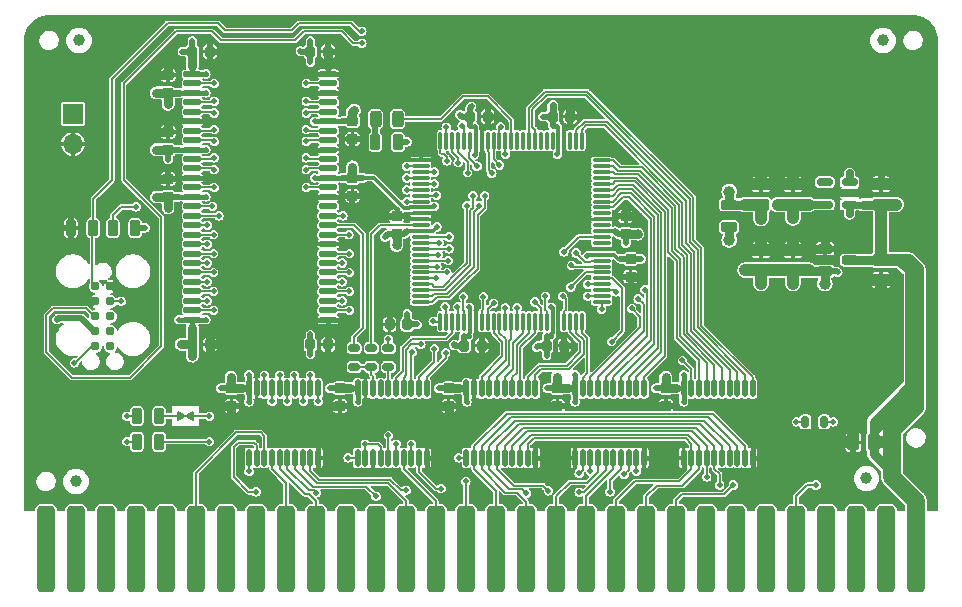
<source format=gtl>
G04 #@! TF.GenerationSoftware,KiCad,Pcbnew,7.0.1-0*
G04 #@! TF.CreationDate,2023-10-30T17:31:38-04:00*
G04 #@! TF.ProjectId,RAM2E,52414d32-452e-46b6-9963-61645f706362,2.1*
G04 #@! TF.SameCoordinates,Original*
G04 #@! TF.FileFunction,Copper,L1,Top*
G04 #@! TF.FilePolarity,Positive*
%FSLAX46Y46*%
G04 Gerber Fmt 4.6, Leading zero omitted, Abs format (unit mm)*
G04 Created by KiCad (PCBNEW 7.0.1-0) date 2023-10-30 17:31:38*
%MOMM*%
%LPD*%
G01*
G04 APERTURE LIST*
G04 Aperture macros list*
%AMRoundRect*
0 Rectangle with rounded corners*
0 $1 Rounding radius*
0 $2 $3 $4 $5 $6 $7 $8 $9 X,Y pos of 4 corners*
0 Add a 4 corners polygon primitive as box body*
4,1,4,$2,$3,$4,$5,$6,$7,$8,$9,$2,$3,0*
0 Add four circle primitives for the rounded corners*
1,1,$1+$1,$2,$3*
1,1,$1+$1,$4,$5*
1,1,$1+$1,$6,$7*
1,1,$1+$1,$8,$9*
0 Add four rect primitives between the rounded corners*
20,1,$1+$1,$2,$3,$4,$5,0*
20,1,$1+$1,$4,$5,$6,$7,0*
20,1,$1+$1,$6,$7,$8,$9,0*
20,1,$1+$1,$8,$9,$2,$3,0*%
G04 Aperture macros list end*
G04 #@! TA.AperFunction,SMDPad,CuDef*
%ADD10C,1.000000*%
G04 #@! TD*
G04 #@! TA.AperFunction,SMDPad,CuDef*
%ADD11RoundRect,0.112500X0.112500X-0.612500X0.112500X0.612500X-0.112500X0.612500X-0.112500X-0.612500X0*%
G04 #@! TD*
G04 #@! TA.AperFunction,SMDPad,CuDef*
%ADD12RoundRect,0.212500X-0.262500X0.212500X-0.262500X-0.212500X0.262500X-0.212500X0.262500X0.212500X0*%
G04 #@! TD*
G04 #@! TA.AperFunction,SMDPad,CuDef*
%ADD13RoundRect,0.381000X0.381000X3.289000X-0.381000X3.289000X-0.381000X-3.289000X0.381000X-3.289000X0*%
G04 #@! TD*
G04 #@! TA.AperFunction,SMDPad,CuDef*
%ADD14RoundRect,0.212500X0.262500X-0.212500X0.262500X0.212500X-0.262500X0.212500X-0.262500X-0.212500X0*%
G04 #@! TD*
G04 #@! TA.AperFunction,SMDPad,CuDef*
%ADD15RoundRect,0.212500X-0.212500X-0.262500X0.212500X-0.262500X0.212500X0.262500X-0.212500X0.262500X0*%
G04 #@! TD*
G04 #@! TA.AperFunction,SMDPad,CuDef*
%ADD16RoundRect,0.114500X-0.640500X-0.114500X0.640500X-0.114500X0.640500X0.114500X-0.640500X0.114500X0*%
G04 #@! TD*
G04 #@! TA.AperFunction,SMDPad,CuDef*
%ADD17RoundRect,0.212500X0.212500X0.262500X-0.212500X0.262500X-0.212500X-0.262500X0.212500X-0.262500X0*%
G04 #@! TD*
G04 #@! TA.AperFunction,ComponentPad*
%ADD18C,2.000000*%
G04 #@! TD*
G04 #@! TA.AperFunction,SMDPad,CuDef*
%ADD19RoundRect,0.075000X-0.662500X-0.075000X0.662500X-0.075000X0.662500X0.075000X-0.662500X0.075000X0*%
G04 #@! TD*
G04 #@! TA.AperFunction,SMDPad,CuDef*
%ADD20RoundRect,0.075000X-0.075000X-0.662500X0.075000X-0.662500X0.075000X0.662500X-0.075000X0.662500X0*%
G04 #@! TD*
G04 #@! TA.AperFunction,SMDPad,CuDef*
%ADD21RoundRect,0.262500X0.262500X0.437500X-0.262500X0.437500X-0.262500X-0.437500X0.262500X-0.437500X0*%
G04 #@! TD*
G04 #@! TA.AperFunction,SMDPad,CuDef*
%ADD22RoundRect,0.262500X-0.437500X0.262500X-0.437500X-0.262500X0.437500X-0.262500X0.437500X0.262500X0*%
G04 #@! TD*
G04 #@! TA.AperFunction,ConnectorPad*
%ADD23C,0.787400*%
G04 #@! TD*
G04 #@! TA.AperFunction,SMDPad,CuDef*
%ADD24RoundRect,0.212500X-0.212500X-0.487500X0.212500X-0.487500X0.212500X0.487500X-0.212500X0.487500X0*%
G04 #@! TD*
G04 #@! TA.AperFunction,SMDPad,CuDef*
%ADD25RoundRect,0.212500X0.212500X0.487500X-0.212500X0.487500X-0.212500X-0.487500X0.212500X-0.487500X0*%
G04 #@! TD*
G04 #@! TA.AperFunction,SMDPad,CuDef*
%ADD26RoundRect,0.262500X0.437500X-0.262500X0.437500X0.262500X-0.437500X0.262500X-0.437500X-0.262500X0*%
G04 #@! TD*
G04 #@! TA.AperFunction,SMDPad,CuDef*
%ADD27RoundRect,0.200000X-0.475000X-0.200000X0.475000X-0.200000X0.475000X0.200000X-0.475000X0.200000X0*%
G04 #@! TD*
G04 #@! TA.AperFunction,SMDPad,CuDef*
%ADD28RoundRect,0.162500X0.512500X0.162500X-0.512500X0.162500X-0.512500X-0.162500X0.512500X-0.162500X0*%
G04 #@! TD*
G04 #@! TA.AperFunction,SMDPad,CuDef*
%ADD29RoundRect,0.212500X0.487500X-0.212500X0.487500X0.212500X-0.487500X0.212500X-0.487500X-0.212500X0*%
G04 #@! TD*
G04 #@! TA.AperFunction,SMDPad,CuDef*
%ADD30RoundRect,0.175000X-0.300000X0.175000X-0.300000X-0.175000X0.300000X-0.175000X0.300000X0.175000X0*%
G04 #@! TD*
G04 #@! TA.AperFunction,ComponentPad*
%ADD31R,1.700000X1.700000*%
G04 #@! TD*
G04 #@! TA.AperFunction,ComponentPad*
%ADD32O,1.700000X1.700000*%
G04 #@! TD*
G04 #@! TA.AperFunction,SMDPad,CuDef*
%ADD33RoundRect,0.175000X-0.175000X-0.300000X0.175000X-0.300000X0.175000X0.300000X-0.175000X0.300000X0*%
G04 #@! TD*
G04 #@! TA.AperFunction,SMDPad,CuDef*
%ADD34RoundRect,0.243750X0.243750X0.456250X-0.243750X0.456250X-0.243750X-0.456250X0.243750X-0.456250X0*%
G04 #@! TD*
G04 #@! TA.AperFunction,ViaPad*
%ADD35C,0.500000*%
G04 #@! TD*
G04 #@! TA.AperFunction,ViaPad*
%ADD36C,0.600000*%
G04 #@! TD*
G04 #@! TA.AperFunction,ViaPad*
%ADD37C,1.000000*%
G04 #@! TD*
G04 #@! TA.AperFunction,ViaPad*
%ADD38C,0.800000*%
G04 #@! TD*
G04 #@! TA.AperFunction,Conductor*
%ADD39C,0.762000*%
G04 #@! TD*
G04 #@! TA.AperFunction,Conductor*
%ADD40C,0.450000*%
G04 #@! TD*
G04 #@! TA.AperFunction,Conductor*
%ADD41C,0.800000*%
G04 #@! TD*
G04 #@! TA.AperFunction,Conductor*
%ADD42C,1.000000*%
G04 #@! TD*
G04 #@! TA.AperFunction,Conductor*
%ADD43C,0.600000*%
G04 #@! TD*
G04 #@! TA.AperFunction,Conductor*
%ADD44C,0.650000*%
G04 #@! TD*
G04 #@! TA.AperFunction,Conductor*
%ADD45C,0.508000*%
G04 #@! TD*
G04 #@! TA.AperFunction,Conductor*
%ADD46C,1.524000*%
G04 #@! TD*
G04 #@! TA.AperFunction,Conductor*
%ADD47C,0.300000*%
G04 #@! TD*
G04 #@! TA.AperFunction,Conductor*
%ADD48C,0.500000*%
G04 #@! TD*
G04 #@! TA.AperFunction,Conductor*
%ADD49C,0.400000*%
G04 #@! TD*
G04 #@! TA.AperFunction,Conductor*
%ADD50C,0.254000*%
G04 #@! TD*
G04 #@! TA.AperFunction,Conductor*
%ADD51C,0.150000*%
G04 #@! TD*
G04 #@! TA.AperFunction,Conductor*
%ADD52C,0.250000*%
G04 #@! TD*
G04 #@! TA.AperFunction,Conductor*
%ADD53C,0.350000*%
G04 #@! TD*
G04 #@! TA.AperFunction,Conductor*
%ADD54C,0.152400*%
G04 #@! TD*
G04 APERTURE END LIST*
D10*
X203200000Y-129540000D03*
X271526000Y-92202000D03*
D11*
X236250000Y-127550000D03*
X236900000Y-127550000D03*
X237550000Y-127550000D03*
X238200000Y-127550000D03*
X238850000Y-127550000D03*
X239500000Y-127550000D03*
X240150000Y-127550000D03*
X240800000Y-127550000D03*
X241450000Y-127550000D03*
X242100000Y-127550000D03*
X242100000Y-121650000D03*
X241450000Y-121650000D03*
X240800000Y-121650000D03*
X240150000Y-121650000D03*
X239500000Y-121650000D03*
X238850000Y-121650000D03*
X238200000Y-121650000D03*
X237550000Y-121650000D03*
X236900000Y-121650000D03*
X236250000Y-121650000D03*
D12*
X234750000Y-121650000D03*
X234750000Y-123150000D03*
X253150000Y-121650000D03*
X253150000Y-123150000D03*
D11*
X254650000Y-127550000D03*
X255300000Y-127550000D03*
X255950000Y-127550000D03*
X256600000Y-127550000D03*
X257250000Y-127550000D03*
X257900000Y-127550000D03*
X258550000Y-127550000D03*
X259200000Y-127550000D03*
X259850000Y-127550000D03*
X260500000Y-127550000D03*
X260500000Y-121650000D03*
X259850000Y-121650000D03*
X259200000Y-121650000D03*
X258550000Y-121650000D03*
X257900000Y-121650000D03*
X257250000Y-121650000D03*
X256600000Y-121650000D03*
X255950000Y-121650000D03*
X255300000Y-121650000D03*
X254650000Y-121650000D03*
D12*
X243950000Y-121650000D03*
X243950000Y-123150000D03*
D11*
X217850000Y-127550000D03*
X218500000Y-127550000D03*
X219150000Y-127550000D03*
X219800000Y-127550000D03*
X220450000Y-127550000D03*
X221100000Y-127550000D03*
X221750000Y-127550000D03*
X222400000Y-127550000D03*
X223050000Y-127550000D03*
X223700000Y-127550000D03*
X223700000Y-121650000D03*
X223050000Y-121650000D03*
X222400000Y-121650000D03*
X221750000Y-121650000D03*
X221100000Y-121650000D03*
X220450000Y-121650000D03*
X219800000Y-121650000D03*
X219150000Y-121650000D03*
X218500000Y-121650000D03*
X217850000Y-121650000D03*
X245450000Y-127550000D03*
X246100000Y-127550000D03*
X246750000Y-127550000D03*
X247400000Y-127550000D03*
X248050000Y-127550000D03*
X248700000Y-127550000D03*
X249350000Y-127550000D03*
X250000000Y-127550000D03*
X250650000Y-127550000D03*
X251300000Y-127550000D03*
X251300000Y-121650000D03*
X250650000Y-121650000D03*
X250000000Y-121650000D03*
X249350000Y-121650000D03*
X248700000Y-121650000D03*
X248050000Y-121650000D03*
X247400000Y-121650000D03*
X246750000Y-121650000D03*
X246100000Y-121650000D03*
X245450000Y-121650000D03*
D13*
X200660000Y-135282000D03*
X203200000Y-135282000D03*
X205740000Y-135282000D03*
X208280000Y-135282000D03*
X210820000Y-135282000D03*
X213360000Y-135282000D03*
X215900000Y-135282000D03*
X218440000Y-135282000D03*
X220980000Y-135282000D03*
X223520000Y-135282000D03*
X226060000Y-135282000D03*
X228600000Y-135282000D03*
X231140000Y-135282000D03*
X233680000Y-135282000D03*
X236220000Y-135282000D03*
X238760000Y-135282000D03*
X241300000Y-135282000D03*
X243840000Y-135282000D03*
X246380000Y-135282000D03*
X248920000Y-135282000D03*
X251460000Y-135282000D03*
X254000000Y-135282000D03*
X256540000Y-135282000D03*
X259080000Y-135282000D03*
X261620000Y-135282000D03*
X264160000Y-135282000D03*
X266700000Y-135282000D03*
X269240000Y-135282000D03*
X271780000Y-135282000D03*
X274320000Y-135282000D03*
D11*
X227050000Y-127550000D03*
X227700000Y-127550000D03*
X228350000Y-127550000D03*
X229000000Y-127550000D03*
X229650000Y-127550000D03*
X230300000Y-127550000D03*
X230950000Y-127550000D03*
X231600000Y-127550000D03*
X232250000Y-127550000D03*
X232900000Y-127550000D03*
X232900000Y-121650000D03*
X232250000Y-121650000D03*
X231600000Y-121650000D03*
X230950000Y-121650000D03*
X230300000Y-121650000D03*
X229650000Y-121650000D03*
X229000000Y-121650000D03*
X228350000Y-121650000D03*
X227700000Y-121650000D03*
X227050000Y-121650000D03*
D12*
X225550000Y-121650000D03*
X225550000Y-123150000D03*
X226600000Y-103850000D03*
X226600000Y-105350000D03*
D14*
X211000000Y-101450000D03*
X211000000Y-99950000D03*
X211000000Y-96650000D03*
X211000000Y-95150000D03*
D15*
X236550000Y-98650000D03*
X238050000Y-98650000D03*
X243550000Y-98650000D03*
X245050000Y-98650000D03*
X243050000Y-118050000D03*
X244550000Y-118050000D03*
X236050000Y-118050000D03*
X237550000Y-118050000D03*
D14*
X249750000Y-108600000D03*
X249750000Y-107100000D03*
X230350000Y-108600000D03*
X230350000Y-107100000D03*
X211000000Y-105450000D03*
X211000000Y-103950000D03*
D12*
X226600000Y-99050000D03*
X226600000Y-100550000D03*
D16*
X213050000Y-95050000D03*
X213050000Y-95850000D03*
X213050000Y-96650000D03*
X213050000Y-97450000D03*
X213050000Y-98250000D03*
X213050000Y-99050000D03*
X213050000Y-99850000D03*
X213050000Y-100650000D03*
X213050000Y-101450000D03*
X213050000Y-102250000D03*
X213050000Y-103050000D03*
X213050000Y-103850000D03*
X213050000Y-104650000D03*
X213050000Y-105450000D03*
X213050000Y-106250000D03*
X213050000Y-107050000D03*
X213050000Y-107850000D03*
X213050000Y-108650000D03*
X213050000Y-109450000D03*
X213050000Y-110250000D03*
X213050000Y-111050000D03*
X213050000Y-111850000D03*
X213050000Y-112650000D03*
X213050000Y-113450000D03*
X213050000Y-114250000D03*
X213050000Y-115050000D03*
X213050000Y-115850000D03*
X224550000Y-115850000D03*
X224550000Y-115050000D03*
X224550000Y-114250000D03*
X224550000Y-113450000D03*
X224550000Y-112650000D03*
X224550000Y-111850000D03*
X224550000Y-111050000D03*
X224550000Y-110250000D03*
X224550000Y-109450000D03*
X224550000Y-108650000D03*
X224550000Y-107850000D03*
X224550000Y-107050000D03*
X224550000Y-106250000D03*
X224550000Y-105450000D03*
X224550000Y-104650000D03*
X224550000Y-103850000D03*
X224550000Y-103050000D03*
X224550000Y-102250000D03*
X224550000Y-101450000D03*
X224550000Y-100650000D03*
X224550000Y-99850000D03*
X224550000Y-99050000D03*
X224550000Y-98250000D03*
X224550000Y-97450000D03*
X224550000Y-96650000D03*
X224550000Y-95850000D03*
X224550000Y-95050000D03*
D17*
X231250000Y-116250000D03*
X229750000Y-116250000D03*
D10*
X203454000Y-92202000D03*
D18*
X274320000Y-128397000D03*
D19*
X232387500Y-102350000D03*
X232387500Y-102850000D03*
X232387500Y-103350000D03*
X232387500Y-103850000D03*
X232387500Y-104350000D03*
X232387500Y-104850000D03*
X232387500Y-105350000D03*
X232387500Y-105850000D03*
X232387500Y-106350000D03*
X232387500Y-106850000D03*
X232387500Y-107350000D03*
X232387500Y-107850000D03*
X232387500Y-108350000D03*
X232387500Y-108850000D03*
X232387500Y-109350000D03*
X232387500Y-109850000D03*
X232387500Y-110350000D03*
X232387500Y-110850000D03*
X232387500Y-111350000D03*
X232387500Y-111850000D03*
X232387500Y-112350000D03*
X232387500Y-112850000D03*
X232387500Y-113350000D03*
X232387500Y-113850000D03*
X232387500Y-114350000D03*
D20*
X234050000Y-116012500D03*
X234550000Y-116012500D03*
X235050000Y-116012500D03*
X235550000Y-116012500D03*
X236050000Y-116012500D03*
X236550000Y-116012500D03*
X237050000Y-116012500D03*
X237550000Y-116012500D03*
X238050000Y-116012500D03*
X238550000Y-116012500D03*
X239050000Y-116012500D03*
X239550000Y-116012500D03*
X240050000Y-116012500D03*
X240550000Y-116012500D03*
X241050000Y-116012500D03*
X241550000Y-116012500D03*
X242050000Y-116012500D03*
X242550000Y-116012500D03*
X243050000Y-116012500D03*
X243550000Y-116012500D03*
X244050000Y-116012500D03*
X244550000Y-116012500D03*
X245050000Y-116012500D03*
X245550000Y-116012500D03*
X246050000Y-116012500D03*
D19*
X247712500Y-114350000D03*
X247712500Y-113850000D03*
X247712500Y-113350000D03*
X247712500Y-112850000D03*
X247712500Y-112350000D03*
X247712500Y-111850000D03*
X247712500Y-111350000D03*
X247712500Y-110850000D03*
X247712500Y-110350000D03*
X247712500Y-109850000D03*
X247712500Y-109350000D03*
X247712500Y-108850000D03*
X247712500Y-108350000D03*
X247712500Y-107850000D03*
X247712500Y-107350000D03*
X247712500Y-106850000D03*
X247712500Y-106350000D03*
X247712500Y-105850000D03*
X247712500Y-105350000D03*
X247712500Y-104850000D03*
X247712500Y-104350000D03*
X247712500Y-103850000D03*
X247712500Y-103350000D03*
X247712500Y-102850000D03*
X247712500Y-102350000D03*
D20*
X246050000Y-100687500D03*
X245550000Y-100687500D03*
X245050000Y-100687500D03*
X244550000Y-100687500D03*
X244050000Y-100687500D03*
X243550000Y-100687500D03*
X243050000Y-100687500D03*
X242550000Y-100687500D03*
X242050000Y-100687500D03*
X241550000Y-100687500D03*
X241050000Y-100687500D03*
X240550000Y-100687500D03*
X240050000Y-100687500D03*
X239550000Y-100687500D03*
X239050000Y-100687500D03*
X238550000Y-100687500D03*
X238050000Y-100687500D03*
X237550000Y-100687500D03*
X237050000Y-100687500D03*
X236550000Y-100687500D03*
X236050000Y-100687500D03*
X235550000Y-100687500D03*
X235050000Y-100687500D03*
X234550000Y-100687500D03*
X234050000Y-100687500D03*
D21*
X270725000Y-126238000D03*
X269025000Y-126238000D03*
D10*
X270129000Y-129286000D03*
D22*
X271350000Y-110800000D03*
X271350000Y-112500000D03*
D12*
X250150000Y-110700000D03*
X250150000Y-112200000D03*
D15*
X223050000Y-93150000D03*
X224550000Y-93150000D03*
D23*
X204851000Y-113030000D03*
X204851000Y-114300000D03*
X204851000Y-115570000D03*
X204851000Y-116840000D03*
X204851000Y-118110000D03*
X206121000Y-118110000D03*
X206121000Y-116840000D03*
X206121000Y-115570000D03*
X206121000Y-114300000D03*
X206121000Y-113030000D03*
D24*
X208346000Y-126174500D03*
X210246000Y-126174500D03*
D25*
X204658000Y-108077000D03*
X202758000Y-108077000D03*
X208214000Y-108077000D03*
X206314000Y-108077000D03*
D24*
X208346000Y-124015500D03*
X210246000Y-124015500D03*
D26*
X263900000Y-111650000D03*
X263900000Y-109950000D03*
D27*
X266600000Y-109850000D03*
X266600000Y-111750000D03*
X268700000Y-110800000D03*
D26*
X261200000Y-111650000D03*
X261200000Y-109950000D03*
D15*
X213050000Y-93150000D03*
X214550000Y-93150000D03*
D12*
X216350000Y-121650000D03*
X216350000Y-123150000D03*
D15*
X213050000Y-117950000D03*
X214550000Y-117950000D03*
D28*
X268700000Y-106100000D03*
X268700000Y-105150000D03*
X268700000Y-104200000D03*
X266600000Y-104200000D03*
X266600000Y-106100000D03*
D26*
X263900000Y-106100000D03*
X263900000Y-104400000D03*
X261200000Y-106100000D03*
X261200000Y-104400000D03*
X271350000Y-106100000D03*
X271350000Y-104400000D03*
D29*
X258500000Y-108000000D03*
X258500000Y-106100000D03*
D30*
X229650000Y-118250000D03*
X229650000Y-119850000D03*
D31*
X202946000Y-98425000D03*
D32*
X202946000Y-100965000D03*
D33*
X264950000Y-124500000D03*
X266550000Y-124500000D03*
D15*
X223050000Y-117950000D03*
X224550000Y-117950000D03*
D30*
X228200000Y-118250000D03*
X228200000Y-119850000D03*
X226750000Y-118250000D03*
X226750000Y-119850000D03*
D24*
X228550000Y-100800000D03*
X230450000Y-100800000D03*
D34*
X230437500Y-98850000D03*
X228562500Y-98850000D03*
D35*
X245450000Y-122800000D03*
X243925000Y-120700000D03*
X244825000Y-121650000D03*
X245450000Y-120500000D03*
X254650000Y-122800000D03*
X253125000Y-120700000D03*
X254025000Y-121650000D03*
X254650000Y-120500000D03*
D36*
X269800000Y-106100000D03*
D37*
X272650000Y-106100000D03*
X271350000Y-107250000D03*
D36*
X268700000Y-106900000D03*
D37*
X274193000Y-123190000D03*
D35*
X243100000Y-121650000D03*
X252300000Y-121650000D03*
D36*
X268700000Y-103450000D03*
D35*
X222250000Y-131191000D03*
X224790000Y-131191000D03*
X227330000Y-131191000D03*
X229870000Y-131191000D03*
X232410000Y-131191000D03*
X234950000Y-131191000D03*
X217170000Y-131191000D03*
X214630000Y-131191000D03*
X212090000Y-131191000D03*
X209550000Y-131191000D03*
X275844000Y-131191000D03*
X270510000Y-131191000D03*
X265430000Y-131191000D03*
X262890000Y-131191000D03*
X260350000Y-131191000D03*
X257810000Y-131191000D03*
X255270000Y-131191000D03*
X252730000Y-131191000D03*
X250190000Y-131191000D03*
X247650000Y-131191000D03*
X245110000Y-131191000D03*
X242570000Y-131191000D03*
X240030000Y-131191000D03*
X237490000Y-131191000D03*
X275844000Y-118364000D03*
X275844000Y-98044000D03*
X275844000Y-93091000D03*
X199136000Y-93091000D03*
X267970000Y-90424000D03*
X262890000Y-90424000D03*
X257810000Y-90424000D03*
X252730000Y-90424000D03*
X242570000Y-90424000D03*
X247650000Y-90424000D03*
X237998000Y-90424000D03*
X226949000Y-90424000D03*
X232410000Y-90424000D03*
X221551500Y-90424000D03*
X210502500Y-90423999D03*
X215582500Y-90424000D03*
X206756000Y-90424000D03*
X202057000Y-90424000D03*
X199771000Y-90932000D03*
X199136000Y-128270000D03*
X199136000Y-122555000D03*
X199136000Y-117475000D03*
X199136000Y-112395000D03*
X199136000Y-107315000D03*
X275209000Y-90932000D03*
X235625000Y-123150000D03*
X233750000Y-123150000D03*
X244825000Y-123150000D03*
X242950000Y-123150000D03*
X254025000Y-123150000D03*
X252150000Y-123150000D03*
X215350000Y-123150000D03*
X216325000Y-124100000D03*
X217225000Y-123150000D03*
X226425000Y-123150000D03*
X224550000Y-123150000D03*
X232750000Y-118950000D03*
X245050000Y-97650000D03*
X250750000Y-107100000D03*
X211900000Y-103850000D03*
X223400000Y-115850000D03*
X246500000Y-109750000D03*
X214200000Y-99050000D03*
X249750000Y-106150000D03*
X237200000Y-114750000D03*
X225700000Y-115850000D03*
X214200000Y-103850000D03*
X211000000Y-99000000D03*
X211000000Y-103100000D03*
X244650000Y-99500000D03*
X210000000Y-103950000D03*
X248850000Y-107350000D03*
X244650000Y-101850000D03*
X237650000Y-101900000D03*
X233550000Y-106950000D03*
X226400000Y-106200000D03*
X244150000Y-114800000D03*
X245400000Y-118200000D03*
X223400000Y-95050000D03*
X225700000Y-95050000D03*
X225700000Y-105450000D03*
X223400000Y-101450000D03*
X223400000Y-105450000D03*
X223400000Y-96650000D03*
X225700000Y-96650000D03*
X238400000Y-117900000D03*
X255450000Y-119500000D03*
X253550000Y-117600000D03*
X229000000Y-92550000D03*
X241500000Y-118900000D03*
X230250000Y-124800000D03*
X250350000Y-102450000D03*
X247400000Y-98600000D03*
X247800000Y-99900000D03*
X250450000Y-116300000D03*
X211650000Y-113200000D03*
X265303000Y-123450000D03*
X204470000Y-131191000D03*
X199136000Y-131191000D03*
X201930000Y-131191000D03*
X207010000Y-131191000D03*
X267970000Y-131191000D03*
X237150000Y-117200000D03*
X237650000Y-99500000D03*
X229350000Y-107100000D03*
X228250000Y-91900000D03*
X244850000Y-105250000D03*
X234600000Y-103100000D03*
X275844000Y-123444000D03*
X229870000Y-93599000D03*
X201676000Y-125095000D03*
X204216000Y-122555000D03*
X205486000Y-120142000D03*
X205486000Y-110490000D03*
X209296000Y-122555000D03*
X206756000Y-125095000D03*
X273050000Y-95504000D03*
X211836000Y-125285500D03*
X211836000Y-120015000D03*
X272923000Y-90424000D03*
X218650000Y-125900000D03*
X238900000Y-98550000D03*
X242650000Y-99350000D03*
X247000000Y-119750000D03*
X233600000Y-102350000D03*
X217150000Y-126750000D03*
X253550000Y-111050000D03*
X220000000Y-105450000D03*
X217600000Y-105450000D03*
X218800000Y-103850000D03*
X218800000Y-101450000D03*
X218800000Y-99050000D03*
X218800000Y-96650000D03*
X218800000Y-95050000D03*
X218800000Y-102650000D03*
X218800000Y-97850000D03*
X218800000Y-100250000D03*
X220000000Y-115850000D03*
X217600000Y-115850000D03*
X246000000Y-119650000D03*
X242800000Y-120550000D03*
X209931000Y-107696000D03*
X205486000Y-106680000D03*
X199136000Y-102235000D03*
X199136000Y-97155000D03*
X201676000Y-94615000D03*
X201676000Y-104775000D03*
X206756000Y-99695000D03*
X206756000Y-104775000D03*
X219710000Y-92964000D03*
D37*
X269300000Y-112800000D03*
D35*
X270510000Y-98044000D03*
X265430000Y-98044000D03*
X260350000Y-98044000D03*
X255270000Y-98044000D03*
X250190000Y-98044000D03*
X267970000Y-100584000D03*
X262890000Y-100584000D03*
X257810000Y-100584000D03*
X273050000Y-100584000D03*
X252730000Y-100584000D03*
X255270000Y-103124000D03*
X275844000Y-113284000D03*
X275844000Y-103124000D03*
D37*
X267950000Y-113950000D03*
X265250000Y-113950000D03*
X262550000Y-113950000D03*
X259850000Y-113950000D03*
D35*
X275844000Y-108204000D03*
X263144000Y-125730000D03*
X273050000Y-131699000D03*
D37*
X258500000Y-112800000D03*
D35*
X214550000Y-94050000D03*
X215400000Y-93150000D03*
X214550000Y-92250000D03*
X230350000Y-110650000D03*
X228850000Y-102550000D03*
X214550000Y-116950000D03*
X214550000Y-118950000D03*
X241300000Y-120150000D03*
X235800000Y-109750000D03*
X240950000Y-103700000D03*
X241600000Y-104450000D03*
X240000000Y-102700000D03*
X241000000Y-106500000D03*
X241450000Y-97250000D03*
X242150000Y-96550000D03*
X226300000Y-91300000D03*
X246100000Y-106600000D03*
X245050000Y-108850000D03*
X209423000Y-92964000D03*
X206756000Y-94234000D03*
X262763000Y-120650000D03*
X267843000Y-115570000D03*
X270383000Y-118110000D03*
X267843000Y-120650000D03*
X272923000Y-115570000D03*
X262763000Y-115570000D03*
X265303000Y-118110000D03*
X257683000Y-115570000D03*
X260223000Y-118110000D03*
X272923000Y-120650000D03*
X270383000Y-123450000D03*
X260223000Y-123450000D03*
D36*
X269800000Y-105000000D03*
X271350000Y-103450000D03*
X267600000Y-105150000D03*
D37*
X272650000Y-104400000D03*
X263900000Y-108800000D03*
D35*
X227500000Y-100750000D03*
X234750000Y-124150000D03*
X267700000Y-109850000D03*
X261150000Y-127550000D03*
X219710000Y-131191000D03*
X228350000Y-128700000D03*
X254250000Y-128850000D03*
X251200000Y-112200000D03*
D37*
X259850000Y-104400000D03*
D35*
X224550000Y-94350000D03*
X260500000Y-126400000D03*
X254650000Y-126400000D03*
X260500000Y-128700000D03*
X252730000Y-95504000D03*
X237000000Y-122800000D03*
X223700000Y-128650000D03*
X227475000Y-105150000D03*
X237350000Y-118950000D03*
X233550000Y-127550000D03*
X250250000Y-113000000D03*
X251950000Y-127550000D03*
X202819000Y-106934000D03*
X242750000Y-127550000D03*
X210000000Y-99950000D03*
X242100000Y-128700000D03*
X226600000Y-101400000D03*
X250190000Y-92964000D03*
X231250000Y-107250000D03*
X247650000Y-95504000D03*
X244550000Y-119000000D03*
X232410000Y-95504000D03*
X224550000Y-116550000D03*
D37*
X269050000Y-124850000D03*
D35*
X202819000Y-109220000D03*
X218500000Y-122800000D03*
X232900000Y-128700000D03*
D37*
X265200000Y-104400000D03*
D35*
X249300000Y-112200000D03*
X224550000Y-118800000D03*
X206930000Y-113050000D03*
X201930000Y-108077000D03*
X242150000Y-126400000D03*
X237900000Y-97800000D03*
X245900000Y-98650000D03*
X215500000Y-117950000D03*
D37*
X261200000Y-108800000D03*
D35*
X251300000Y-126400000D03*
X225400000Y-93150000D03*
D37*
X259850000Y-109950000D03*
D35*
X229750000Y-115350000D03*
X232400000Y-101550000D03*
X269050000Y-127350000D03*
D37*
X271350000Y-113650000D03*
D35*
X244150000Y-117200000D03*
X248850000Y-109800000D03*
X204030000Y-114300000D03*
D37*
X266600000Y-108800000D03*
D35*
X211000000Y-94200000D03*
D37*
X263900000Y-103250000D03*
D35*
X223700000Y-126400000D03*
D37*
X267850000Y-126200000D03*
X262600000Y-104400000D03*
X272700000Y-112500000D03*
X265250000Y-109950000D03*
D35*
X210000000Y-95150000D03*
D37*
X261200000Y-103250000D03*
X262550000Y-109950000D03*
D35*
X224550000Y-92250000D03*
X245450000Y-126400000D03*
X227700000Y-122800000D03*
X230300000Y-126400000D03*
X231600000Y-126400000D03*
X257700000Y-129850000D03*
X256600000Y-129150000D03*
X243200000Y-130350000D03*
X241300000Y-130550000D03*
X214503000Y-124015500D03*
X214503000Y-126174500D03*
X265850000Y-129850000D03*
X229650000Y-125650000D03*
X218440000Y-130429000D03*
X234100000Y-130150000D03*
X231140000Y-130302000D03*
X228600000Y-130810000D03*
X223520000Y-130500000D03*
X267300000Y-124500000D03*
X249600000Y-128950000D03*
X245800000Y-130450000D03*
X248412000Y-130429000D03*
X246750000Y-128700000D03*
X250650000Y-128700000D03*
X258850000Y-129850000D03*
X245800000Y-128850000D03*
X236200000Y-129550000D03*
X236300000Y-122800000D03*
X235625000Y-121650000D03*
X217850000Y-120500000D03*
X215450000Y-121650000D03*
X217225000Y-121650000D03*
X216325000Y-120700000D03*
X217850000Y-122800000D03*
X226425000Y-121650000D03*
X227050000Y-122800000D03*
X214200000Y-101450000D03*
X214200000Y-96650000D03*
X211900000Y-101450000D03*
X211900000Y-105450000D03*
X211900000Y-115850000D03*
X214200000Y-115850000D03*
X246500000Y-110450000D03*
X211900000Y-96650000D03*
X210000000Y-105450000D03*
X243950000Y-99500000D03*
X214200000Y-95050000D03*
X211000000Y-102300000D03*
X211000000Y-106400000D03*
X226600000Y-102900000D03*
X243450000Y-114800000D03*
X243950000Y-101850000D03*
X233550000Y-106250000D03*
X236950000Y-101900000D03*
X242200000Y-118200000D03*
X223400000Y-99050000D03*
X223400000Y-103850000D03*
X225700000Y-99050000D03*
X225700000Y-103850000D03*
X236500000Y-114800000D03*
X213050000Y-92250000D03*
X212200000Y-93150000D03*
X213050000Y-116550000D03*
X213050000Y-118950000D03*
X212100000Y-117950000D03*
X231250000Y-100800000D03*
X249300000Y-110700000D03*
X235200000Y-117950000D03*
X226250000Y-127550000D03*
X209042000Y-108077000D03*
X236700000Y-97800000D03*
X236950000Y-99500000D03*
D37*
X265250000Y-111650000D03*
D35*
X235600000Y-127550000D03*
X210000000Y-101450000D03*
X210000000Y-96650000D03*
X223050000Y-94050000D03*
X224700000Y-121650000D03*
X267700000Y-111850000D03*
X217850000Y-128700000D03*
X235700000Y-98500000D03*
X213050000Y-94350000D03*
X223050000Y-117100000D03*
X251050000Y-110700000D03*
X232100000Y-116250000D03*
X231250000Y-115350000D03*
X243550000Y-97700000D03*
X223050000Y-118800000D03*
X236450000Y-117200000D03*
X243050000Y-118900000D03*
D37*
X258500000Y-109100000D03*
X266600000Y-112800000D03*
X263900000Y-112800000D03*
D35*
X211000000Y-97600000D03*
X242700000Y-98650000D03*
X222200000Y-93100000D03*
D37*
X261200000Y-112800000D03*
D35*
X226750000Y-98100000D03*
D37*
X259850000Y-111650000D03*
X262550000Y-111650000D03*
D35*
X243450000Y-117200000D03*
X223050000Y-92250000D03*
X214200000Y-105450000D03*
X201580000Y-115850000D03*
X233900000Y-121650000D03*
X227500000Y-103850000D03*
X236800000Y-105350000D03*
X207010000Y-114300000D03*
X236300000Y-106200000D03*
X203073000Y-119507000D03*
X208280000Y-106299000D03*
X237800000Y-105350000D03*
X227400000Y-92450000D03*
X237300000Y-106200000D03*
X227400000Y-91440000D03*
X222700000Y-102150000D03*
X214900000Y-102150000D03*
X238400000Y-103450000D03*
X222700000Y-100750000D03*
X214900000Y-100750000D03*
X239050000Y-102750000D03*
X222700000Y-99750000D03*
X214900000Y-99750000D03*
X239550000Y-101850000D03*
X222700000Y-98350000D03*
X234550000Y-99550000D03*
X214900000Y-98350000D03*
X222700000Y-104650000D03*
X214900000Y-104650000D03*
X236350000Y-103400000D03*
X222700000Y-103150000D03*
X214900000Y-103150000D03*
X237150000Y-102850000D03*
X222700000Y-95850000D03*
X235900000Y-99450000D03*
X214900000Y-95850000D03*
X222700000Y-97350000D03*
X214900000Y-97350000D03*
X239150000Y-99500000D03*
X225800000Y-107050000D03*
X234600000Y-102400000D03*
X231200000Y-102850000D03*
X215300000Y-107050000D03*
X233550000Y-103350000D03*
X214300000Y-107850000D03*
X231200000Y-103850000D03*
X226300000Y-108650000D03*
X233550000Y-104350000D03*
X214850000Y-108650000D03*
X231200000Y-104850000D03*
X214850000Y-110250000D03*
X233700000Y-105300000D03*
X226350000Y-110250000D03*
X231200000Y-105850000D03*
X214300000Y-109450000D03*
X214300000Y-111050000D03*
X234800000Y-108850000D03*
X225750000Y-111050000D03*
X233950000Y-109350000D03*
X214850000Y-111850000D03*
X234800000Y-109850000D03*
X226350000Y-111850000D03*
X233850000Y-110350000D03*
X214300000Y-112650000D03*
X234700000Y-110850000D03*
X225750000Y-112650000D03*
X233750000Y-111350000D03*
X214850000Y-113450000D03*
X234600000Y-111850000D03*
X226350000Y-113450000D03*
X233650000Y-112350000D03*
X226350000Y-115050000D03*
X233450000Y-116000000D03*
X214850000Y-115050000D03*
X234450000Y-114750000D03*
X225750000Y-114250000D03*
X235500000Y-114750000D03*
X214300000Y-114250000D03*
X236000000Y-113900000D03*
X232400000Y-117950000D03*
X237700000Y-113900000D03*
X238550000Y-114450000D03*
X231650000Y-118600000D03*
X239550000Y-114850000D03*
X233550000Y-118300000D03*
X240550000Y-114850000D03*
X234500000Y-118650000D03*
X235550000Y-102550000D03*
X214750000Y-106250000D03*
X246550000Y-113850000D03*
X219800000Y-122750000D03*
X247700000Y-114950000D03*
X219150000Y-120550000D03*
X221700000Y-120550000D03*
X245100000Y-113100000D03*
X246550000Y-112850000D03*
X221100000Y-122750000D03*
X222450000Y-122750000D03*
X242050000Y-114350000D03*
X223700000Y-122750000D03*
X244400000Y-113850000D03*
X223050000Y-120550000D03*
X242950000Y-113850000D03*
X248950000Y-113500000D03*
X220450000Y-120550000D03*
X250250000Y-114900000D03*
X245150000Y-111250000D03*
X245550000Y-110200000D03*
X251350000Y-113300000D03*
X244500000Y-110100000D03*
X250800000Y-114100000D03*
X248550000Y-117700000D03*
X254550000Y-119300000D03*
X207518000Y-126174500D03*
X207518000Y-124015500D03*
D38*
X250750000Y-108600000D03*
D35*
X231250000Y-108350000D03*
D38*
X230350000Y-109550000D03*
D35*
X248850000Y-108350000D03*
X233750000Y-108000000D03*
X229350000Y-108850000D03*
D37*
X263900000Y-107250000D03*
X259850000Y-106100000D03*
X258500000Y-105000000D03*
X265250000Y-106100000D03*
X261200000Y-107300000D03*
D35*
X249750000Y-109400000D03*
D37*
X262600000Y-106100000D03*
D35*
X229650000Y-117500000D03*
X227700000Y-126400000D03*
X264200000Y-124500000D03*
D39*
X243925000Y-121650000D02*
X244825000Y-121650000D01*
D40*
X245450000Y-121650000D02*
X245450000Y-122800000D01*
X245450000Y-121650000D02*
X245450000Y-120500000D01*
D39*
X243925000Y-121650000D02*
X243925000Y-120700000D01*
D40*
X245450000Y-121650000D02*
X244825000Y-121650000D01*
D39*
X253125000Y-121650000D02*
X254025000Y-121650000D01*
D40*
X254650000Y-121650000D02*
X254025000Y-121650000D01*
D39*
X253125000Y-121650000D02*
X253125000Y-120700000D01*
D40*
X254650000Y-121650000D02*
X254650000Y-120500000D01*
X254650000Y-121650000D02*
X254650000Y-122800000D01*
D41*
X269800000Y-106100000D02*
X271350000Y-106100000D01*
D42*
X271350000Y-110800000D02*
X271350000Y-107250000D01*
X271350000Y-107250000D02*
X271350000Y-106100000D01*
D43*
X268700000Y-106100000D02*
X269800000Y-106100000D01*
D42*
X271350000Y-106100000D02*
X272650000Y-106100000D01*
D44*
X268700000Y-106100000D02*
X268700000Y-106900000D01*
D42*
X274500000Y-111600000D02*
X274500000Y-123300000D01*
X274500000Y-123300000D02*
X272288000Y-125512000D01*
D45*
X243925000Y-121650000D02*
X243100000Y-121650000D01*
D41*
X270725000Y-124475000D02*
X274500000Y-120700000D01*
D42*
X272288000Y-128778000D02*
X272288000Y-129159000D01*
D41*
X270725000Y-125261000D02*
X270725000Y-124475000D01*
D44*
X268700000Y-104200000D02*
X268700000Y-103450000D01*
D46*
X274320000Y-131191000D02*
X274320000Y-135282000D01*
D42*
X270725000Y-126238000D02*
X272288000Y-126238000D01*
D46*
X272288000Y-125095000D02*
X272288000Y-126238000D01*
D41*
X274500000Y-120700000D02*
X274500000Y-111600000D01*
X268700000Y-110800000D02*
X271350000Y-110800000D01*
D46*
X274193000Y-123190000D02*
X272288000Y-125095000D01*
D41*
X270725000Y-125261000D02*
X274193000Y-121793000D01*
D45*
X253125000Y-121650000D02*
X252300000Y-121650000D01*
D41*
X270725000Y-127215000D02*
X272288000Y-128778000D01*
X270725000Y-126238000D02*
X270725000Y-125261000D01*
D42*
X273700000Y-110800000D02*
X274500000Y-111600000D01*
X273800000Y-111600000D02*
X274500000Y-111600000D01*
X273000000Y-110800000D02*
X273800000Y-111600000D01*
D46*
X272288000Y-126238000D02*
X272288000Y-129159000D01*
D41*
X270725000Y-126238000D02*
X270725000Y-127215000D01*
D46*
X272288000Y-129159000D02*
X274320000Y-131191000D01*
X274129500Y-123253500D02*
X272288000Y-125095000D01*
X274193000Y-123190000D02*
X274129500Y-123253500D01*
D42*
X272288000Y-125512000D02*
X272288000Y-129159000D01*
D46*
X274193000Y-123190000D02*
X274193000Y-111693000D01*
D42*
X271350000Y-110800000D02*
X273700000Y-110800000D01*
X271350000Y-110800000D02*
X273000000Y-110800000D01*
D39*
X234725000Y-123150000D02*
X233750000Y-123150000D01*
D45*
X234725000Y-123150000D02*
X235625000Y-123150000D01*
D39*
X243925000Y-123150000D02*
X242950000Y-123150000D01*
D45*
X243925000Y-123150000D02*
X244825000Y-123150000D01*
D39*
X253125000Y-123150000D02*
X252150000Y-123150000D01*
D45*
X253125000Y-123150000D02*
X254025000Y-123150000D01*
X216325000Y-123150000D02*
X217225000Y-123150000D01*
D39*
X216325000Y-123150000D02*
X215350000Y-123150000D01*
X216325000Y-123150000D02*
X216325000Y-124100000D01*
D45*
X225525000Y-123150000D02*
X226425000Y-123150000D01*
D39*
X225525000Y-123150000D02*
X224550000Y-123150000D01*
D45*
X248850000Y-107350000D02*
X249100000Y-107100000D01*
D39*
X249750000Y-107100000D02*
X250750000Y-107100000D01*
D40*
X224550000Y-115850000D02*
X223400000Y-115850000D01*
X213050000Y-99050000D02*
X214200000Y-99050000D01*
D39*
X249750000Y-107100000D02*
X249750000Y-106150000D01*
D40*
X213050000Y-103850000D02*
X214200000Y-103850000D01*
D45*
X249100000Y-107100000D02*
X249750000Y-107100000D01*
D40*
X213050000Y-103850000D02*
X211900000Y-103850000D01*
X224550000Y-115850000D02*
X225700000Y-115850000D01*
D39*
X211000000Y-99950000D02*
X211000000Y-99000000D01*
D45*
X211000000Y-103950000D02*
X211800000Y-103950000D01*
X226600000Y-105350000D02*
X225800000Y-105350000D01*
D39*
X211000000Y-103950000D02*
X210000000Y-103950000D01*
X245050000Y-98650000D02*
X245050000Y-97650000D01*
D45*
X211800000Y-103950000D02*
X211900000Y-103850000D01*
X211050000Y-99050000D02*
X211000000Y-99000000D01*
X225800000Y-105350000D02*
X225700000Y-105450000D01*
D43*
X230350000Y-107100000D02*
X229350000Y-107100000D01*
D45*
X211000000Y-103950000D02*
X211000000Y-103100000D01*
X213050000Y-99050000D02*
X211050000Y-99050000D01*
X245250000Y-118050000D02*
X245400000Y-118200000D01*
X244550000Y-118050000D02*
X245250000Y-118050000D01*
D40*
X224550000Y-96650000D02*
X225700000Y-96650000D01*
X224550000Y-105450000D02*
X225700000Y-105450000D01*
X224550000Y-96650000D02*
X223400000Y-96650000D01*
X224550000Y-95050000D02*
X223400000Y-95050000D01*
X224550000Y-105450000D02*
X223400000Y-105450000D01*
X224550000Y-95050000D02*
X225700000Y-95050000D01*
X224550000Y-101450000D02*
X223400000Y-101450000D01*
D47*
X237150000Y-117100000D02*
X237150000Y-117200000D01*
D48*
X238050000Y-98650000D02*
X238050000Y-99450000D01*
D49*
X238000000Y-99500000D02*
X237650000Y-99500000D01*
X238050000Y-99450000D02*
X238000000Y-99500000D01*
D47*
X237050000Y-116025000D02*
X237050000Y-117000000D01*
X237050000Y-117000000D02*
X237150000Y-117100000D01*
X237550000Y-100675000D02*
X237550000Y-99700000D01*
D48*
X237550000Y-118050000D02*
X237550000Y-117250000D01*
D47*
X237650000Y-99600000D02*
X237650000Y-99500000D01*
X237550000Y-99700000D02*
X237650000Y-99600000D01*
X237550000Y-117150000D02*
X237550000Y-117250000D01*
X237150000Y-117200000D02*
X237200000Y-117150000D01*
D50*
X237650000Y-99500000D02*
X237700000Y-99500000D01*
D47*
X237200000Y-117150000D02*
X237550000Y-117150000D01*
D48*
X214550000Y-93150000D02*
X214550000Y-94050000D01*
X214550000Y-93150000D02*
X215400000Y-93150000D01*
X214550000Y-93150000D02*
X214550000Y-92250000D01*
D39*
X214550000Y-117950000D02*
X214550000Y-116950000D01*
X214550000Y-117950000D02*
X214550000Y-118950000D01*
D44*
X269650000Y-105150000D02*
X268700000Y-105150000D01*
X269800000Y-105000000D02*
X269650000Y-105150000D01*
X268700000Y-105150000D02*
X267600000Y-105150000D01*
D42*
X271350000Y-104400000D02*
X270500000Y-104400000D01*
D43*
X271350000Y-104400000D02*
X271350000Y-103450000D01*
D42*
X271350000Y-104400000D02*
X272650000Y-104400000D01*
D45*
X238050000Y-98650000D02*
X238800000Y-98650000D01*
D40*
X242100000Y-127550000D02*
X242100000Y-126450000D01*
D47*
X244650000Y-99600000D02*
X244650000Y-99500000D01*
D48*
X226600000Y-100550000D02*
X226600000Y-101400000D01*
D42*
X261200000Y-104400000D02*
X261200000Y-103250000D01*
D47*
X244050000Y-116025000D02*
X244050000Y-117000000D01*
D41*
X250150000Y-112200000D02*
X251200000Y-112200000D01*
D47*
X232375000Y-107350000D02*
X231350000Y-107350000D01*
D48*
X206121000Y-113030000D02*
X206910000Y-113030000D01*
D47*
X244150000Y-117200000D02*
X244200000Y-117150000D01*
X244050000Y-114900000D02*
X244150000Y-114800000D01*
D40*
X224550000Y-115850000D02*
X224550000Y-116550000D01*
D47*
X244550000Y-100675000D02*
X244550000Y-99700000D01*
D42*
X267888000Y-126238000D02*
X267850000Y-126200000D01*
D40*
X251300000Y-127550000D02*
X251950000Y-127550000D01*
D47*
X247725000Y-109850000D02*
X246600000Y-109850000D01*
D42*
X263900000Y-104400000D02*
X263900000Y-103250000D01*
D48*
X202758000Y-106995000D02*
X202819000Y-106934000D01*
D42*
X261200000Y-109950000D02*
X261200000Y-108800000D01*
D40*
X224550000Y-95050000D02*
X224550000Y-94350000D01*
D41*
X211000000Y-95150000D02*
X211000000Y-94200000D01*
D43*
X224550000Y-117950000D02*
X224550000Y-116550000D01*
D41*
X266600000Y-109850000D02*
X265350000Y-109850000D01*
D47*
X237550000Y-100675000D02*
X237550000Y-101800000D01*
X244550000Y-101750000D02*
X244650000Y-101850000D01*
D48*
X204851000Y-114300000D02*
X204030000Y-114300000D01*
D51*
X228350000Y-127550000D02*
X228350000Y-128700000D01*
D45*
X238800000Y-98650000D02*
X238900000Y-98550000D01*
D48*
X250150000Y-112200000D02*
X249300000Y-112200000D01*
X227500000Y-100750000D02*
X227300000Y-100550000D01*
D51*
X254650000Y-127550000D02*
X254650000Y-126400000D01*
D42*
X271350000Y-112500000D02*
X271350000Y-113650000D01*
X269025000Y-126238000D02*
X269025000Y-124875000D01*
D49*
X245000000Y-99500000D02*
X244650000Y-99500000D01*
D47*
X244550000Y-117150000D02*
X244550000Y-117250000D01*
D48*
X227275000Y-105350000D02*
X227475000Y-105150000D01*
X238050000Y-97950000D02*
X237900000Y-97800000D01*
D41*
X234750000Y-123150000D02*
X234750000Y-124150000D01*
D47*
X244550000Y-99700000D02*
X244650000Y-99600000D01*
D48*
X224550000Y-93150000D02*
X225400000Y-93150000D01*
D42*
X263900000Y-104400000D02*
X265200000Y-104400000D01*
X261200000Y-104400000D02*
X262600000Y-104400000D01*
D48*
X250150000Y-112900000D02*
X250150000Y-112200000D01*
D47*
X244050000Y-116025000D02*
X244050000Y-114900000D01*
D51*
X227700000Y-121650000D02*
X227700000Y-122800000D01*
D42*
X269600000Y-112500000D02*
X269300000Y-112800000D01*
D48*
X237550000Y-118750000D02*
X237350000Y-118950000D01*
D45*
X226600000Y-106000000D02*
X226600000Y-105350000D01*
D48*
X202758000Y-109159000D02*
X202819000Y-109220000D01*
X266600000Y-109850000D02*
X267700000Y-109850000D01*
D45*
X231100000Y-107100000D02*
X230350000Y-107100000D01*
D42*
X269025000Y-124875000D02*
X269050000Y-124850000D01*
D48*
X224550000Y-117950000D02*
X224550000Y-118800000D01*
D40*
X254650000Y-127550000D02*
X254650000Y-128500000D01*
D47*
X244150000Y-117100000D02*
X244150000Y-117200000D01*
D45*
X226400000Y-106200000D02*
X226600000Y-106000000D01*
D42*
X263900000Y-109950000D02*
X265250000Y-109950000D01*
D41*
X211000000Y-95150000D02*
X210000000Y-95150000D01*
D51*
X236900000Y-122700000D02*
X237000000Y-122800000D01*
D40*
X254650000Y-128500000D02*
X254300000Y-128850000D01*
D42*
X271350000Y-112500000D02*
X272700000Y-112500000D01*
X263900000Y-109950000D02*
X262550000Y-109950000D01*
D45*
X245900000Y-98650000D02*
X245050000Y-98650000D01*
D40*
X232900000Y-127550000D02*
X232900000Y-128700000D01*
D45*
X231250000Y-107250000D02*
X231100000Y-107100000D01*
D41*
X211000000Y-99950000D02*
X210000000Y-99950000D01*
D48*
X226600000Y-105350000D02*
X227275000Y-105350000D01*
D52*
X248850000Y-109800000D02*
X248800000Y-109850000D01*
D48*
X244550000Y-118050000D02*
X244550000Y-117250000D01*
D40*
X260500000Y-127550000D02*
X261150000Y-127550000D01*
D47*
X237550000Y-101800000D02*
X237650000Y-101900000D01*
D48*
X269025000Y-126238000D02*
X269025000Y-127325000D01*
D40*
X232900000Y-127550000D02*
X233550000Y-127550000D01*
X223700000Y-127550000D02*
X223700000Y-126400000D01*
D42*
X263900000Y-104400000D02*
X262600000Y-104400000D01*
D41*
X265350000Y-109850000D02*
X265250000Y-109950000D01*
D48*
X245050000Y-98650000D02*
X245050000Y-99450000D01*
D50*
X244650000Y-99500000D02*
X244700000Y-99500000D01*
D40*
X242100000Y-127550000D02*
X242100000Y-128700000D01*
D45*
X238250000Y-118050000D02*
X237550000Y-118050000D01*
D51*
X245450000Y-127550000D02*
X245450000Y-126400000D01*
D48*
X250250000Y-113000000D02*
X250150000Y-112900000D01*
D42*
X261200000Y-109950000D02*
X259850000Y-109950000D01*
D40*
X223700000Y-127550000D02*
X223700000Y-128650000D01*
D42*
X271350000Y-112500000D02*
X269600000Y-112500000D01*
D47*
X231350000Y-107350000D02*
X231250000Y-107250000D01*
D41*
X214550000Y-117950000D02*
X215500000Y-117950000D01*
D47*
X232375000Y-101575000D02*
X232400000Y-101550000D01*
D48*
X237550000Y-118050000D02*
X237550000Y-118750000D01*
D42*
X261200000Y-109950000D02*
X262550000Y-109950000D01*
D40*
X251300000Y-127550000D02*
X251300000Y-126400000D01*
D47*
X237050000Y-116025000D02*
X237050000Y-114900000D01*
X232375000Y-102350000D02*
X233600000Y-102350000D01*
D42*
X269025000Y-126238000D02*
X267888000Y-126238000D01*
D52*
X248800000Y-109850000D02*
X247712500Y-109850000D01*
D41*
X224550000Y-94350000D02*
X224550000Y-93150000D01*
D53*
X230350000Y-107100000D02*
X230350000Y-106500000D01*
D48*
X202758000Y-108077000D02*
X202758000Y-109159000D01*
D40*
X260500000Y-127550000D02*
X260500000Y-126400000D01*
D49*
X230350000Y-107100000D02*
X230350000Y-106507120D01*
D53*
X230350000Y-106500000D02*
X230150000Y-106300000D01*
D48*
X238050000Y-98650000D02*
X238050000Y-97950000D01*
D47*
X232375000Y-106850000D02*
X233450000Y-106850000D01*
D48*
X224550000Y-93150000D02*
X224550000Y-92250000D01*
X202758000Y-108077000D02*
X202758000Y-106995000D01*
D39*
X244550000Y-118050000D02*
X244550000Y-119000000D01*
D42*
X261200000Y-104400000D02*
X259850000Y-104400000D01*
D48*
X229750000Y-116250000D02*
X229750000Y-115350000D01*
X206910000Y-113030000D02*
X206930000Y-113050000D01*
D47*
X244050000Y-117000000D02*
X244150000Y-117100000D01*
X244200000Y-117150000D02*
X244550000Y-117150000D01*
D49*
X245050000Y-99450000D02*
X245000000Y-99500000D01*
D51*
X236900000Y-121650000D02*
X236900000Y-122700000D01*
D47*
X232375000Y-102350000D02*
X232375000Y-101575000D01*
X233450000Y-106850000D02*
X233550000Y-106950000D01*
D48*
X202758000Y-108077000D02*
X201930000Y-108077000D01*
D40*
X260500000Y-127550000D02*
X260500000Y-128700000D01*
X242100000Y-127550000D02*
X242750000Y-127550000D01*
D47*
X237050000Y-114900000D02*
X237200000Y-114750000D01*
D48*
X227300000Y-100550000D02*
X226600000Y-100550000D01*
D40*
X242100000Y-126450000D02*
X242150000Y-126400000D01*
D41*
X266600000Y-109850000D02*
X266600000Y-108800000D01*
D48*
X269025000Y-127325000D02*
X269050000Y-127350000D01*
D40*
X254300000Y-128850000D02*
X254250000Y-128850000D01*
D47*
X247725000Y-107350000D02*
X248850000Y-107350000D01*
D45*
X238400000Y-117900000D02*
X238250000Y-118050000D01*
D47*
X244550000Y-100675000D02*
X244550000Y-101750000D01*
X246600000Y-109850000D02*
X246500000Y-109750000D01*
D42*
X263900000Y-109950000D02*
X263900000Y-108800000D01*
D51*
X218500000Y-121650000D02*
X218500000Y-122800000D01*
X218850000Y-125400000D02*
X216750000Y-125400000D01*
X216750000Y-125400000D02*
X213360000Y-128790000D01*
X213360000Y-128790000D02*
X213360000Y-130810000D01*
X219150000Y-127550000D02*
X219150000Y-125700000D01*
X219150000Y-125700000D02*
X218850000Y-125400000D01*
D54*
X213360000Y-130810000D02*
X213360000Y-135382000D01*
D51*
X238760000Y-130360000D02*
X236900000Y-128500000D01*
X239650000Y-123800000D02*
X236900000Y-126550000D01*
X259850000Y-127550000D02*
X259850000Y-126550000D01*
X236900000Y-126550000D02*
X236900000Y-127550000D01*
X238760000Y-135282000D02*
X238760000Y-130360000D01*
X259850000Y-126550000D02*
X257100000Y-123800000D01*
X257100000Y-123800000D02*
X239650000Y-123800000D01*
X236900000Y-128500000D02*
X236900000Y-127550000D01*
X259200000Y-126550000D02*
X259200000Y-127550000D01*
X256750000Y-124100000D02*
X259200000Y-126550000D01*
X240000000Y-124100000D02*
X237550000Y-126550000D01*
X237550000Y-126550000D02*
X237550000Y-127550000D01*
X240000000Y-124100000D02*
X247550000Y-124100000D01*
X241300000Y-135282000D02*
X241300000Y-131250000D01*
X239550000Y-130500000D02*
X237550000Y-128500000D01*
X240550000Y-130500000D02*
X239550000Y-130500000D01*
X237550000Y-128500000D02*
X237550000Y-127550000D01*
X241300000Y-131250000D02*
X240550000Y-130500000D01*
X256750000Y-124100000D02*
X247550000Y-124100000D01*
X250507500Y-129550000D02*
X254250000Y-129550000D01*
X255300000Y-128500000D02*
X255300000Y-127550000D01*
X248920000Y-135282000D02*
X248920000Y-131137500D01*
X254250000Y-129550000D02*
X255300000Y-128500000D01*
X241450000Y-126400000D02*
X241950000Y-125900000D01*
X241950000Y-125900000D02*
X254850000Y-125900000D01*
X241450000Y-127550000D02*
X241450000Y-126400000D01*
X255300000Y-126350000D02*
X255300000Y-127550000D01*
X248920000Y-131137500D02*
X250507500Y-129550000D01*
X254850000Y-125900000D02*
X255300000Y-126350000D01*
X255950000Y-127550000D02*
X255950000Y-126550000D01*
X255950000Y-126550000D02*
X255000000Y-125600000D01*
X240800000Y-126550000D02*
X241750000Y-125600000D01*
X240800000Y-127550000D02*
X240800000Y-126550000D01*
X251460000Y-130810000D02*
X252370000Y-129900000D01*
X255950000Y-128500000D02*
X255950000Y-127550000D01*
X254550000Y-129900000D02*
X255950000Y-128500000D01*
D54*
X251460000Y-130810000D02*
X251460000Y-135382000D01*
D51*
X245800000Y-125600000D02*
X241750000Y-125600000D01*
X252370000Y-129900000D02*
X254550000Y-129900000D01*
X245800000Y-125600000D02*
X255000000Y-125600000D01*
X230300000Y-126400000D02*
X230300000Y-127550000D01*
X231600000Y-126400000D02*
X231600000Y-127550000D01*
X255700000Y-125000000D02*
X257250000Y-126550000D01*
X257250000Y-126550000D02*
X257250000Y-127550000D01*
X239500000Y-126550000D02*
X239500000Y-127550000D01*
X241050000Y-125000000D02*
X239500000Y-126550000D01*
X246500000Y-125000000D02*
X241050000Y-125000000D01*
X246500000Y-125000000D02*
X255700000Y-125000000D01*
X257700000Y-129850000D02*
X257700000Y-128950000D01*
X257250000Y-128500000D02*
X257250000Y-127550000D01*
X257700000Y-128950000D02*
X257250000Y-128500000D01*
X256600000Y-127550000D02*
X256600000Y-126550000D01*
X256600000Y-126550000D02*
X255350000Y-125300000D01*
X240150000Y-126550000D02*
X241400000Y-125300000D01*
X240150000Y-127550000D02*
X240150000Y-126550000D01*
X255350000Y-125300000D02*
X246150000Y-125300000D01*
X256600000Y-129150000D02*
X256600000Y-127550000D01*
X241400000Y-125300000D02*
X246150000Y-125300000D01*
X257900000Y-126550000D02*
X256050000Y-124700000D01*
X257900000Y-127550000D02*
X257900000Y-126550000D01*
X238850000Y-127550000D02*
X238850000Y-126550000D01*
X238850000Y-126550000D02*
X240700000Y-124700000D01*
X240700000Y-124700000D02*
X246850000Y-124700000D01*
X240250000Y-129900000D02*
X238850000Y-128500000D01*
X256050000Y-124700000D02*
X246850000Y-124700000D01*
X242750000Y-129900000D02*
X240250000Y-129900000D01*
X243200000Y-130350000D02*
X242750000Y-129900000D01*
X238850000Y-128500000D02*
X238850000Y-127550000D01*
X258550000Y-126550000D02*
X256400000Y-124400000D01*
X258550000Y-127550000D02*
X258550000Y-126550000D01*
X238200000Y-127550000D02*
X238200000Y-126550000D01*
X238200000Y-126550000D02*
X240350000Y-124400000D01*
X247200000Y-124400000D02*
X256400000Y-124400000D01*
X241300000Y-130550000D02*
X240950000Y-130200000D01*
X238200000Y-128500000D02*
X238200000Y-127550000D01*
X239900000Y-130200000D02*
X238200000Y-128500000D01*
X240950000Y-130200000D02*
X239900000Y-130200000D01*
X247200000Y-124400000D02*
X240350000Y-124400000D01*
X212471000Y-124015500D02*
X210246000Y-124015500D01*
X212534500Y-124015500D02*
X213106000Y-123698000D01*
X213042500Y-124142500D02*
X212788500Y-124142500D01*
X213042500Y-123888500D02*
X212788500Y-123888500D01*
X212153500Y-124142500D02*
X211899500Y-124142500D01*
X214503000Y-124015500D02*
X212471000Y-124015500D01*
X212153500Y-123888500D02*
X211899500Y-123888500D01*
X213106000Y-124333000D02*
X212534500Y-124015500D01*
X210246000Y-126174500D02*
X214503000Y-126174500D01*
X212407500Y-124015500D02*
X211836000Y-124333000D01*
X211836000Y-123698000D02*
X212407500Y-124015500D01*
X211836000Y-124333000D02*
X211836000Y-123698000D01*
X213106000Y-123698000D02*
X213106000Y-124333000D01*
X265850000Y-129850000D02*
X265120000Y-129850000D01*
X265120000Y-129850000D02*
X264160000Y-130810000D01*
X264160000Y-130810000D02*
X264160000Y-135282000D01*
X229650000Y-125650000D02*
X229650000Y-127550000D01*
X218500000Y-126462500D02*
X218500000Y-127550000D01*
X216950000Y-126250000D02*
X218287500Y-126250000D01*
X218287500Y-126250000D02*
X218500000Y-126462500D01*
X217805000Y-130429000D02*
X216550000Y-129174000D01*
X216550000Y-126650000D02*
X216950000Y-126250000D01*
X216550000Y-129174000D02*
X216550000Y-126650000D01*
X218440000Y-130429000D02*
X217805000Y-130429000D01*
X234100000Y-130150000D02*
X233650000Y-130150000D01*
X233650000Y-130150000D02*
X232250000Y-128750000D01*
X232250000Y-128750000D02*
X232250000Y-127550000D01*
X230950000Y-128500000D02*
X230950000Y-127550000D01*
X233680000Y-131230000D02*
X230950000Y-128500000D01*
X233680000Y-135282000D02*
X233680000Y-131230000D01*
X229649000Y-129700000D02*
X223600000Y-129700000D01*
X223600000Y-129700000D02*
X222400000Y-128500000D01*
X222400000Y-128500000D02*
X222400000Y-127550000D01*
X231140000Y-135282000D02*
X231140000Y-131191000D01*
X231140000Y-131191000D02*
X229649000Y-129700000D01*
X223750000Y-129400000D02*
X229800000Y-129400000D01*
X229800000Y-129400000D02*
X230702000Y-130302000D01*
X230702000Y-130302000D02*
X231140000Y-130302000D01*
X223050000Y-128700000D02*
X223750000Y-129400000D01*
X223050000Y-127550000D02*
X223050000Y-128700000D01*
X221750000Y-128500000D02*
X223250000Y-130000000D01*
X221750000Y-127550000D02*
X221750000Y-128500000D01*
X227790000Y-130000000D02*
X228600000Y-130810000D01*
X223250000Y-130000000D02*
X227790000Y-130000000D01*
X222550000Y-130600000D02*
X220450000Y-128500000D01*
X222900000Y-130600000D02*
X222550000Y-130600000D01*
X220450000Y-128500000D02*
X220450000Y-127550000D01*
X223520000Y-131220000D02*
X222900000Y-130600000D01*
X223520000Y-135282000D02*
X223520000Y-131220000D01*
X222900000Y-130300000D02*
X221100000Y-128500000D01*
X223320000Y-130300000D02*
X222900000Y-130300000D01*
X223520000Y-130500000D02*
X223320000Y-130300000D01*
X221100000Y-128500000D02*
X221100000Y-127550000D01*
X219800000Y-128500000D02*
X219800000Y-127550000D01*
X220980000Y-135282000D02*
X220980000Y-129680000D01*
X220980000Y-129680000D02*
X219800000Y-128500000D01*
X266550000Y-124500000D02*
X267300000Y-124500000D01*
X249600000Y-128950000D02*
X250000000Y-128550000D01*
X250000000Y-128550000D02*
X250000000Y-127550000D01*
X248050000Y-128600000D02*
X248050000Y-127550000D01*
X245800000Y-130450000D02*
X246200000Y-130450000D01*
X246200000Y-130450000D02*
X248050000Y-128600000D01*
X248412000Y-129438000D02*
X249350000Y-128500000D01*
X249350000Y-128500000D02*
X249350000Y-127550000D01*
X248412000Y-130429000D02*
X248412000Y-129438000D01*
X246750000Y-127550000D02*
X246750000Y-128700000D01*
X250650000Y-128700000D02*
X250650000Y-127550000D01*
X254500000Y-130650000D02*
X254000000Y-131150000D01*
X258050000Y-130650000D02*
X254500000Y-130650000D01*
X254000000Y-131150000D02*
X254000000Y-135282000D01*
X258850000Y-129850000D02*
X258050000Y-130650000D01*
X246380000Y-135282000D02*
X246380000Y-130820000D01*
X248700000Y-127550000D02*
X248700000Y-128500000D01*
X246380000Y-130820000D02*
X248700000Y-128500000D01*
X246475000Y-129650000D02*
X245000000Y-129650000D01*
D54*
X243840000Y-130810000D02*
X243840000Y-135382000D01*
D51*
X247400000Y-128725000D02*
X246475000Y-129650000D01*
X245000000Y-129650000D02*
X243840000Y-130810000D01*
X247400000Y-127550000D02*
X247400000Y-128725000D01*
X236220000Y-129570000D02*
X236200000Y-129550000D01*
X246100000Y-128550000D02*
X246100000Y-127550000D01*
X236220000Y-135282000D02*
X236220000Y-129570000D01*
X245800000Y-128850000D02*
X246100000Y-128550000D01*
D39*
X234725000Y-121650000D02*
X235625000Y-121650000D01*
D40*
X236250000Y-121650000D02*
X235625000Y-121650000D01*
X217850000Y-121650000D02*
X217225000Y-121650000D01*
D39*
X216325000Y-121650000D02*
X216325000Y-120700000D01*
D40*
X217850000Y-121650000D02*
X217850000Y-120500000D01*
X217850000Y-121650000D02*
X217850000Y-122800000D01*
D39*
X216325000Y-121650000D02*
X217225000Y-121650000D01*
D45*
X216325000Y-121650000D02*
X215450000Y-121650000D01*
D39*
X225525000Y-121650000D02*
X226425000Y-121650000D01*
D40*
X227050000Y-121650000D02*
X226425000Y-121650000D01*
X227050000Y-121650000D02*
X227050000Y-122800000D01*
X213050000Y-115850000D02*
X214200000Y-115850000D01*
X213050000Y-96650000D02*
X214200000Y-96650000D01*
X213050000Y-101450000D02*
X214200000Y-101450000D01*
X213050000Y-101450000D02*
X211900000Y-101450000D01*
X213050000Y-96650000D02*
X211900000Y-96650000D01*
X213050000Y-105450000D02*
X211900000Y-105450000D01*
X213050000Y-115850000D02*
X211900000Y-115850000D01*
D39*
X226600000Y-103850000D02*
X226600000Y-102900000D01*
X211000000Y-105450000D02*
X210000000Y-105450000D01*
X211000000Y-105450000D02*
X211000000Y-106400000D01*
D45*
X225700000Y-103850000D02*
X226600000Y-103850000D01*
X211000000Y-101450000D02*
X211000000Y-102300000D01*
X211000000Y-105450000D02*
X211900000Y-105450000D01*
X211000000Y-101450000D02*
X211900000Y-101450000D01*
D40*
X213050000Y-95050000D02*
X214200000Y-95050000D01*
D45*
X243050000Y-118050000D02*
X242350000Y-118050000D01*
X226600000Y-99050000D02*
X225700000Y-99050000D01*
X242350000Y-118050000D02*
X242200000Y-118200000D01*
D40*
X224550000Y-103850000D02*
X223400000Y-103850000D01*
X224550000Y-103850000D02*
X225700000Y-103850000D01*
X224550000Y-99050000D02*
X225700000Y-99050000D01*
X224550000Y-99050000D02*
X223400000Y-99050000D01*
D48*
X213050000Y-93150000D02*
X212200000Y-93150000D01*
X213050000Y-93150000D02*
X213050000Y-92250000D01*
D39*
X213050000Y-117950000D02*
X213050000Y-118950000D01*
X213050000Y-117950000D02*
X212100000Y-117950000D01*
D48*
X230450000Y-100800000D02*
X231250000Y-100800000D01*
D47*
X237050000Y-100675000D02*
X237050000Y-99700000D01*
D48*
X236550000Y-98650000D02*
X236550000Y-99450000D01*
D47*
X233450000Y-106350000D02*
X233550000Y-106250000D01*
D41*
X211000000Y-96650000D02*
X211000000Y-97600000D01*
D47*
X236900000Y-99550000D02*
X236550000Y-99550000D01*
D50*
X243450000Y-117200000D02*
X243400000Y-117200000D01*
D47*
X236550000Y-117000000D02*
X236450000Y-117100000D01*
X244050000Y-99700000D02*
X243950000Y-99600000D01*
D42*
X261200000Y-111650000D02*
X261200000Y-112800000D01*
D47*
X246600000Y-110350000D02*
X246500000Y-110450000D01*
X237050000Y-101800000D02*
X236950000Y-101900000D01*
D48*
X236550000Y-97950000D02*
X236700000Y-97800000D01*
D50*
X236450000Y-117200000D02*
X236400000Y-117200000D01*
D47*
X243950000Y-99500000D02*
X243900000Y-99550000D01*
X231450000Y-106350000D02*
X231400000Y-106400000D01*
X236550000Y-116025000D02*
X236550000Y-117000000D01*
D51*
X226250000Y-127550000D02*
X227050000Y-127550000D01*
D47*
X232387500Y-106350000D02*
X231450000Y-106350000D01*
X244050000Y-101750000D02*
X243950000Y-101850000D01*
X243900000Y-99550000D02*
X243550000Y-99550000D01*
D40*
X213050000Y-105450000D02*
X214200000Y-105450000D01*
D47*
X231400000Y-106400000D02*
X230950000Y-106400000D01*
X243550000Y-114900000D02*
X243450000Y-114800000D01*
X249300000Y-110700000D02*
X249100000Y-110700000D01*
X247725000Y-110350000D02*
X246600000Y-110350000D01*
D51*
X236250000Y-127550000D02*
X235600000Y-127550000D01*
D47*
X243950000Y-99600000D02*
X243950000Y-99500000D01*
X232375000Y-106350000D02*
X233450000Y-106350000D01*
X249100000Y-110700000D02*
X248750000Y-110350000D01*
D49*
X243050000Y-117250000D02*
X243100000Y-117200000D01*
D51*
X217850000Y-127550000D02*
X217850000Y-128700000D01*
D48*
X250150000Y-110700000D02*
X249300000Y-110700000D01*
D41*
X265350000Y-111750000D02*
X265250000Y-111650000D01*
D49*
X243100000Y-117200000D02*
X243450000Y-117200000D01*
D47*
X243550000Y-116025000D02*
X243550000Y-114900000D01*
D48*
X243550000Y-98650000D02*
X243550000Y-99450000D01*
D45*
X235200000Y-117950000D02*
X235300000Y-118050000D01*
D49*
X236100000Y-117200000D02*
X236450000Y-117200000D01*
D47*
X236950000Y-99600000D02*
X236950000Y-99500000D01*
X230950000Y-106400000D02*
X228400000Y-103850000D01*
D45*
X235850000Y-98650000D02*
X236550000Y-98650000D01*
D48*
X223050000Y-93150000D02*
X223050000Y-92250000D01*
D47*
X244050000Y-100675000D02*
X244050000Y-101750000D01*
D45*
X235700000Y-98500000D02*
X235850000Y-98650000D01*
D48*
X236050000Y-118050000D02*
X236050000Y-117250000D01*
X243050000Y-118050000D02*
X243050000Y-117250000D01*
D47*
X237050000Y-99700000D02*
X236950000Y-99600000D01*
D49*
X236050000Y-117250000D02*
X236100000Y-117200000D01*
D41*
X266600000Y-111750000D02*
X265350000Y-111750000D01*
D47*
X236550000Y-99550000D02*
X236550000Y-99450000D01*
D48*
X201680000Y-115750000D02*
X201580000Y-115850000D01*
D42*
X261200000Y-111650000D02*
X262550000Y-111650000D01*
D41*
X226750000Y-98100000D02*
X226600000Y-98250000D01*
D42*
X263900000Y-111650000D02*
X262550000Y-111650000D01*
D45*
X234725000Y-121650000D02*
X233900000Y-121650000D01*
D47*
X228400000Y-103850000D02*
X227500000Y-103850000D01*
D48*
X204740000Y-116840000D02*
X203650000Y-115750000D01*
X231250000Y-116250000D02*
X232100000Y-116250000D01*
D47*
X244050000Y-100675000D02*
X244050000Y-99700000D01*
X243450000Y-117100000D02*
X243450000Y-117200000D01*
D41*
X266600000Y-111750000D02*
X266600000Y-112800000D01*
D47*
X236550000Y-114850000D02*
X236500000Y-114800000D01*
D40*
X236250000Y-122750000D02*
X236300000Y-122800000D01*
D48*
X236550000Y-98650000D02*
X236550000Y-97950000D01*
D47*
X243550000Y-117000000D02*
X243450000Y-117100000D01*
D48*
X203650000Y-115750000D02*
X201680000Y-115750000D01*
X231250000Y-116250000D02*
X231250000Y-115350000D01*
D45*
X235300000Y-118050000D02*
X236050000Y-118050000D01*
X227500000Y-103850000D02*
X226600000Y-103850000D01*
D48*
X222250000Y-93150000D02*
X222200000Y-93100000D01*
D41*
X213050000Y-94350000D02*
X213050000Y-93150000D01*
D47*
X236550000Y-116025000D02*
X236550000Y-114850000D01*
X243550000Y-116025000D02*
X243550000Y-117000000D01*
D42*
X263900000Y-111650000D02*
X265250000Y-111650000D01*
D40*
X236250000Y-121650000D02*
X236250000Y-122750000D01*
D48*
X209042000Y-108077000D02*
X208214000Y-108077000D01*
D41*
X211000000Y-96650000D02*
X210000000Y-96650000D01*
D40*
X213050000Y-95050000D02*
X213050000Y-94350000D01*
D42*
X263900000Y-111650000D02*
X263900000Y-112800000D01*
D48*
X267600000Y-111750000D02*
X266600000Y-111750000D01*
X223050000Y-117950000D02*
X223050000Y-118800000D01*
D47*
X236950000Y-99500000D02*
X236900000Y-99550000D01*
D43*
X211900000Y-96650000D02*
X211000000Y-96650000D01*
D45*
X224700000Y-121650000D02*
X225550000Y-121650000D01*
D41*
X258500000Y-108000000D02*
X258500000Y-109100000D01*
X211000000Y-101450000D02*
X210000000Y-101450000D01*
D47*
X237050000Y-100675000D02*
X237050000Y-101800000D01*
D48*
X243050000Y-118900000D02*
X243050000Y-118050000D01*
X267700000Y-111850000D02*
X267600000Y-111750000D01*
X223050000Y-93150000D02*
X222250000Y-93150000D01*
X223050000Y-117950000D02*
X223050000Y-117100000D01*
D41*
X213050000Y-117950000D02*
X213050000Y-116550000D01*
X226600000Y-98250000D02*
X226600000Y-99050000D01*
D40*
X213050000Y-115850000D02*
X213050000Y-116550000D01*
D47*
X248750000Y-110350000D02*
X247712500Y-110350000D01*
D48*
X250150000Y-110700000D02*
X251050000Y-110700000D01*
D42*
X261200000Y-111650000D02*
X259850000Y-111650000D01*
D47*
X243550000Y-99550000D02*
X243550000Y-99450000D01*
D43*
X243550000Y-98650000D02*
X243550000Y-97700000D01*
D45*
X242700000Y-98650000D02*
X243550000Y-98650000D01*
D48*
X223050000Y-93150000D02*
X223050000Y-94050000D01*
D47*
X236450000Y-117100000D02*
X236450000Y-117200000D01*
D48*
X204851000Y-116840000D02*
X204740000Y-116840000D01*
D51*
X234450000Y-113350000D02*
X235750000Y-112050000D01*
X236600000Y-106600000D02*
X236800000Y-106400000D01*
X235750000Y-112050000D02*
X236600000Y-111200000D01*
X236800000Y-106400000D02*
X236800000Y-105350000D01*
X232387500Y-113350000D02*
X234450000Y-113350000D01*
X236600000Y-111200000D02*
X236600000Y-106600000D01*
X232387500Y-113350000D02*
X234450000Y-113350000D01*
X206121000Y-114300000D02*
X207010000Y-114300000D01*
D48*
X228550000Y-98862500D02*
X228562500Y-98850000D01*
X228550000Y-100800000D02*
X228550000Y-98862500D01*
D51*
X233350000Y-112850000D02*
X233550000Y-113050000D01*
X233550000Y-113050000D02*
X234100000Y-113050000D01*
X232387500Y-112850000D02*
X233350000Y-112850000D01*
X234100000Y-113050000D02*
X234300000Y-113050000D01*
X235500000Y-111850000D02*
X236300000Y-111050000D01*
X234300000Y-113050000D02*
X235500000Y-111850000D01*
X236300000Y-111050000D02*
X236300000Y-106200000D01*
X232387500Y-112850000D02*
X233350000Y-112850000D01*
X207010000Y-106299000D02*
X206314000Y-106995000D01*
X203073000Y-119507000D02*
X203143000Y-119507000D01*
X206314000Y-106995000D02*
X206314000Y-108077000D01*
X203143000Y-119507000D02*
X204540000Y-118110000D01*
X233350000Y-112850000D02*
X233550000Y-113050000D01*
X233550000Y-113050000D02*
X234250000Y-113050000D01*
X208280000Y-106299000D02*
X207010000Y-106299000D01*
X204540000Y-118110000D02*
X204851000Y-118110000D01*
X234800000Y-113950000D02*
X236250000Y-112500000D01*
X233750000Y-113950000D02*
X234800000Y-113950000D01*
X233350000Y-114350000D02*
X233750000Y-113950000D01*
X232387500Y-114350000D02*
X233350000Y-114350000D01*
X236250000Y-112500000D02*
X237200000Y-111550000D01*
X237200000Y-107000000D02*
X237800000Y-106400000D01*
X237800000Y-106400000D02*
X237800000Y-105350000D01*
X237200000Y-111550000D02*
X237200000Y-107000000D01*
X222500000Y-91450000D02*
X225689000Y-91450000D01*
X202850000Y-120750000D02*
X207800000Y-120750000D01*
X200700000Y-118600000D02*
X202850000Y-120750000D01*
X211650000Y-91450000D02*
X214703500Y-91450000D01*
X204851000Y-115570000D02*
X204750000Y-115570000D01*
X204750000Y-115570000D02*
X204080000Y-114900000D01*
X201275000Y-114900000D02*
X200700000Y-115475000D01*
X210439000Y-118111000D02*
X210439000Y-107188000D01*
X204080000Y-114900000D02*
X201275000Y-114900000D01*
X232387500Y-114350000D02*
X233350000Y-114350000D01*
X233350000Y-114350000D02*
X233750000Y-113950000D01*
X200700000Y-115475000D02*
X200700000Y-118600000D01*
X210439000Y-107188000D02*
X207250000Y-103999000D01*
X214703500Y-91450000D02*
X215453500Y-92200000D01*
X207800000Y-120750000D02*
X210439000Y-118111000D01*
X221750000Y-92200000D02*
X222500000Y-91450000D01*
X215453500Y-92200000D02*
X221750000Y-92200000D01*
X225689000Y-91450000D02*
X226689000Y-92450000D01*
X207250000Y-95850000D02*
X211650000Y-91450000D01*
X207250000Y-103999000D02*
X207250000Y-95850000D01*
X233750000Y-113950000D02*
X234725000Y-113950000D01*
X226689000Y-92450000D02*
X227400000Y-92450000D01*
X234650000Y-113650000D02*
X236000000Y-112300000D01*
X233550000Y-113650000D02*
X234650000Y-113650000D01*
X233350000Y-113850000D02*
X233550000Y-113650000D01*
X232387500Y-113850000D02*
X233350000Y-113850000D01*
X236000000Y-112300000D02*
X236900000Y-111400000D01*
X237300000Y-106350000D02*
X237300000Y-106200000D01*
X236900000Y-111400000D02*
X236900000Y-106750000D01*
X236900000Y-106750000D02*
X237300000Y-106350000D01*
X233550000Y-113650000D02*
X234600000Y-113650000D01*
X204658000Y-108077000D02*
X204597000Y-108138000D01*
X215210000Y-90750000D02*
X215810000Y-91350000D01*
X232387500Y-113850000D02*
X233350000Y-113850000D01*
X226513000Y-90750000D02*
X227330000Y-91567000D01*
X204597000Y-113030000D02*
X204851000Y-113030000D01*
X221450000Y-91350000D02*
X222050000Y-90750000D01*
X204658000Y-105603000D02*
X206250000Y-104011000D01*
X233350000Y-113850000D02*
X233550000Y-113650000D01*
X215810000Y-91350000D02*
X221450000Y-91350000D01*
X206250000Y-95450000D02*
X210950000Y-90750000D01*
X210950000Y-90750000D02*
X215210000Y-90750000D01*
X222050000Y-90750000D02*
X226513000Y-90750000D01*
X204597000Y-108138000D02*
X204597000Y-113030000D01*
X204658000Y-108077000D02*
X204658000Y-105603000D01*
X206250000Y-104011000D02*
X206250000Y-95450000D01*
X224550000Y-102250000D02*
X222850000Y-102250000D01*
X222800000Y-102250000D02*
X222700000Y-102150000D01*
X214900000Y-102150000D02*
X214800000Y-102250000D01*
X214800000Y-102250000D02*
X213050000Y-102250000D01*
X238150000Y-103200000D02*
X238400000Y-103450000D01*
X238150000Y-101700000D02*
X238150000Y-103200000D01*
X238050000Y-101600000D02*
X238150000Y-101700000D01*
X238050000Y-100675000D02*
X238050000Y-101600000D01*
X224550000Y-100650000D02*
X222850000Y-100650000D01*
X222800000Y-100650000D02*
X222700000Y-100750000D01*
X214800000Y-100650000D02*
X213050000Y-100650000D01*
X214900000Y-100750000D02*
X214800000Y-100650000D01*
X239050000Y-102750000D02*
X238550000Y-102250000D01*
X238550000Y-102250000D02*
X238550000Y-100687500D01*
X239550000Y-100687500D02*
X239550000Y-101850000D01*
X222800000Y-99850000D02*
X222700000Y-99750000D01*
X224550000Y-99850000D02*
X222850000Y-99850000D01*
X214800000Y-99850000D02*
X213050000Y-99850000D01*
X214900000Y-99750000D02*
X214800000Y-99850000D01*
X224550000Y-98250000D02*
X222850000Y-98250000D01*
X222800000Y-98250000D02*
X222700000Y-98350000D01*
X214900000Y-98350000D02*
X214800000Y-98250000D01*
X214800000Y-98250000D02*
X213050000Y-98250000D01*
X234550000Y-100675000D02*
X234550000Y-99550000D01*
X222750000Y-104650000D02*
X224550000Y-104650000D01*
X213050000Y-104650000D02*
X214900000Y-104650000D01*
X235550000Y-101674278D02*
X236350000Y-102474278D01*
X235550000Y-100675000D02*
X235550000Y-101674278D01*
X236350000Y-102474278D02*
X236350000Y-103400000D01*
X222800000Y-103050000D02*
X222700000Y-103150000D01*
X224550000Y-103050000D02*
X222850000Y-103050000D01*
X214900000Y-103150000D02*
X214800000Y-103050000D01*
X214800000Y-103050000D02*
X213050000Y-103050000D01*
X236450000Y-101700000D02*
X236450000Y-102150000D01*
X236450000Y-102150000D02*
X237150000Y-102850000D01*
X236550000Y-101600000D02*
X236450000Y-101700000D01*
X236550000Y-100675000D02*
X236550000Y-101600000D01*
X224550000Y-95850000D02*
X222750000Y-95850000D01*
X213050000Y-95850000D02*
X214900000Y-95850000D01*
X236050000Y-100675000D02*
X236050000Y-99600000D01*
X236050000Y-99600000D02*
X235900000Y-99450000D01*
X222800000Y-97450000D02*
X222700000Y-97350000D01*
X224550000Y-97450000D02*
X222800000Y-97450000D01*
X214900000Y-97350000D02*
X214800000Y-97450000D01*
X239150000Y-99500000D02*
X239050000Y-99600000D01*
X239050000Y-99600000D02*
X239050000Y-100687500D01*
X214800000Y-97450000D02*
X213050000Y-97450000D01*
X224550000Y-107050000D02*
X225800000Y-107050000D01*
X234600000Y-102100000D02*
X234350000Y-101850000D01*
X234600000Y-102400000D02*
X234600000Y-102100000D01*
X234050000Y-101700000D02*
X234050000Y-100675000D01*
X234350000Y-101850000D02*
X234200000Y-101850000D01*
X234200000Y-101850000D02*
X234050000Y-101700000D01*
X232387500Y-102850000D02*
X231200000Y-102850000D01*
X213050000Y-107050000D02*
X215300000Y-107050000D01*
X232387500Y-103350000D02*
X233550000Y-103350000D01*
X213050000Y-107850000D02*
X214300000Y-107850000D01*
X232387500Y-103850000D02*
X231200000Y-103850000D01*
X226300000Y-108650000D02*
X224550000Y-108650000D01*
X232387500Y-104350000D02*
X233550000Y-104350000D01*
X213050000Y-108650000D02*
X214850000Y-108650000D01*
X232387500Y-104850000D02*
X231200000Y-104850000D01*
X213050000Y-110250000D02*
X214850000Y-110250000D01*
X233650000Y-105350000D02*
X233700000Y-105300000D01*
X232387500Y-105350000D02*
X233650000Y-105350000D01*
X224550000Y-110250000D02*
X226350000Y-110250000D01*
X232387500Y-105850000D02*
X231200000Y-105850000D01*
X213050000Y-109450000D02*
X214300000Y-109450000D01*
X213050000Y-111050000D02*
X214300000Y-111050000D01*
X232375000Y-108850000D02*
X234800000Y-108850000D01*
X224550000Y-111050000D02*
X225750000Y-111050000D01*
X232375000Y-109350000D02*
X233950000Y-109350000D01*
X213050000Y-111850000D02*
X214850000Y-111850000D01*
X232375000Y-109850000D02*
X234800000Y-109850000D01*
X224550000Y-111850000D02*
X226350000Y-111850000D01*
X232375000Y-110350000D02*
X233850000Y-110350000D01*
X213050000Y-112650000D02*
X214300000Y-112650000D01*
X234700000Y-110850000D02*
X232375000Y-110850000D01*
X224550000Y-112650000D02*
X225750000Y-112650000D01*
X232375000Y-111350000D02*
X233750000Y-111350000D01*
X213050000Y-113450000D02*
X214850000Y-113450000D01*
X232375000Y-111850000D02*
X234600000Y-111850000D01*
X224550000Y-113450000D02*
X226350000Y-113450000D01*
X233650000Y-112350000D02*
X232375000Y-112350000D01*
X224550000Y-115050000D02*
X226350000Y-115050000D01*
X234050000Y-116012500D02*
X233462500Y-116012500D01*
X233462500Y-116012500D02*
X233450000Y-116000000D01*
X213050000Y-115050000D02*
X214850000Y-115050000D01*
X234550000Y-114850000D02*
X234450000Y-114750000D01*
X234550000Y-116012500D02*
X234550000Y-114850000D01*
X230300000Y-121650000D02*
X230300000Y-120750000D01*
X230300000Y-120750000D02*
X230850000Y-120200000D01*
X234550000Y-117450000D02*
X235050000Y-116950000D01*
X231650000Y-117450000D02*
X234550000Y-117450000D01*
X235050000Y-116950000D02*
X235050000Y-116012500D01*
X230850000Y-118250000D02*
X231650000Y-117450000D01*
X230850000Y-120200000D02*
X230850000Y-118250000D01*
X224550000Y-114250000D02*
X225750000Y-114250000D01*
X235550000Y-114800000D02*
X235500000Y-114750000D01*
X235550000Y-116012500D02*
X235550000Y-114800000D01*
X213050000Y-114250000D02*
X214300000Y-114250000D01*
X236050000Y-115050000D02*
X236000000Y-115000000D01*
X236000000Y-115000000D02*
X236000000Y-113900000D01*
X236050000Y-116012500D02*
X236050000Y-115050000D01*
X237550000Y-116012500D02*
X237550000Y-115100000D01*
X237700000Y-114950000D02*
X237700000Y-113900000D01*
X230950000Y-120750000D02*
X231150000Y-120550000D01*
X231600000Y-117950000D02*
X232400000Y-117950000D01*
X230950000Y-121650000D02*
X230950000Y-120750000D01*
X237550000Y-115100000D02*
X237700000Y-114950000D01*
X231150000Y-118400000D02*
X231600000Y-117950000D01*
X231150000Y-120550000D02*
X231150000Y-118400000D01*
X231600000Y-118650000D02*
X231600000Y-120750000D01*
X238050000Y-114950000D02*
X238550000Y-114450000D01*
X231650000Y-118600000D02*
X231600000Y-118650000D01*
X231600000Y-120750000D02*
X231600000Y-121650000D01*
X238050000Y-116012500D02*
X238050000Y-114950000D01*
X233550000Y-119400000D02*
X232250000Y-120700000D01*
X233550000Y-118300000D02*
X233550000Y-119400000D01*
X239550000Y-116012500D02*
X239550000Y-114850000D01*
X232250000Y-120700000D02*
X232250000Y-121650000D01*
X234500000Y-118650000D02*
X234500000Y-119100000D01*
X234500000Y-119100000D02*
X232900000Y-120700000D01*
X240550000Y-116012500D02*
X240550000Y-114850000D01*
X232900000Y-120700000D02*
X232900000Y-121650000D01*
X229650000Y-119850000D02*
X229650000Y-121650000D01*
X228350000Y-120650000D02*
X228200000Y-120500000D01*
X228200000Y-119850000D02*
X226750000Y-119850000D01*
X228350000Y-121650000D02*
X228350000Y-120650000D01*
X228200000Y-120500000D02*
X228200000Y-119850000D01*
X235050000Y-100675000D02*
X235050000Y-101650000D01*
X213050000Y-106250000D02*
X214750000Y-106250000D01*
X235050000Y-101650000D02*
X235550000Y-102150000D01*
X235550000Y-102150000D02*
X235550000Y-102550000D01*
X219800000Y-121650000D02*
X219800000Y-122750000D01*
X247712500Y-113850000D02*
X246550000Y-113850000D01*
X247712500Y-114937500D02*
X247700000Y-114950000D01*
X219150000Y-121650000D02*
X219150000Y-120550000D01*
X247712500Y-114350000D02*
X247712500Y-114937500D01*
X245100000Y-113100000D02*
X246350000Y-111850000D01*
X221750000Y-120600000D02*
X221700000Y-120550000D01*
X246350000Y-111850000D02*
X247725000Y-111850000D01*
X221750000Y-121650000D02*
X221750000Y-120600000D01*
X221100000Y-121650000D02*
X221100000Y-122750000D01*
X247712500Y-112850000D02*
X246550000Y-112850000D01*
X242550000Y-116012500D02*
X242550000Y-114850000D01*
X242550000Y-114850000D02*
X242050000Y-114350000D01*
X222400000Y-122700000D02*
X222450000Y-122750000D01*
X222400000Y-121650000D02*
X222400000Y-122700000D01*
X244650000Y-114100000D02*
X244650000Y-115000000D01*
X223700000Y-121650000D02*
X223700000Y-122750000D01*
X244550000Y-115100000D02*
X244550000Y-116012500D01*
X244400000Y-113850000D02*
X244650000Y-114100000D01*
X244650000Y-115000000D02*
X244550000Y-115100000D01*
X243050000Y-116012500D02*
X243050000Y-115100000D01*
X242950000Y-115000000D02*
X242950000Y-113850000D01*
X223050000Y-121650000D02*
X223050000Y-120550000D01*
X243050000Y-115100000D02*
X242950000Y-115000000D01*
X220450000Y-121650000D02*
X220450000Y-120550000D01*
X247712500Y-113350000D02*
X248800000Y-113350000D01*
X248800000Y-113350000D02*
X248950000Y-113500000D01*
X238850000Y-121650000D02*
X238850000Y-120700000D01*
X239900000Y-119650000D02*
X239900000Y-117650000D01*
X238850000Y-120700000D02*
X239900000Y-119650000D01*
X239900000Y-117650000D02*
X240050000Y-117500000D01*
X240050000Y-117500000D02*
X240050000Y-116012500D01*
X240200000Y-117800000D02*
X241050000Y-116950000D01*
X241050000Y-116950000D02*
X241050000Y-116012500D01*
X239500000Y-120700000D02*
X240200000Y-120000000D01*
X240200000Y-120000000D02*
X240200000Y-117800000D01*
X239500000Y-121650000D02*
X239500000Y-120700000D01*
X242050000Y-116950000D02*
X240800000Y-118200000D01*
X240800000Y-118200000D02*
X240800000Y-121650000D01*
X242050000Y-116012500D02*
X242050000Y-116950000D01*
X240500000Y-120350000D02*
X240150000Y-120700000D01*
X241550000Y-116012500D02*
X241550000Y-116950000D01*
X240500000Y-118000000D02*
X240500000Y-120350000D01*
X241550000Y-116950000D02*
X240500000Y-118000000D01*
X240150000Y-120700000D02*
X240150000Y-121650000D01*
X245050000Y-116900000D02*
X245900000Y-117750000D01*
X245900000Y-117750000D02*
X245900000Y-118600000D01*
X245900000Y-118600000D02*
X244750000Y-119750000D01*
X242400000Y-119750000D02*
X241450000Y-120700000D01*
X241450000Y-120700000D02*
X241450000Y-121650000D01*
X244750000Y-119750000D02*
X242400000Y-119750000D01*
X245050000Y-116012500D02*
X245050000Y-116900000D01*
X242100000Y-120550000D02*
X242600000Y-120050000D01*
X245550000Y-116950000D02*
X245550000Y-116012500D01*
X242100000Y-121650000D02*
X242100000Y-120550000D01*
X242600000Y-120050000D02*
X244900000Y-120050000D01*
X246200000Y-117600000D02*
X245550000Y-116950000D01*
X246200000Y-118750000D02*
X246200000Y-117600000D01*
X244900000Y-120050000D02*
X246200000Y-118750000D01*
X238200000Y-120700000D02*
X238200000Y-121650000D01*
X239600000Y-117500000D02*
X239600000Y-119300000D01*
X239050000Y-116012500D02*
X239050000Y-116950000D01*
X239050000Y-116950000D02*
X239600000Y-117500000D01*
X239600000Y-119300000D02*
X238200000Y-120700000D01*
X237550000Y-120700000D02*
X239300000Y-118950000D01*
X239300000Y-118950000D02*
X239300000Y-117700000D01*
X238550000Y-116950000D02*
X238550000Y-116012500D01*
X237550000Y-121650000D02*
X237550000Y-120700000D01*
X239300000Y-117700000D02*
X238550000Y-116950000D01*
X246050000Y-116950000D02*
X246500000Y-117400000D01*
X246500000Y-117400000D02*
X246500000Y-120350000D01*
X246100000Y-120750000D02*
X246100000Y-121650000D01*
X246050000Y-116012500D02*
X246050000Y-116950000D01*
X246500000Y-120350000D02*
X246100000Y-120750000D01*
X245250000Y-111350000D02*
X245150000Y-111250000D01*
X247725000Y-111350000D02*
X245250000Y-111350000D01*
X250950000Y-115600000D02*
X250250000Y-114900000D01*
X246750000Y-121650000D02*
X246750000Y-120700000D01*
X246750000Y-120700000D02*
X250950000Y-116500000D01*
X250950000Y-116500000D02*
X250950000Y-115600000D01*
X251550000Y-113500000D02*
X251350000Y-113300000D01*
X246700000Y-110950000D02*
X246300000Y-110950000D01*
X246800000Y-110850000D02*
X246700000Y-110950000D01*
X246300000Y-110950000D02*
X245550000Y-110200000D01*
X251550000Y-117200000D02*
X251550000Y-113500000D01*
X247725000Y-110850000D02*
X246800000Y-110850000D01*
X248050000Y-121650000D02*
X248050000Y-120700000D01*
X248050000Y-120700000D02*
X251550000Y-117200000D01*
X249350000Y-120700000D02*
X252150000Y-117900000D01*
X252150000Y-107150000D02*
X250150000Y-105150000D01*
X248650000Y-105850000D02*
X247712500Y-105850000D01*
X252150000Y-117900000D02*
X252150000Y-107150000D01*
X250150000Y-105150000D02*
X249350000Y-105150000D01*
X249350000Y-105150000D02*
X248650000Y-105850000D01*
X249350000Y-121650000D02*
X249350000Y-120700000D01*
X251300000Y-120700000D02*
X251300000Y-121650000D01*
X250500000Y-104150000D02*
X253050000Y-106700000D01*
X248650000Y-104350000D02*
X248850000Y-104150000D01*
X253050000Y-106700000D02*
X253050000Y-118950000D01*
X247712500Y-104350000D02*
X248650000Y-104350000D01*
X248850000Y-104150000D02*
X250500000Y-104150000D01*
X253050000Y-118950000D02*
X251300000Y-120700000D01*
X245750000Y-108850000D02*
X244500000Y-110100000D01*
X251250000Y-114550000D02*
X250800000Y-114100000D01*
X247400000Y-120700000D02*
X251250000Y-116850000D01*
X247400000Y-121650000D02*
X247400000Y-120700000D01*
X247725000Y-108850000D02*
X245750000Y-108850000D01*
X251250000Y-116850000D02*
X251250000Y-114550000D01*
X252450000Y-118250000D02*
X250000000Y-120700000D01*
X252450000Y-107000000D02*
X252450000Y-118250000D01*
X248650000Y-105350000D02*
X249200000Y-104800000D01*
X247712500Y-105350000D02*
X248650000Y-105350000D01*
X250250000Y-104800000D02*
X252450000Y-107000000D01*
X250000000Y-120700000D02*
X250000000Y-121650000D01*
X249200000Y-104800000D02*
X250250000Y-104800000D01*
X248650000Y-106350000D02*
X249500000Y-105500000D01*
X249500000Y-105500000D02*
X250050000Y-105500000D01*
X250050000Y-105500000D02*
X251850000Y-107300000D01*
X251850000Y-107300000D02*
X251850000Y-117550000D01*
X247712500Y-106350000D02*
X248650000Y-106350000D01*
X251850000Y-117550000D02*
X248700000Y-120700000D01*
X248700000Y-120700000D02*
X248700000Y-121650000D01*
X248650000Y-104850000D02*
X247712500Y-104850000D01*
X250650000Y-120700000D02*
X252750000Y-118600000D01*
X252750000Y-118600000D02*
X252750000Y-106850000D01*
X252750000Y-106850000D02*
X250350000Y-104450000D01*
X250350000Y-104450000D02*
X249050000Y-104450000D01*
X250650000Y-121650000D02*
X250650000Y-120700000D01*
X249050000Y-104450000D02*
X248650000Y-104850000D01*
X255300000Y-120050000D02*
X255300000Y-121650000D01*
X248550000Y-117700000D02*
X249450000Y-116800000D01*
X249450000Y-113200000D02*
X248600000Y-112350000D01*
X254550000Y-119300000D02*
X255300000Y-120050000D01*
X249450000Y-116800000D02*
X249450000Y-113200000D01*
X248600000Y-112350000D02*
X247712500Y-112350000D01*
X254850000Y-109400000D02*
X255550000Y-110100000D01*
X248150000Y-99100000D02*
X254850000Y-105800000D01*
X245550000Y-100687500D02*
X245550000Y-99815000D01*
X246265000Y-99100000D02*
X248150000Y-99100000D01*
X255550000Y-116650000D02*
X259200000Y-120300000D01*
X254850000Y-105800000D02*
X254850000Y-109400000D01*
X245550000Y-99815000D02*
X246265000Y-99100000D01*
X255550000Y-110100000D02*
X255550000Y-116650000D01*
X259200000Y-120300000D02*
X259200000Y-121650000D01*
X255250000Y-116800000D02*
X255250000Y-110250000D01*
X248000000Y-99400000D02*
X246400000Y-99400000D01*
X254550000Y-109550000D02*
X254550000Y-105950000D01*
X255250000Y-110250000D02*
X254550000Y-109550000D01*
X246400000Y-99400000D02*
X246050000Y-99750000D01*
X246050000Y-99750000D02*
X246050000Y-100687500D01*
X258550000Y-121650000D02*
X258550000Y-120100000D01*
X258550000Y-120100000D02*
X255250000Y-116800000D01*
X254550000Y-105950000D02*
X248000000Y-99400000D01*
X254650000Y-110550000D02*
X254650000Y-117100000D01*
X247712500Y-102850000D02*
X248650000Y-102850000D01*
X253950000Y-109850000D02*
X254650000Y-110550000D01*
X250950000Y-103250000D02*
X253950000Y-106250000D01*
X249050000Y-103250000D02*
X250950000Y-103250000D01*
X248650000Y-102850000D02*
X249050000Y-103250000D01*
X257250000Y-119700000D02*
X257250000Y-121650000D01*
X253950000Y-106250000D02*
X253950000Y-109850000D01*
X254650000Y-117100000D02*
X257250000Y-119700000D01*
X247712500Y-102350000D02*
X248650000Y-102350000D01*
X254250000Y-109700000D02*
X254950000Y-110400000D01*
X254950000Y-110400000D02*
X254950000Y-116950000D01*
X257900000Y-119900000D02*
X257900000Y-121650000D01*
X248650000Y-102350000D02*
X249250000Y-102950000D01*
X254950000Y-116950000D02*
X257900000Y-119900000D01*
X249250000Y-102950000D02*
X251100000Y-102950000D01*
X251100000Y-102950000D02*
X254250000Y-106100000D01*
X254250000Y-106100000D02*
X254250000Y-109700000D01*
X253650000Y-110000000D02*
X253650000Y-106400000D01*
X248650000Y-103350000D02*
X247712500Y-103350000D01*
X253650000Y-106400000D02*
X250800000Y-103550000D01*
X256600000Y-119500000D02*
X254350000Y-117250000D01*
X254350000Y-117250000D02*
X254350000Y-110700000D01*
X254350000Y-110700000D02*
X253650000Y-110000000D01*
X256600000Y-121650000D02*
X256600000Y-119500000D01*
X250800000Y-103550000D02*
X248850000Y-103550000D01*
X248850000Y-103550000D02*
X248650000Y-103350000D01*
X253350000Y-110150000D02*
X254050000Y-110850000D01*
X253350000Y-106543750D02*
X253350000Y-110150000D01*
X250656250Y-103850000D02*
X253350000Y-106543750D01*
X247712500Y-103850000D02*
X250656250Y-103850000D01*
X254050000Y-117400000D02*
X255950000Y-119300000D01*
X254050000Y-110850000D02*
X254050000Y-117400000D01*
X255950000Y-119300000D02*
X255950000Y-121650000D01*
X241850000Y-99550000D02*
X241850000Y-98050000D01*
X242050000Y-100687500D02*
X242050000Y-99750000D01*
X242050000Y-99750000D02*
X241850000Y-99550000D01*
X259850000Y-120500000D02*
X259850000Y-121650000D01*
X255850000Y-116500000D02*
X259850000Y-120500000D01*
X246350000Y-96850000D02*
X255150000Y-105650000D01*
X255850000Y-109950000D02*
X255850000Y-116500000D01*
X255150000Y-109250000D02*
X255850000Y-109950000D01*
X255150000Y-105650000D02*
X255150000Y-109250000D01*
X243050000Y-96850000D02*
X246350000Y-96850000D01*
X243050000Y-96850000D02*
X241850000Y-98050000D01*
X241550000Y-100687500D02*
X241550000Y-97900000D01*
X246500000Y-96550000D02*
X255450000Y-105500000D01*
X255450000Y-105500000D02*
X255450000Y-109100000D01*
X241550000Y-97900000D02*
X242900000Y-96550000D01*
X242900000Y-96550000D02*
X246500000Y-96550000D01*
X255450000Y-109100000D02*
X256150000Y-109800000D01*
X256150000Y-109800000D02*
X256150000Y-116350000D01*
X256150000Y-116350000D02*
X260500000Y-120700000D01*
X260500000Y-120700000D02*
X260500000Y-121650000D01*
X226750000Y-107850000D02*
X224550000Y-107850000D01*
X227500000Y-116550000D02*
X227500000Y-108600000D01*
X226750000Y-118250000D02*
X226750000Y-117300000D01*
X227500000Y-108600000D02*
X226750000Y-107850000D01*
X226750000Y-117300000D02*
X227500000Y-116550000D01*
X228200000Y-118250000D02*
X228200000Y-108600000D01*
X228200000Y-108600000D02*
X228950000Y-107850000D01*
X228950000Y-107850000D02*
X232387500Y-107850000D01*
X208346000Y-126174500D02*
X207518000Y-126174500D01*
X208346000Y-124015500D02*
X207518000Y-124015500D01*
D45*
X231000000Y-108600000D02*
X231250000Y-108350000D01*
D39*
X249750000Y-108600000D02*
X250750000Y-108600000D01*
D45*
X230350000Y-108600000D02*
X231000000Y-108600000D01*
X249100000Y-108600000D02*
X249750000Y-108600000D01*
X248850000Y-108350000D02*
X249100000Y-108600000D01*
D39*
X230350000Y-108600000D02*
X230350000Y-109550000D01*
D42*
X261200000Y-106100000D02*
X261200000Y-107300000D01*
X261200000Y-106100000D02*
X259850000Y-106100000D01*
X263900000Y-106100000D02*
X262600000Y-106100000D01*
D47*
X232375000Y-108350000D02*
X231250000Y-108350000D01*
D42*
X263900000Y-106100000D02*
X263900000Y-107250000D01*
D41*
X258500000Y-106100000D02*
X259850000Y-106100000D01*
D48*
X249750000Y-108600000D02*
X249750000Y-109400000D01*
D47*
X247725000Y-108350000D02*
X248850000Y-108350000D01*
D41*
X258500000Y-106100000D02*
X258500000Y-105100000D01*
D42*
X263900000Y-106100000D02*
X265250000Y-106100000D01*
D47*
X232375000Y-108350000D02*
X233400000Y-108350000D01*
X233400000Y-108350000D02*
X233750000Y-108000000D01*
D45*
X229600000Y-108600000D02*
X230350000Y-108600000D01*
D44*
X266600000Y-106100000D02*
X265250000Y-106100000D01*
D45*
X229350000Y-108850000D02*
X229600000Y-108600000D01*
D51*
X229650000Y-118250000D02*
X229650000Y-117500000D01*
X228750000Y-126400000D02*
X227700000Y-126400000D01*
X264950000Y-124500000D02*
X264200000Y-124500000D01*
X229000000Y-127550000D02*
X229000000Y-126650000D01*
X227700000Y-126400000D02*
X227700000Y-127550000D01*
X229000000Y-126650000D02*
X228750000Y-126400000D01*
X238050000Y-96950000D02*
X236000000Y-96950000D01*
X234100000Y-98850000D02*
X230437500Y-98850000D01*
X240050000Y-98950000D02*
X238050000Y-96950000D01*
X236000000Y-96950000D02*
X234100000Y-98850000D01*
X240050000Y-100687500D02*
X240050000Y-98950000D01*
G04 #@! TA.AperFunction,Conductor*
G36*
X246228819Y-119104690D02*
G01*
X246262029Y-119131945D01*
X246274500Y-119173057D01*
X246274500Y-120225943D01*
X246268867Y-120254262D01*
X246252826Y-120278269D01*
X245982196Y-120548897D01*
X245947145Y-120568526D01*
X245907002Y-120566949D01*
X245873600Y-120544630D01*
X245856781Y-120508147D01*
X245855491Y-120500004D01*
X245855492Y-120500000D01*
X245835646Y-120374696D01*
X245778050Y-120261658D01*
X245688342Y-120171950D01*
X245688339Y-120171948D01*
X245575305Y-120114354D01*
X245487706Y-120100480D01*
X245450000Y-120094508D01*
X245449999Y-120094508D01*
X245347475Y-120110746D01*
X245302303Y-120103591D01*
X245269964Y-120071252D01*
X245262810Y-120026081D01*
X245283571Y-119985333D01*
X246148174Y-119120730D01*
X246186063Y-119100479D01*
X246228819Y-119104690D01*
G37*
G04 #@! TD.AperFunction*
G04 #@! TA.AperFunction,Conductor*
G36*
X274068411Y-90069058D02*
G01*
X274339589Y-90086832D01*
X274349185Y-90088095D01*
X274613329Y-90140637D01*
X274622675Y-90143141D01*
X274877713Y-90229715D01*
X274886649Y-90233417D01*
X275128209Y-90352540D01*
X275136574Y-90357370D01*
X275360520Y-90507006D01*
X275368190Y-90512891D01*
X275471059Y-90603105D01*
X275570682Y-90690473D01*
X275577526Y-90697317D01*
X275755104Y-90899804D01*
X275760995Y-90907481D01*
X275906002Y-91124500D01*
X275910624Y-91131416D01*
X275915461Y-91139795D01*
X275967043Y-91244393D01*
X276034581Y-91381347D01*
X276038285Y-91390289D01*
X276124857Y-91645322D01*
X276127362Y-91654672D01*
X276179903Y-91918813D01*
X276181167Y-91928410D01*
X276198942Y-92199589D01*
X276199100Y-92204429D01*
X276199100Y-132006000D01*
X276189186Y-132043000D01*
X276162100Y-132070086D01*
X276125100Y-132080000D01*
X275306500Y-132080000D01*
X275269500Y-132070086D01*
X275242414Y-132043000D01*
X275232500Y-132006000D01*
X275232500Y-131268641D01*
X275233411Y-131257064D01*
X275233898Y-131253989D01*
X275236269Y-131239020D01*
X275232600Y-131169037D01*
X275232500Y-131165165D01*
X275232500Y-131143186D01*
X275232500Y-131143181D01*
X275230198Y-131121279D01*
X275229897Y-131117466D01*
X275226229Y-131047467D01*
X275221500Y-131029821D01*
X275219385Y-131018407D01*
X275218560Y-131010554D01*
X275217476Y-131000236D01*
X275195814Y-130933569D01*
X275194718Y-130929869D01*
X275176585Y-130862190D01*
X275175778Y-130860606D01*
X275168285Y-130845901D01*
X275163849Y-130835189D01*
X275158202Y-130817809D01*
X275123157Y-130757110D01*
X275121326Y-130753738D01*
X275089502Y-130691279D01*
X275078000Y-130677075D01*
X275071425Y-130667507D01*
X275062294Y-130651691D01*
X275015396Y-130599605D01*
X275012881Y-130596660D01*
X274999047Y-130579576D01*
X274983492Y-130564021D01*
X274980826Y-130561212D01*
X274933946Y-130509145D01*
X274919167Y-130498408D01*
X274910336Y-130490866D01*
X273222174Y-128802704D01*
X273206133Y-128778697D01*
X273200500Y-128750378D01*
X273200500Y-125811991D01*
X273489844Y-125811991D01*
X273499577Y-125991498D01*
X273547673Y-126164724D01*
X273631880Y-126323555D01*
X273631881Y-126323556D01*
X273748265Y-126460574D01*
X273891382Y-126569369D01*
X274054541Y-126644854D01*
X274230113Y-126683500D01*
X274364816Y-126683500D01*
X274364818Y-126683500D01*
X274391086Y-126680642D01*
X274498721Y-126668937D01*
X274669085Y-126611535D01*
X274823126Y-126518851D01*
X274953642Y-126395220D01*
X275054529Y-126246423D01*
X275121070Y-126079416D01*
X275150155Y-125902010D01*
X275140422Y-125722499D01*
X275092327Y-125549277D01*
X275091851Y-125548380D01*
X275008119Y-125390444D01*
X274960412Y-125334279D01*
X274891735Y-125253426D01*
X274748618Y-125144631D01*
X274585459Y-125069146D01*
X274585457Y-125069145D01*
X274409887Y-125030500D01*
X274275184Y-125030500D01*
X274275182Y-125030500D01*
X274141277Y-125045063D01*
X273970915Y-125102464D01*
X273816876Y-125195147D01*
X273686356Y-125318781D01*
X273585470Y-125467578D01*
X273518930Y-125634582D01*
X273489844Y-125811991D01*
X273200500Y-125811991D01*
X273200500Y-125550098D01*
X273206133Y-125521779D01*
X273222174Y-125497772D01*
X273617482Y-125102464D01*
X274903420Y-123816524D01*
X274916083Y-123806380D01*
X274917940Y-123805202D01*
X274966420Y-123753574D01*
X274967975Y-123751969D01*
X274988911Y-123731035D01*
X274993064Y-123725679D01*
X274997568Y-123720405D01*
X275030448Y-123685393D01*
X275042568Y-123663345D01*
X275048945Y-123653638D01*
X275064362Y-123633764D01*
X275083434Y-123589686D01*
X275086487Y-123583456D01*
X275109627Y-123541368D01*
X275115884Y-123516994D01*
X275119643Y-123506012D01*
X275129635Y-123482927D01*
X275137146Y-123435496D01*
X275138551Y-123428712D01*
X275150500Y-123382177D01*
X275150500Y-123357015D01*
X275151411Y-123345439D01*
X275155346Y-123320595D01*
X275150828Y-123272799D01*
X275150500Y-123265836D01*
X275150500Y-111679985D01*
X275152282Y-111663841D01*
X275152412Y-111663260D01*
X275152760Y-111661704D01*
X275152691Y-111659518D01*
X275153967Y-111643312D01*
X275154376Y-111641170D01*
X275150646Y-111581883D01*
X275150500Y-111577237D01*
X275150500Y-111559079D01*
X275150500Y-111559075D01*
X275149650Y-111552356D01*
X275149104Y-111545414D01*
X275149074Y-111544444D01*
X275147597Y-111497431D01*
X275146986Y-111495331D01*
X275144193Y-111479325D01*
X275144056Y-111477140D01*
X275139823Y-111464115D01*
X275136786Y-111450528D01*
X275135071Y-111436942D01*
X275117394Y-111392296D01*
X275115139Y-111385710D01*
X275101744Y-111339602D01*
X275100627Y-111337714D01*
X275093944Y-111322911D01*
X275093268Y-111320829D01*
X275085929Y-111309265D01*
X275079605Y-111296853D01*
X275074568Y-111284129D01*
X275068298Y-111275499D01*
X275046342Y-111245278D01*
X275042522Y-111239462D01*
X275018081Y-111198135D01*
X275016528Y-111196582D01*
X275006376Y-111183910D01*
X275005202Y-111182060D01*
X275003438Y-111180403D01*
X274995219Y-111172684D01*
X274986011Y-111162240D01*
X274977963Y-111151163D01*
X274974629Y-111148405D01*
X274940973Y-111120562D01*
X274935816Y-111115870D01*
X274216528Y-110396582D01*
X274206375Y-110383909D01*
X274205202Y-110382060D01*
X274153576Y-110333580D01*
X274151938Y-110331992D01*
X274131034Y-110311088D01*
X274125688Y-110306941D01*
X274120389Y-110302415D01*
X274085393Y-110269551D01*
X274063341Y-110257428D01*
X274053640Y-110251056D01*
X274033764Y-110235638D01*
X274033763Y-110235637D01*
X274033761Y-110235636D01*
X273989706Y-110216571D01*
X273983447Y-110213505D01*
X273941369Y-110190373D01*
X273916989Y-110184113D01*
X273906010Y-110180354D01*
X273882926Y-110170365D01*
X273835506Y-110162854D01*
X273828681Y-110161440D01*
X273782177Y-110149500D01*
X273757021Y-110149500D01*
X273745445Y-110148589D01*
X273720596Y-110144653D01*
X273720595Y-110144653D01*
X273692158Y-110147341D01*
X273672791Y-110149172D01*
X273665828Y-110149500D01*
X273057021Y-110149500D01*
X273045445Y-110148589D01*
X273020596Y-110144653D01*
X273020595Y-110144653D01*
X272992158Y-110147341D01*
X272972791Y-110149172D01*
X272965828Y-110149500D01*
X272074500Y-110149500D01*
X272037500Y-110139586D01*
X272010414Y-110112500D01*
X272000500Y-110075500D01*
X272000500Y-107293824D01*
X272001040Y-107284905D01*
X272005278Y-107250000D01*
X272001040Y-107215095D01*
X272000500Y-107206176D01*
X272000500Y-106824500D01*
X272010414Y-106787500D01*
X272037500Y-106760414D01*
X272074500Y-106750500D01*
X272728983Y-106750500D01*
X272728985Y-106750500D01*
X272764840Y-106741662D01*
X272773258Y-106740098D01*
X272813058Y-106735071D01*
X272843812Y-106722893D01*
X272853328Y-106719851D01*
X272882365Y-106712696D01*
X272918178Y-106693898D01*
X272925307Y-106690627D01*
X272965871Y-106674568D01*
X272989788Y-106657189D01*
X272998877Y-106651543D01*
X273022240Y-106639283D01*
X273055137Y-106610138D01*
X273060705Y-106605667D01*
X273068505Y-106600000D01*
X273098837Y-106577963D01*
X273115439Y-106557893D01*
X273123366Y-106549692D01*
X273140483Y-106534530D01*
X273167460Y-106495446D01*
X273171322Y-106490343D01*
X273172879Y-106488461D01*
X273203600Y-106451326D01*
X273213188Y-106430947D01*
X273219235Y-106420435D01*
X273230220Y-106404523D01*
X273248293Y-106356863D01*
X273250526Y-106351600D01*
X273252715Y-106346949D01*
X273273579Y-106302613D01*
X273277136Y-106283961D01*
X273280635Y-106271587D01*
X273286237Y-106256818D01*
X273292809Y-106202691D01*
X273293566Y-106197835D01*
X273304376Y-106141170D01*
X273303405Y-106125744D01*
X273303799Y-106112174D01*
X273304136Y-106109398D01*
X273305278Y-106100000D01*
X273304475Y-106093389D01*
X273300286Y-106058888D01*
X273298287Y-106042426D01*
X273297896Y-106038191D01*
X273294056Y-105977140D01*
X273290372Y-105965801D01*
X273287290Y-105951854D01*
X273286237Y-105943183D01*
X273278184Y-105921950D01*
X273264427Y-105885675D01*
X273263257Y-105882350D01*
X273243268Y-105820829D01*
X273238774Y-105813747D01*
X273232064Y-105800338D01*
X273230219Y-105795474D01*
X273193288Y-105741971D01*
X273191708Y-105739585D01*
X273186344Y-105731133D01*
X273155202Y-105682060D01*
X273155201Y-105682059D01*
X273151669Y-105678742D01*
X273141425Y-105666835D01*
X273140483Y-105665470D01*
X273089200Y-105620037D01*
X273087615Y-105618591D01*
X273035391Y-105569550D01*
X273034244Y-105568920D01*
X273023662Y-105561463D01*
X272958520Y-105527273D01*
X272957261Y-105526597D01*
X272903126Y-105496837D01*
X272891368Y-105490373D01*
X272891367Y-105490372D01*
X272889694Y-105489453D01*
X272887220Y-105488501D01*
X272882366Y-105487304D01*
X272882365Y-105487304D01*
X272833630Y-105475292D01*
X272809004Y-105469222D01*
X272808312Y-105469047D01*
X272732179Y-105449500D01*
X272732177Y-105449500D01*
X271953482Y-105449500D01*
X271919889Y-105441435D01*
X271916715Y-105439818D01*
X271820003Y-105424500D01*
X271820001Y-105424500D01*
X270879996Y-105424500D01*
X270783286Y-105439817D01*
X270666718Y-105499211D01*
X270638104Y-105527826D01*
X270614097Y-105543867D01*
X270585778Y-105549500D01*
X269762342Y-105549500D01*
X269706211Y-105557214D01*
X269650079Y-105564930D01*
X269570716Y-105599402D01*
X269526936Y-105604133D01*
X269488219Y-105583154D01*
X269468276Y-105543894D01*
X269474168Y-105500254D01*
X269522931Y-105395678D01*
X269529000Y-105349589D01*
X269529000Y-105300000D01*
X267871000Y-105300000D01*
X267871000Y-105349589D01*
X267877068Y-105395680D01*
X267924237Y-105496837D01*
X268002550Y-105575150D01*
X268021703Y-105608323D01*
X268021703Y-105646629D01*
X268002551Y-105679799D01*
X267927150Y-105755201D01*
X267880501Y-105855240D01*
X267875661Y-105891999D01*
X267874500Y-105900822D01*
X267874500Y-106299179D01*
X267880500Y-106344757D01*
X267880500Y-106344758D01*
X267880501Y-106344760D01*
X267927150Y-106444799D01*
X268005201Y-106522850D01*
X268105240Y-106569499D01*
X268150821Y-106575500D01*
X268150823Y-106575500D01*
X268155630Y-106576133D01*
X268155535Y-106576849D01*
X268187500Y-106585414D01*
X268214586Y-106612500D01*
X268224500Y-106649500D01*
X268224500Y-106934010D01*
X268239068Y-107035341D01*
X268295870Y-107159719D01*
X268385410Y-107263055D01*
X268424617Y-107288251D01*
X268500439Y-107336978D01*
X268535538Y-107347284D01*
X268631631Y-107375500D01*
X268631633Y-107375500D01*
X268768367Y-107375500D01*
X268768369Y-107375500D01*
X268836293Y-107355555D01*
X268899561Y-107336978D01*
X269014589Y-107263055D01*
X269104130Y-107159718D01*
X269160931Y-107035342D01*
X269175500Y-106934011D01*
X269175500Y-106649499D01*
X269185414Y-106612499D01*
X269212500Y-106585413D01*
X269244464Y-106576848D01*
X269244370Y-106576132D01*
X269294760Y-106569499D01*
X269320634Y-106557434D01*
X269351909Y-106550500D01*
X269460580Y-106550500D01*
X269499029Y-106561273D01*
X269526618Y-106578050D01*
X269578618Y-106609672D01*
X269724335Y-106650500D01*
X270585778Y-106650500D01*
X270614096Y-106656133D01*
X270638103Y-106672173D01*
X270666719Y-106700789D01*
X270666720Y-106700789D01*
X270675006Y-106709075D01*
X270673687Y-106710393D01*
X270688593Y-106724170D01*
X270699500Y-106762838D01*
X270699500Y-107206176D01*
X270698960Y-107215095D01*
X270694721Y-107250000D01*
X270698960Y-107284905D01*
X270699500Y-107293824D01*
X270699500Y-110137162D01*
X270688593Y-110175830D01*
X270673687Y-110189606D01*
X270675006Y-110190925D01*
X270666720Y-110199210D01*
X270666719Y-110199211D01*
X270654272Y-110211658D01*
X270638103Y-110227827D01*
X270614096Y-110243867D01*
X270585778Y-110249500D01*
X268191740Y-110249500D01*
X268123605Y-110259426D01*
X268018517Y-110310801D01*
X267935801Y-110393517D01*
X267884426Y-110498605D01*
X267874500Y-110566740D01*
X267874500Y-111033260D01*
X267884426Y-111101394D01*
X267935801Y-111206482D01*
X268018517Y-111289198D01*
X268123605Y-111340573D01*
X268191740Y-111350500D01*
X268624335Y-111350500D01*
X269208260Y-111350500D01*
X270585778Y-111350500D01*
X270614097Y-111356133D01*
X270638104Y-111372174D01*
X270666719Y-111400789D01*
X270783285Y-111460182D01*
X270879997Y-111475500D01*
X271820002Y-111475499D01*
X271820003Y-111475499D01*
X271879733Y-111466039D01*
X271916715Y-111460182D01*
X271919886Y-111458566D01*
X271953483Y-111450500D01*
X272699902Y-111450500D01*
X272728221Y-111456133D01*
X272752228Y-111472174D01*
X273258826Y-111978772D01*
X273274867Y-112002779D01*
X273280500Y-112031098D01*
X273280500Y-121110324D01*
X273274867Y-121138643D01*
X273258826Y-121162650D01*
X270343274Y-124078199D01*
X270341458Y-124079954D01*
X270293955Y-124124319D01*
X270271276Y-124161613D01*
X270267015Y-124167874D01*
X270240638Y-124202658D01*
X270232483Y-124223336D01*
X270226873Y-124234630D01*
X270215328Y-124253615D01*
X270212790Y-124262674D01*
X270203548Y-124295656D01*
X270201139Y-124302821D01*
X270185124Y-124343436D01*
X270185123Y-124343437D01*
X270185123Y-124343440D01*
X270182849Y-124365543D01*
X270180495Y-124377928D01*
X270174500Y-124399331D01*
X270174500Y-124442982D01*
X270174112Y-124450549D01*
X270169648Y-124493971D01*
X270173424Y-124515872D01*
X270174500Y-124528445D01*
X270174500Y-125228982D01*
X270174112Y-125236549D01*
X270169648Y-125279971D01*
X270173424Y-125301872D01*
X270174500Y-125314445D01*
X270174500Y-125473778D01*
X270168867Y-125502097D01*
X270152826Y-125526104D01*
X270124211Y-125554718D01*
X270064818Y-125671285D01*
X270049500Y-125767998D01*
X270049500Y-126708003D01*
X270064817Y-126804713D01*
X270124211Y-126921281D01*
X270152826Y-126949896D01*
X270168867Y-126973903D01*
X270174500Y-127002222D01*
X270174500Y-127204336D01*
X270174457Y-127206861D01*
X270172238Y-127271826D01*
X270179599Y-127302034D01*
X270182570Y-127314223D01*
X270183985Y-127321668D01*
X270189929Y-127364918D01*
X270189930Y-127364920D01*
X270198786Y-127385309D01*
X270202806Y-127397263D01*
X270208066Y-127418851D01*
X270229457Y-127456895D01*
X270232827Y-127463680D01*
X270250219Y-127503719D01*
X270264243Y-127520957D01*
X270271343Y-127531389D01*
X270282233Y-127550758D01*
X270313101Y-127581626D01*
X270318170Y-127587243D01*
X270345722Y-127621108D01*
X270345723Y-127621109D01*
X270363874Y-127633921D01*
X270373526Y-127642051D01*
X271353826Y-128622351D01*
X271369867Y-128646358D01*
X271375500Y-128674677D01*
X271375500Y-129081359D01*
X271374589Y-129092936D01*
X271371731Y-129110979D01*
X271375399Y-129180962D01*
X271375500Y-129184835D01*
X271375500Y-129206822D01*
X271377797Y-129228692D01*
X271378100Y-129232546D01*
X271381770Y-129302533D01*
X271386497Y-129320175D01*
X271388612Y-129331587D01*
X271390522Y-129349762D01*
X271412177Y-129416408D01*
X271413277Y-129420122D01*
X271431414Y-129487810D01*
X271439707Y-129504086D01*
X271444149Y-129514808D01*
X271446470Y-129521949D01*
X271449798Y-129532191D01*
X271480292Y-129585008D01*
X271484836Y-129592879D01*
X271486676Y-129596268D01*
X271501010Y-129624399D01*
X271517444Y-129656654D01*
X271518498Y-129658721D01*
X271529998Y-129672923D01*
X271536570Y-129682485D01*
X271537844Y-129684691D01*
X271545707Y-129698310D01*
X271592594Y-129750384D01*
X271595109Y-129753328D01*
X271608952Y-129770422D01*
X271624506Y-129785976D01*
X271627173Y-129788787D01*
X271656340Y-129821181D01*
X271674055Y-129840855D01*
X271688831Y-129851590D01*
X271697662Y-129859132D01*
X273385826Y-131547296D01*
X273401867Y-131571303D01*
X273407500Y-131599622D01*
X273407500Y-132006000D01*
X273397586Y-132043000D01*
X273370500Y-132070086D01*
X273333500Y-132080000D01*
X272766499Y-132080000D01*
X272729499Y-132070086D01*
X272702413Y-132043000D01*
X272692499Y-132006000D01*
X272692499Y-131951388D01*
X272682243Y-131865979D01*
X272682243Y-131865977D01*
X272628643Y-131730057D01*
X272607306Y-131701919D01*
X272540361Y-131613638D01*
X272423943Y-131525357D01*
X272288020Y-131471756D01*
X272202611Y-131461500D01*
X271357387Y-131461500D01*
X271271979Y-131471756D01*
X271136056Y-131525357D01*
X271019638Y-131613638D01*
X270931357Y-131730056D01*
X270877756Y-131865979D01*
X270867500Y-131951388D01*
X270867500Y-132006000D01*
X270857586Y-132043000D01*
X270830500Y-132070086D01*
X270793500Y-132080000D01*
X270226499Y-132080000D01*
X270189499Y-132070086D01*
X270162413Y-132043000D01*
X270152499Y-132006000D01*
X270152499Y-131951388D01*
X270142243Y-131865979D01*
X270142243Y-131865977D01*
X270088643Y-131730057D01*
X270067306Y-131701919D01*
X270000361Y-131613638D01*
X269883943Y-131525357D01*
X269748020Y-131471756D01*
X269662611Y-131461500D01*
X268817387Y-131461500D01*
X268731979Y-131471756D01*
X268596056Y-131525357D01*
X268479638Y-131613638D01*
X268391357Y-131730056D01*
X268337756Y-131865979D01*
X268327500Y-131951388D01*
X268327500Y-132006000D01*
X268317586Y-132043000D01*
X268290500Y-132070086D01*
X268253500Y-132080000D01*
X267686499Y-132080000D01*
X267649499Y-132070086D01*
X267622413Y-132043000D01*
X267612499Y-132006000D01*
X267612499Y-131951388D01*
X267602243Y-131865979D01*
X267602243Y-131865977D01*
X267548643Y-131730057D01*
X267527306Y-131701919D01*
X267460361Y-131613638D01*
X267343943Y-131525357D01*
X267208020Y-131471756D01*
X267122611Y-131461500D01*
X266277387Y-131461500D01*
X266191979Y-131471756D01*
X266056056Y-131525357D01*
X265939638Y-131613638D01*
X265851357Y-131730056D01*
X265797756Y-131865979D01*
X265787500Y-131951388D01*
X265787500Y-132006000D01*
X265777586Y-132043000D01*
X265750500Y-132070086D01*
X265713500Y-132080000D01*
X265146499Y-132080000D01*
X265109499Y-132070086D01*
X265082413Y-132043000D01*
X265072499Y-132006000D01*
X265072499Y-131951388D01*
X265062243Y-131865979D01*
X265062243Y-131865977D01*
X265008643Y-131730057D01*
X264987306Y-131701919D01*
X264920361Y-131613638D01*
X264803943Y-131525357D01*
X264668020Y-131471756D01*
X264582612Y-131461500D01*
X264582611Y-131461500D01*
X264459500Y-131461500D01*
X264422500Y-131451586D01*
X264395414Y-131424500D01*
X264385500Y-131387500D01*
X264385500Y-130934058D01*
X264391133Y-130905739D01*
X264407174Y-130881732D01*
X265191731Y-130097174D01*
X265215738Y-130081133D01*
X265244057Y-130075500D01*
X265478456Y-130075500D01*
X265506774Y-130081133D01*
X265530782Y-130097174D01*
X265611658Y-130178050D01*
X265724696Y-130235646D01*
X265850000Y-130255492D01*
X265975304Y-130235646D01*
X266088342Y-130178050D01*
X266178050Y-130088342D01*
X266235646Y-129975304D01*
X266255492Y-129850000D01*
X266235646Y-129724696D01*
X266178050Y-129611658D01*
X266088342Y-129521950D01*
X266088339Y-129521948D01*
X265975305Y-129464354D01*
X265850000Y-129444508D01*
X265724694Y-129464354D01*
X265611659Y-129521949D01*
X265530782Y-129602826D01*
X265506774Y-129618867D01*
X265478456Y-129624500D01*
X265127861Y-129624500D01*
X265123988Y-129624399D01*
X265120055Y-129624192D01*
X265083936Y-129622300D01*
X265083935Y-129622300D01*
X265061185Y-129631032D01*
X265050056Y-129634328D01*
X265026231Y-129639392D01*
X265019353Y-129644390D01*
X265002383Y-129653604D01*
X264994439Y-129656653D01*
X264977209Y-129673883D01*
X264968384Y-129681420D01*
X264948677Y-129695739D01*
X264944425Y-129703103D01*
X264932668Y-129718424D01*
X264006099Y-130644994D01*
X264003291Y-130647659D01*
X263973490Y-130674493D01*
X263963581Y-130696748D01*
X263958043Y-130706948D01*
X263944773Y-130727381D01*
X263943443Y-130735782D01*
X263937960Y-130754294D01*
X263934615Y-130761811D01*
X263934500Y-130762069D01*
X263934500Y-130786427D01*
X263933589Y-130798002D01*
X263932963Y-130801958D01*
X263929778Y-130822065D01*
X263931374Y-130828022D01*
X263931979Y-130830279D01*
X263934500Y-130849430D01*
X263934500Y-131387501D01*
X263924586Y-131424501D01*
X263897500Y-131451587D01*
X263860500Y-131461501D01*
X263737388Y-131461501D01*
X263651979Y-131471756D01*
X263516056Y-131525357D01*
X263399638Y-131613638D01*
X263311357Y-131730056D01*
X263257756Y-131865979D01*
X263247500Y-131951388D01*
X263247500Y-132006000D01*
X263237586Y-132043000D01*
X263210500Y-132070086D01*
X263173500Y-132080000D01*
X262606499Y-132080000D01*
X262569499Y-132070086D01*
X262542413Y-132043000D01*
X262532499Y-132006000D01*
X262532499Y-131951388D01*
X262522243Y-131865979D01*
X262522243Y-131865977D01*
X262468643Y-131730057D01*
X262447306Y-131701919D01*
X262380361Y-131613638D01*
X262263943Y-131525357D01*
X262128020Y-131471756D01*
X262042611Y-131461500D01*
X261197387Y-131461500D01*
X261111979Y-131471756D01*
X260976056Y-131525357D01*
X260859638Y-131613638D01*
X260771357Y-131730056D01*
X260717756Y-131865979D01*
X260707500Y-131951388D01*
X260707500Y-132006000D01*
X260697586Y-132043000D01*
X260670500Y-132070086D01*
X260633500Y-132080000D01*
X260066499Y-132080000D01*
X260029499Y-132070086D01*
X260002413Y-132043000D01*
X259992499Y-132006000D01*
X259992499Y-131951388D01*
X259982243Y-131865979D01*
X259982243Y-131865977D01*
X259928643Y-131730057D01*
X259907306Y-131701919D01*
X259840361Y-131613638D01*
X259723943Y-131525357D01*
X259588020Y-131471756D01*
X259502611Y-131461500D01*
X258657387Y-131461500D01*
X258571979Y-131471756D01*
X258436056Y-131525357D01*
X258319638Y-131613638D01*
X258231357Y-131730056D01*
X258177756Y-131865979D01*
X258167500Y-131951388D01*
X258167500Y-132006000D01*
X258157586Y-132043000D01*
X258130500Y-132070086D01*
X258093500Y-132080000D01*
X257526499Y-132080000D01*
X257489499Y-132070086D01*
X257462413Y-132043000D01*
X257452499Y-132006000D01*
X257452499Y-131951388D01*
X257442243Y-131865979D01*
X257442243Y-131865977D01*
X257388643Y-131730057D01*
X257367306Y-131701919D01*
X257300361Y-131613638D01*
X257183943Y-131525357D01*
X257048020Y-131471756D01*
X256962611Y-131461500D01*
X256117387Y-131461500D01*
X256031979Y-131471756D01*
X255896056Y-131525357D01*
X255779638Y-131613638D01*
X255691357Y-131730056D01*
X255637756Y-131865979D01*
X255627500Y-131951388D01*
X255627500Y-132006000D01*
X255617586Y-132043000D01*
X255590500Y-132070086D01*
X255553500Y-132080000D01*
X254986499Y-132080000D01*
X254949499Y-132070086D01*
X254922413Y-132043000D01*
X254912499Y-132006000D01*
X254912499Y-131951388D01*
X254902243Y-131865979D01*
X254902243Y-131865977D01*
X254848643Y-131730057D01*
X254827306Y-131701919D01*
X254760361Y-131613638D01*
X254643943Y-131525357D01*
X254508020Y-131471756D01*
X254422612Y-131461500D01*
X254422611Y-131461500D01*
X254299500Y-131461500D01*
X254262500Y-131451586D01*
X254235414Y-131424500D01*
X254225500Y-131387500D01*
X254225500Y-131274058D01*
X254231133Y-131245739D01*
X254247174Y-131221732D01*
X254571732Y-130897174D01*
X254595739Y-130881133D01*
X254624058Y-130875500D01*
X258042139Y-130875500D01*
X258046012Y-130875601D01*
X258086064Y-130877700D01*
X258108812Y-130868967D01*
X258119930Y-130865673D01*
X258143768Y-130860607D01*
X258150644Y-130855610D01*
X258167624Y-130846392D01*
X258167621Y-130846392D01*
X258175560Y-130843346D01*
X258192794Y-130826111D01*
X258201616Y-130818576D01*
X258221323Y-130804260D01*
X258225572Y-130796898D01*
X258237329Y-130781575D01*
X258748592Y-130270312D01*
X258778049Y-130252262D01*
X258812490Y-130249551D01*
X258850000Y-130255492D01*
X258975304Y-130235646D01*
X259088342Y-130178050D01*
X259178050Y-130088342D01*
X259235646Y-129975304D01*
X259255492Y-129850000D01*
X259235646Y-129724696D01*
X259178050Y-129611658D01*
X259088342Y-129521950D01*
X259088339Y-129521948D01*
X258975305Y-129464354D01*
X258850000Y-129444508D01*
X258724694Y-129464354D01*
X258611660Y-129521948D01*
X258521948Y-129611660D01*
X258464354Y-129724694D01*
X258444508Y-129850000D01*
X258450448Y-129887507D01*
X258447737Y-129921950D01*
X258429685Y-129951408D01*
X257978269Y-130402826D01*
X257954262Y-130418867D01*
X257925943Y-130424500D01*
X254507861Y-130424500D01*
X254503988Y-130424399D01*
X254463933Y-130422299D01*
X254441188Y-130431030D01*
X254430060Y-130434326D01*
X254406233Y-130439391D01*
X254399355Y-130444389D01*
X254382384Y-130453604D01*
X254374441Y-130456653D01*
X254357209Y-130473884D01*
X254348384Y-130481421D01*
X254328676Y-130495740D01*
X254324424Y-130503105D01*
X254312667Y-130518426D01*
X253846100Y-130984993D01*
X253843292Y-130987658D01*
X253813490Y-131014493D01*
X253803581Y-131036748D01*
X253798043Y-131046948D01*
X253784773Y-131067381D01*
X253783443Y-131075782D01*
X253777960Y-131094294D01*
X253776141Y-131098383D01*
X253774500Y-131102069D01*
X253774500Y-131126427D01*
X253773589Y-131138002D01*
X253770777Y-131155760D01*
X253769778Y-131162065D01*
X253771979Y-131170279D01*
X253774500Y-131189430D01*
X253774500Y-131387501D01*
X253764586Y-131424501D01*
X253737500Y-131451587D01*
X253700500Y-131461501D01*
X253577388Y-131461501D01*
X253491979Y-131471756D01*
X253356056Y-131525357D01*
X253239638Y-131613638D01*
X253151357Y-131730056D01*
X253097756Y-131865979D01*
X253087500Y-131951388D01*
X253087500Y-132006000D01*
X253077586Y-132043000D01*
X253050500Y-132070086D01*
X253013500Y-132080000D01*
X252446499Y-132080000D01*
X252409499Y-132070086D01*
X252382413Y-132043000D01*
X252372499Y-132006000D01*
X252372499Y-131951388D01*
X252362243Y-131865979D01*
X252362243Y-131865977D01*
X252308643Y-131730057D01*
X252287306Y-131701919D01*
X252220361Y-131613638D01*
X252103943Y-131525357D01*
X251968020Y-131471756D01*
X251882612Y-131461500D01*
X251882611Y-131461500D01*
X251760700Y-131461500D01*
X251723700Y-131451586D01*
X251696614Y-131424500D01*
X251686700Y-131387500D01*
X251686700Y-130932858D01*
X251692333Y-130904539D01*
X251708374Y-130880532D01*
X252441731Y-130147174D01*
X252465738Y-130131133D01*
X252494057Y-130125500D01*
X254542139Y-130125500D01*
X254546012Y-130125601D01*
X254586064Y-130127700D01*
X254608812Y-130118967D01*
X254619930Y-130115673D01*
X254643768Y-130110607D01*
X254650644Y-130105610D01*
X254667621Y-130096393D01*
X254675560Y-130093346D01*
X254692791Y-130076112D01*
X254701614Y-130068577D01*
X254721323Y-130054260D01*
X254725575Y-130046894D01*
X254737329Y-130031575D01*
X256103924Y-128664979D01*
X256106695Y-128662350D01*
X256136509Y-128635507D01*
X256146416Y-128613253D01*
X256151955Y-128603050D01*
X256165226Y-128582618D01*
X256166556Y-128574217D01*
X256172042Y-128555698D01*
X256175500Y-128547932D01*
X256175500Y-128523573D01*
X256176411Y-128511998D01*
X256178133Y-128501123D01*
X256180222Y-128487935D01*
X256178020Y-128479720D01*
X256175500Y-128460570D01*
X256175500Y-128442856D01*
X256184238Y-128407973D01*
X256208387Y-128381328D01*
X256230737Y-128366394D01*
X256233888Y-128364288D01*
X256275000Y-128351817D01*
X256316111Y-128364288D01*
X256319263Y-128366394D01*
X256341613Y-128381328D01*
X256365762Y-128407973D01*
X256374500Y-128442856D01*
X256374500Y-128778456D01*
X256368867Y-128806774D01*
X256352826Y-128830782D01*
X256271949Y-128911659D01*
X256214354Y-129024694D01*
X256194508Y-129150000D01*
X256214354Y-129275305D01*
X256264583Y-129373884D01*
X256271950Y-129388342D01*
X256361658Y-129478050D01*
X256474696Y-129535646D01*
X256600000Y-129555492D01*
X256725304Y-129535646D01*
X256838342Y-129478050D01*
X256928050Y-129388342D01*
X256985646Y-129275304D01*
X257005492Y-129150000D01*
X256985646Y-129024696D01*
X256928050Y-128911658D01*
X256847174Y-128830782D01*
X256831133Y-128806774D01*
X256825500Y-128778456D01*
X256825500Y-128442856D01*
X256834238Y-128407973D01*
X256858387Y-128381328D01*
X256880737Y-128366394D01*
X256883888Y-128364288D01*
X256925000Y-128351817D01*
X256966111Y-128364288D01*
X256969263Y-128366394D01*
X256991613Y-128381328D01*
X257015762Y-128407973D01*
X257024500Y-128442856D01*
X257024500Y-128492139D01*
X257024399Y-128496012D01*
X257023126Y-128520312D01*
X257022300Y-128536064D01*
X257027044Y-128548423D01*
X257031031Y-128558810D01*
X257034327Y-128569940D01*
X257039392Y-128593767D01*
X257044389Y-128600645D01*
X257053604Y-128617617D01*
X257056653Y-128625559D01*
X257073880Y-128642786D01*
X257081421Y-128651615D01*
X257095738Y-128671321D01*
X257095740Y-128671323D01*
X257103101Y-128675573D01*
X257118426Y-128687332D01*
X257292826Y-128861732D01*
X257452826Y-129021731D01*
X257468867Y-129045738D01*
X257474500Y-129074057D01*
X257474500Y-129478456D01*
X257468867Y-129506774D01*
X257452826Y-129530782D01*
X257371949Y-129611659D01*
X257314354Y-129724694D01*
X257294868Y-129847724D01*
X257294508Y-129850000D01*
X257300470Y-129887642D01*
X257314354Y-129975305D01*
X257371948Y-130088339D01*
X257371950Y-130088342D01*
X257461658Y-130178050D01*
X257486404Y-130190659D01*
X257553205Y-130224696D01*
X257574696Y-130235646D01*
X257700000Y-130255492D01*
X257825304Y-130235646D01*
X257938342Y-130178050D01*
X258028050Y-130088342D01*
X258085646Y-129975304D01*
X258105492Y-129850000D01*
X258085646Y-129724696D01*
X258028050Y-129611658D01*
X257947174Y-129530782D01*
X257931133Y-129506774D01*
X257925500Y-129478456D01*
X257925500Y-129286000D01*
X269048891Y-129286000D01*
X269067282Y-129484468D01*
X269121828Y-129676178D01*
X269210674Y-129854605D01*
X269325423Y-130006556D01*
X269330791Y-130013664D01*
X269478090Y-130147945D01*
X269647554Y-130252873D01*
X269830988Y-130323936D01*
X269833414Y-130324876D01*
X270029339Y-130361500D01*
X270029340Y-130361500D01*
X270228660Y-130361500D01*
X270228661Y-130361500D01*
X270362353Y-130336509D01*
X270424586Y-130324876D01*
X270610446Y-130252873D01*
X270779910Y-130147945D01*
X270927209Y-130013664D01*
X271047326Y-129854604D01*
X271136171Y-129676180D01*
X271190717Y-129484469D01*
X271209108Y-129286000D01*
X271190717Y-129087531D01*
X271136171Y-128895820D01*
X271047326Y-128717396D01*
X271047325Y-128717395D01*
X271047325Y-128717394D01*
X270927209Y-128558336D01*
X270779910Y-128424055D01*
X270610446Y-128319127D01*
X270424585Y-128247123D01*
X270228661Y-128210500D01*
X270228660Y-128210500D01*
X270029340Y-128210500D01*
X270029339Y-128210500D01*
X269833414Y-128247123D01*
X269647553Y-128319127D01*
X269478089Y-128424055D01*
X269330790Y-128558336D01*
X269210674Y-128717394D01*
X269121828Y-128895821D01*
X269067282Y-129087531D01*
X269048891Y-129286000D01*
X257925500Y-129286000D01*
X257925500Y-128957861D01*
X257925601Y-128953988D01*
X257926421Y-128938339D01*
X257927700Y-128913936D01*
X257918967Y-128891186D01*
X257915671Y-128880056D01*
X257910607Y-128856231D01*
X257905611Y-128849355D01*
X257896391Y-128832374D01*
X257894571Y-128827632D01*
X257893346Y-128824440D01*
X257876116Y-128807210D01*
X257868581Y-128798388D01*
X257854260Y-128778677D01*
X257854259Y-128778676D01*
X257854258Y-128778675D01*
X257846898Y-128774426D01*
X257831573Y-128762667D01*
X257715264Y-128646358D01*
X257596128Y-128527223D01*
X257575877Y-128489335D01*
X257580088Y-128446580D01*
X257607342Y-128413369D01*
X257648454Y-128400898D01*
X257670409Y-128407557D01*
X257670447Y-128407368D01*
X257684881Y-128410239D01*
X257684883Y-128410240D01*
X257761599Y-128425500D01*
X258038400Y-128425499D01*
X258038401Y-128425499D01*
X258096399Y-128413963D01*
X258115117Y-128410240D01*
X258183888Y-128364288D01*
X258225000Y-128351817D01*
X258266109Y-128364287D01*
X258334883Y-128410240D01*
X258411599Y-128425500D01*
X258688400Y-128425499D01*
X258688401Y-128425499D01*
X258746399Y-128413963D01*
X258765117Y-128410240D01*
X258833888Y-128364288D01*
X258875000Y-128351817D01*
X258916109Y-128364287D01*
X258984883Y-128410240D01*
X259061599Y-128425500D01*
X259338400Y-128425499D01*
X259338401Y-128425499D01*
X259396399Y-128413963D01*
X259415117Y-128410240D01*
X259483888Y-128364288D01*
X259525000Y-128351817D01*
X259566109Y-128364287D01*
X259634883Y-128410240D01*
X259711599Y-128425500D01*
X259988400Y-128425499D01*
X259988401Y-128425499D01*
X260046399Y-128413963D01*
X260065117Y-128410240D01*
X260130737Y-128366393D01*
X260171848Y-128353923D01*
X260212960Y-128366394D01*
X260283516Y-128413536D01*
X260350000Y-128426761D01*
X260350000Y-127700000D01*
X260650000Y-127700000D01*
X260650000Y-128426761D01*
X260716482Y-128413537D01*
X260804635Y-128354635D01*
X260863536Y-128266482D01*
X260879000Y-128188748D01*
X260879000Y-127700000D01*
X260650000Y-127700000D01*
X260350000Y-127700000D01*
X260350000Y-126673240D01*
X260349999Y-126673238D01*
X260650000Y-126673238D01*
X260650000Y-127400000D01*
X260878999Y-127400000D01*
X260878999Y-126911253D01*
X260863537Y-126833517D01*
X260804635Y-126745364D01*
X260716482Y-126686463D01*
X260650000Y-126673238D01*
X260349999Y-126673238D01*
X260283517Y-126686462D01*
X260212961Y-126733606D01*
X260171849Y-126746077D01*
X260130737Y-126733606D01*
X260108422Y-126718696D01*
X260108387Y-126718672D01*
X260084238Y-126692027D01*
X260075500Y-126657144D01*
X260075500Y-126557849D01*
X260075601Y-126553977D01*
X260076739Y-126532251D01*
X260077699Y-126513936D01*
X260068969Y-126491195D01*
X260065671Y-126480059D01*
X260065377Y-126478677D01*
X260060607Y-126456232D01*
X260055608Y-126449352D01*
X260046390Y-126432374D01*
X260044111Y-126426436D01*
X260043345Y-126424440D01*
X260026118Y-126407212D01*
X260018583Y-126398391D01*
X260011034Y-126388000D01*
X268346001Y-126388000D01*
X268346001Y-126708280D01*
X268361446Y-126805809D01*
X268421343Y-126923362D01*
X268514638Y-127016657D01*
X268632188Y-127076552D01*
X268729719Y-127092000D01*
X268875000Y-127092000D01*
X268875000Y-126388000D01*
X269175000Y-126388000D01*
X269175000Y-127091999D01*
X269320280Y-127091999D01*
X269417809Y-127076553D01*
X269535362Y-127016656D01*
X269628657Y-126923361D01*
X269688552Y-126805811D01*
X269704000Y-126708281D01*
X269704000Y-126388000D01*
X269175000Y-126388000D01*
X268875000Y-126388000D01*
X268346001Y-126388000D01*
X260011034Y-126388000D01*
X260004260Y-126378677D01*
X260004259Y-126378676D01*
X260004258Y-126378675D01*
X259996896Y-126374425D01*
X259981571Y-126362666D01*
X259706905Y-126088000D01*
X268346000Y-126088000D01*
X268875000Y-126088000D01*
X268875000Y-125384001D01*
X268729720Y-125384001D01*
X268632190Y-125399446D01*
X268514637Y-125459343D01*
X268421342Y-125552638D01*
X268361447Y-125670188D01*
X268346000Y-125767719D01*
X268346000Y-126088000D01*
X259706905Y-126088000D01*
X259002905Y-125384000D01*
X269175000Y-125384000D01*
X269175000Y-126088000D01*
X269703999Y-126088000D01*
X269703999Y-125767720D01*
X269688553Y-125670190D01*
X269628656Y-125552637D01*
X269535361Y-125459342D01*
X269417811Y-125399447D01*
X269320281Y-125384000D01*
X269175000Y-125384000D01*
X259002905Y-125384000D01*
X258118905Y-124500000D01*
X263794508Y-124500000D01*
X263814354Y-124625305D01*
X263871948Y-124738339D01*
X263871950Y-124738342D01*
X263961658Y-124828050D01*
X263961660Y-124828051D01*
X264047013Y-124871541D01*
X264074696Y-124885646D01*
X264200000Y-124905492D01*
X264325304Y-124885646D01*
X264362459Y-124866714D01*
X264400787Y-124858799D01*
X264437791Y-124871541D01*
X264463121Y-124901374D01*
X264504251Y-124989576D01*
X264504252Y-124989577D01*
X264504253Y-124989579D01*
X264585421Y-125070747D01*
X264689455Y-125119259D01*
X264736861Y-125125500D01*
X265163138Y-125125499D01*
X265163139Y-125125499D01*
X265178940Y-125123419D01*
X265210545Y-125119259D01*
X265314579Y-125070747D01*
X265395747Y-124989579D01*
X265444259Y-124885545D01*
X265450500Y-124838139D01*
X266049500Y-124838139D01*
X266055740Y-124885543D01*
X266055741Y-124885545D01*
X266104253Y-124989579D01*
X266185421Y-125070747D01*
X266289455Y-125119259D01*
X266336861Y-125125500D01*
X266763138Y-125125499D01*
X266763139Y-125125499D01*
X266778940Y-125123419D01*
X266810545Y-125119259D01*
X266914579Y-125070747D01*
X266995747Y-124989579D01*
X267036879Y-124901369D01*
X267062208Y-124871540D01*
X267099212Y-124858798D01*
X267137536Y-124866712D01*
X267174696Y-124885646D01*
X267300000Y-124905492D01*
X267425304Y-124885646D01*
X267538342Y-124828050D01*
X267628050Y-124738342D01*
X267685646Y-124625304D01*
X267705492Y-124500000D01*
X267685646Y-124374696D01*
X267628050Y-124261658D01*
X267538342Y-124171950D01*
X267538339Y-124171948D01*
X267425305Y-124114354D01*
X267300000Y-124094508D01*
X267174696Y-124114354D01*
X267137537Y-124133287D01*
X267099211Y-124141201D01*
X267062207Y-124128459D01*
X267036878Y-124098628D01*
X266995747Y-124010421D01*
X266914579Y-123929253D01*
X266810545Y-123880741D01*
X266763138Y-123874500D01*
X266336860Y-123874500D01*
X266289456Y-123880740D01*
X266185420Y-123929253D01*
X266185421Y-123929253D01*
X266104253Y-124010421D01*
X266055741Y-124114455D01*
X266054442Y-124124320D01*
X266049500Y-124161861D01*
X266049500Y-124838139D01*
X265450500Y-124838139D01*
X265450499Y-124161862D01*
X265447779Y-124141201D01*
X265444259Y-124114456D01*
X265444259Y-124114455D01*
X265395747Y-124010421D01*
X265314579Y-123929253D01*
X265210545Y-123880741D01*
X265163138Y-123874500D01*
X264736860Y-123874500D01*
X264689456Y-123880740D01*
X264585421Y-123929253D01*
X264504251Y-124010423D01*
X264463121Y-124098626D01*
X264437791Y-124128459D01*
X264400787Y-124141201D01*
X264362460Y-124133286D01*
X264325305Y-124114354D01*
X264200000Y-124094508D01*
X264074694Y-124114354D01*
X263961660Y-124171948D01*
X263871948Y-124261660D01*
X263814354Y-124374694D01*
X263794508Y-124500000D01*
X258118905Y-124500000D01*
X257265007Y-123646102D01*
X257262340Y-123643292D01*
X257235505Y-123613489D01*
X257213253Y-123603582D01*
X257203051Y-123598044D01*
X257182618Y-123584774D01*
X257182617Y-123584773D01*
X257182616Y-123584773D01*
X257174217Y-123583443D01*
X257155700Y-123577958D01*
X257147932Y-123574500D01*
X257123573Y-123574500D01*
X257111998Y-123573589D01*
X257087935Y-123569778D01*
X257079721Y-123571979D01*
X257060570Y-123574500D01*
X253835358Y-123574500D01*
X253789106Y-123558265D01*
X253763149Y-123516683D01*
X253767460Y-123480038D01*
X253766954Y-123479965D01*
X253779000Y-123397284D01*
X253779000Y-123300000D01*
X252521001Y-123300000D01*
X252521001Y-123397284D01*
X252533046Y-123479965D01*
X252532539Y-123480038D01*
X252536852Y-123516681D01*
X252510896Y-123558264D01*
X252464643Y-123574500D01*
X244635358Y-123574500D01*
X244589106Y-123558265D01*
X244563149Y-123516683D01*
X244567460Y-123480038D01*
X244566954Y-123479965D01*
X244579000Y-123397284D01*
X244579000Y-123300000D01*
X243321001Y-123300000D01*
X243321001Y-123397284D01*
X243333046Y-123479965D01*
X243332539Y-123480038D01*
X243336852Y-123516681D01*
X243310896Y-123558264D01*
X243264643Y-123574500D01*
X239657849Y-123574500D01*
X239653977Y-123574399D01*
X239613935Y-123572300D01*
X239591193Y-123581030D01*
X239580064Y-123584326D01*
X239556231Y-123589392D01*
X239549348Y-123594393D01*
X239532379Y-123603607D01*
X239524439Y-123606655D01*
X239507209Y-123623884D01*
X239498384Y-123631421D01*
X239478676Y-123645740D01*
X239474424Y-123653105D01*
X239462667Y-123668426D01*
X236746100Y-126384993D01*
X236743292Y-126387658D01*
X236713490Y-126414493D01*
X236703581Y-126436748D01*
X236698043Y-126446948D01*
X236684773Y-126467381D01*
X236683443Y-126475782D01*
X236677960Y-126494294D01*
X236676141Y-126498383D01*
X236674500Y-126502069D01*
X236674500Y-126526427D01*
X236673589Y-126538002D01*
X236670754Y-126555905D01*
X236669778Y-126562065D01*
X236671203Y-126567382D01*
X236671979Y-126570279D01*
X236674500Y-126589430D01*
X236674500Y-126657144D01*
X236665762Y-126692028D01*
X236641610Y-126718674D01*
X236616109Y-126735712D01*
X236574998Y-126748182D01*
X236533888Y-126735711D01*
X236465117Y-126689760D01*
X236388400Y-126674500D01*
X236111598Y-126674500D01*
X236034883Y-126689759D01*
X235947888Y-126747887D01*
X235889760Y-126834883D01*
X235874500Y-126911599D01*
X235874500Y-127119617D01*
X235858009Y-127166187D01*
X235815885Y-127192000D01*
X235766905Y-127185551D01*
X235725304Y-127164354D01*
X235600000Y-127144508D01*
X235474694Y-127164354D01*
X235361660Y-127221948D01*
X235271948Y-127311660D01*
X235214354Y-127424694D01*
X235194508Y-127549999D01*
X235214354Y-127675305D01*
X235271948Y-127788339D01*
X235271950Y-127788342D01*
X235361658Y-127878050D01*
X235474696Y-127935646D01*
X235600000Y-127955492D01*
X235725304Y-127935646D01*
X235766905Y-127914448D01*
X235815885Y-127908000D01*
X235858009Y-127933813D01*
X235874500Y-127980383D01*
X235874500Y-128188401D01*
X235889759Y-128265116D01*
X235924999Y-128317857D01*
X235947888Y-128352112D01*
X236034883Y-128410240D01*
X236111599Y-128425500D01*
X236388400Y-128425499D01*
X236388401Y-128425499D01*
X236446399Y-128413963D01*
X236465117Y-128410240D01*
X236533888Y-128364288D01*
X236575000Y-128351817D01*
X236616111Y-128364288D01*
X236619263Y-128366394D01*
X236641613Y-128381328D01*
X236665762Y-128407973D01*
X236674500Y-128442856D01*
X236674500Y-128492139D01*
X236674399Y-128496012D01*
X236673126Y-128520312D01*
X236672300Y-128536064D01*
X236677044Y-128548423D01*
X236681031Y-128558810D01*
X236684327Y-128569940D01*
X236689392Y-128593767D01*
X236694389Y-128600645D01*
X236703604Y-128617617D01*
X236706653Y-128625559D01*
X236723883Y-128642789D01*
X236731424Y-128651619D01*
X236745738Y-128671321D01*
X236745740Y-128671323D01*
X236753101Y-128675573D01*
X236768426Y-128687332D01*
X237643152Y-129562058D01*
X238512826Y-130431731D01*
X238528867Y-130455738D01*
X238534500Y-130484057D01*
X238534500Y-131387501D01*
X238524586Y-131424501D01*
X238497500Y-131451587D01*
X238460500Y-131461501D01*
X238337388Y-131461501D01*
X238251979Y-131471756D01*
X238116056Y-131525357D01*
X237999638Y-131613638D01*
X237911357Y-131730056D01*
X237857756Y-131865979D01*
X237847500Y-131951388D01*
X237847500Y-132006000D01*
X237837586Y-132043000D01*
X237810500Y-132070086D01*
X237773500Y-132080000D01*
X237206499Y-132080000D01*
X237169499Y-132070086D01*
X237142413Y-132043000D01*
X237132499Y-132006000D01*
X237132499Y-131951388D01*
X237122243Y-131865979D01*
X237122243Y-131865977D01*
X237068643Y-131730057D01*
X237047306Y-131701919D01*
X236980361Y-131613638D01*
X236863943Y-131525357D01*
X236728020Y-131471756D01*
X236642612Y-131461500D01*
X236642611Y-131461500D01*
X236519500Y-131461500D01*
X236482500Y-131451586D01*
X236455414Y-131424500D01*
X236445500Y-131387500D01*
X236445500Y-129901544D01*
X236451133Y-129873226D01*
X236467174Y-129849218D01*
X236475538Y-129840854D01*
X236528050Y-129788342D01*
X236585646Y-129675304D01*
X236605492Y-129550000D01*
X236585646Y-129424696D01*
X236528050Y-129311658D01*
X236438342Y-129221950D01*
X236438339Y-129221948D01*
X236325305Y-129164354D01*
X236200000Y-129144508D01*
X236074694Y-129164354D01*
X235961660Y-129221948D01*
X235871948Y-129311660D01*
X235814354Y-129424694D01*
X235794508Y-129550000D01*
X235814354Y-129675305D01*
X235871948Y-129788339D01*
X235871950Y-129788342D01*
X235961658Y-129878050D01*
X235961660Y-129878051D01*
X235969946Y-129886337D01*
X235968640Y-129887642D01*
X235983593Y-129901461D01*
X235994500Y-129940130D01*
X235994500Y-131387501D01*
X235984586Y-131424501D01*
X235957500Y-131451587D01*
X235920500Y-131461501D01*
X235797388Y-131461501D01*
X235711979Y-131471756D01*
X235576056Y-131525357D01*
X235459638Y-131613638D01*
X235371357Y-131730056D01*
X235317756Y-131865979D01*
X235307500Y-131951388D01*
X235307500Y-132006000D01*
X235297586Y-132043000D01*
X235270500Y-132070086D01*
X235233500Y-132080000D01*
X234666499Y-132080000D01*
X234629499Y-132070086D01*
X234602413Y-132043000D01*
X234592499Y-132006000D01*
X234592499Y-131951388D01*
X234582243Y-131865979D01*
X234582243Y-131865977D01*
X234528643Y-131730057D01*
X234507306Y-131701919D01*
X234440361Y-131613638D01*
X234323943Y-131525357D01*
X234188020Y-131471756D01*
X234102612Y-131461500D01*
X234102611Y-131461500D01*
X233979500Y-131461500D01*
X233942500Y-131451586D01*
X233915414Y-131424500D01*
X233905500Y-131387500D01*
X233905500Y-131237861D01*
X233905601Y-131233988D01*
X233905640Y-131233239D01*
X233907700Y-131193936D01*
X233898967Y-131171186D01*
X233895671Y-131160056D01*
X233890607Y-131136231D01*
X233885611Y-131129355D01*
X233876391Y-131112374D01*
X233873346Y-131104440D01*
X233856117Y-131087211D01*
X233848577Y-131078382D01*
X233834261Y-131058678D01*
X233834260Y-131058677D01*
X233826895Y-131054425D01*
X233811573Y-131042667D01*
X232554882Y-129785976D01*
X231296128Y-128527223D01*
X231275877Y-128489335D01*
X231280088Y-128446580D01*
X231307342Y-128413369D01*
X231348455Y-128400898D01*
X231370409Y-128407557D01*
X231370447Y-128407368D01*
X231384881Y-128410239D01*
X231384883Y-128410240D01*
X231461599Y-128425500D01*
X231738400Y-128425499D01*
X231738401Y-128425499D01*
X231796399Y-128413963D01*
X231815117Y-128410240D01*
X231883888Y-128364288D01*
X231925000Y-128351817D01*
X231966111Y-128364288D01*
X231969263Y-128366394D01*
X231991613Y-128381328D01*
X232015762Y-128407973D01*
X232024500Y-128442856D01*
X232024500Y-128742139D01*
X232024399Y-128746012D01*
X232022723Y-128778002D01*
X232022300Y-128786064D01*
X232030417Y-128807210D01*
X232031031Y-128808810D01*
X232034327Y-128819940D01*
X232038905Y-128841473D01*
X232039393Y-128843768D01*
X232044392Y-128850649D01*
X232053605Y-128867618D01*
X232056653Y-128875559D01*
X232056654Y-128875560D01*
X232066848Y-128885754D01*
X232073881Y-128892786D01*
X232081423Y-128901617D01*
X232095740Y-128921323D01*
X232103102Y-128925573D01*
X232118426Y-128937332D01*
X233484992Y-130303897D01*
X233487658Y-130306706D01*
X233514493Y-130336509D01*
X233536756Y-130346420D01*
X233546940Y-130351950D01*
X233567382Y-130365226D01*
X233575781Y-130366556D01*
X233594300Y-130372042D01*
X233602067Y-130375500D01*
X233602068Y-130375500D01*
X233626427Y-130375500D01*
X233638002Y-130376411D01*
X233641544Y-130376971D01*
X233662065Y-130380222D01*
X233670279Y-130378020D01*
X233689430Y-130375500D01*
X233728456Y-130375500D01*
X233756774Y-130381133D01*
X233780782Y-130397174D01*
X233861658Y-130478050D01*
X233974696Y-130535646D01*
X234100000Y-130555492D01*
X234225304Y-130535646D01*
X234338342Y-130478050D01*
X234428050Y-130388342D01*
X234485646Y-130275304D01*
X234505492Y-130150000D01*
X234485646Y-130024696D01*
X234428050Y-129911658D01*
X234338342Y-129821950D01*
X234338339Y-129821948D01*
X234225305Y-129764354D01*
X234100000Y-129744508D01*
X233974694Y-129764354D01*
X233861659Y-129821949D01*
X233803583Y-129880025D01*
X233770409Y-129899178D01*
X233732104Y-129899177D01*
X233698931Y-129880025D01*
X232497174Y-128678269D01*
X232481133Y-128654262D01*
X232475500Y-128625943D01*
X232475500Y-128442856D01*
X232484237Y-128407974D01*
X232508384Y-128381329D01*
X232530739Y-128366392D01*
X232571848Y-128353922D01*
X232612961Y-128366393D01*
X232683517Y-128413536D01*
X232750000Y-128426762D01*
X232750000Y-127700000D01*
X233050000Y-127700000D01*
X233050000Y-128426761D01*
X233116482Y-128413537D01*
X233204635Y-128354635D01*
X233263536Y-128266482D01*
X233279000Y-128188748D01*
X233279000Y-127700000D01*
X233050000Y-127700000D01*
X232750000Y-127700000D01*
X232750000Y-126673240D01*
X232749999Y-126673238D01*
X233050000Y-126673238D01*
X233050000Y-127400000D01*
X233278999Y-127400000D01*
X233278999Y-126911253D01*
X233263537Y-126833517D01*
X233204635Y-126745364D01*
X233116482Y-126686463D01*
X233050000Y-126673238D01*
X232749999Y-126673238D01*
X232683517Y-126686462D01*
X232612961Y-126733606D01*
X232571849Y-126746077D01*
X232530737Y-126733606D01*
X232465117Y-126689760D01*
X232388400Y-126674500D01*
X232111597Y-126674500D01*
X232036480Y-126689441D01*
X231995751Y-126686034D01*
X231963043Y-126661525D01*
X231948334Y-126623392D01*
X231956111Y-126583269D01*
X231985646Y-126525304D01*
X232005492Y-126400000D01*
X231985646Y-126274696D01*
X231928050Y-126161658D01*
X231838342Y-126071950D01*
X231838339Y-126071948D01*
X231725305Y-126014354D01*
X231600000Y-125994508D01*
X231474694Y-126014354D01*
X231361660Y-126071948D01*
X231271948Y-126161660D01*
X231214354Y-126274694D01*
X231194764Y-126398383D01*
X231194508Y-126400000D01*
X231214354Y-126525304D01*
X231236884Y-126569521D01*
X231243889Y-126583269D01*
X231251665Y-126623394D01*
X231236955Y-126661528D01*
X231204247Y-126686036D01*
X231163517Y-126689441D01*
X231088400Y-126674500D01*
X230811597Y-126674500D01*
X230736480Y-126689441D01*
X230695751Y-126686034D01*
X230663043Y-126661525D01*
X230648334Y-126623392D01*
X230656111Y-126583269D01*
X230685646Y-126525304D01*
X230705492Y-126400000D01*
X230685646Y-126274696D01*
X230628050Y-126161658D01*
X230538342Y-126071950D01*
X230538339Y-126071948D01*
X230425305Y-126014354D01*
X230300000Y-125994508D01*
X230174694Y-126014354D01*
X230061660Y-126071948D01*
X230061658Y-126071949D01*
X230061658Y-126071950D01*
X230001823Y-126131784D01*
X229963937Y-126152035D01*
X229921181Y-126147824D01*
X229887971Y-126120569D01*
X229875500Y-126079457D01*
X229875500Y-126021544D01*
X229881133Y-125993226D01*
X229897174Y-125969218D01*
X229917392Y-125949000D01*
X229978050Y-125888342D01*
X230035646Y-125775304D01*
X230055492Y-125650000D01*
X230035646Y-125524696D01*
X229978050Y-125411658D01*
X229888342Y-125321950D01*
X229888339Y-125321948D01*
X229775305Y-125264354D01*
X229650000Y-125244508D01*
X229524694Y-125264354D01*
X229411660Y-125321948D01*
X229321948Y-125411660D01*
X229264354Y-125524694D01*
X229244508Y-125649999D01*
X229244508Y-125650000D01*
X229247706Y-125670190D01*
X229264354Y-125775305D01*
X229283047Y-125811991D01*
X229321950Y-125888342D01*
X229369766Y-125936158D01*
X229402826Y-125969218D01*
X229418867Y-125993226D01*
X229424500Y-126021544D01*
X229424500Y-126657144D01*
X229415762Y-126692028D01*
X229391611Y-126718673D01*
X229366111Y-126735711D01*
X229325000Y-126748182D01*
X229283888Y-126735711D01*
X229258423Y-126718696D01*
X229233382Y-126690330D01*
X229225636Y-126653294D01*
X229227699Y-126613936D01*
X229218969Y-126591195D01*
X229215671Y-126580059D01*
X229213592Y-126570279D01*
X229210607Y-126556232D01*
X229205608Y-126549352D01*
X229196390Y-126532374D01*
X229196343Y-126532251D01*
X229193345Y-126524440D01*
X229176118Y-126507212D01*
X229168583Y-126498391D01*
X229154260Y-126478677D01*
X229154259Y-126478676D01*
X229154258Y-126478675D01*
X229146896Y-126474425D01*
X229131571Y-126462666D01*
X228915007Y-126246102D01*
X228912340Y-126243292D01*
X228885505Y-126213489D01*
X228863253Y-126203582D01*
X228853051Y-126198044D01*
X228832618Y-126184774D01*
X228832617Y-126184773D01*
X228832616Y-126184773D01*
X228824217Y-126183443D01*
X228805700Y-126177958D01*
X228797932Y-126174500D01*
X228773573Y-126174500D01*
X228761998Y-126173589D01*
X228737935Y-126169778D01*
X228729721Y-126171979D01*
X228710570Y-126174500D01*
X228071544Y-126174500D01*
X228043226Y-126168867D01*
X228019218Y-126152826D01*
X227984818Y-126118426D01*
X227938342Y-126071950D01*
X227921740Y-126063491D01*
X227825305Y-126014354D01*
X227700000Y-125994508D01*
X227574694Y-126014354D01*
X227461660Y-126071948D01*
X227371948Y-126161660D01*
X227314354Y-126274694D01*
X227294764Y-126398383D01*
X227294508Y-126400000D01*
X227314354Y-126525304D01*
X227336884Y-126569521D01*
X227343889Y-126583269D01*
X227351665Y-126623394D01*
X227336955Y-126661528D01*
X227304247Y-126686036D01*
X227263517Y-126689441D01*
X227188400Y-126674500D01*
X226911598Y-126674500D01*
X226834883Y-126689759D01*
X226747888Y-126747887D01*
X226689760Y-126834883D01*
X226674500Y-126911599D01*
X226674500Y-127229456D01*
X226662029Y-127270568D01*
X226628819Y-127297823D01*
X226586064Y-127302034D01*
X226548174Y-127281782D01*
X226524500Y-127258108D01*
X226488342Y-127221950D01*
X226484265Y-127219872D01*
X226375305Y-127164354D01*
X226250000Y-127144508D01*
X226124694Y-127164354D01*
X226011660Y-127221948D01*
X225921948Y-127311660D01*
X225864354Y-127424694D01*
X225844508Y-127549999D01*
X225864354Y-127675305D01*
X225921948Y-127788339D01*
X225921950Y-127788342D01*
X226011658Y-127878050D01*
X226124696Y-127935646D01*
X226250000Y-127955492D01*
X226375304Y-127935646D01*
X226488342Y-127878050D01*
X226548175Y-127818216D01*
X226586065Y-127797965D01*
X226628820Y-127802176D01*
X226662030Y-127829431D01*
X226674501Y-127870543D01*
X226674501Y-128188401D01*
X226689759Y-128265116D01*
X226724999Y-128317857D01*
X226747888Y-128352112D01*
X226834883Y-128410240D01*
X226911599Y-128425500D01*
X227188400Y-128425499D01*
X227188401Y-128425499D01*
X227246399Y-128413963D01*
X227265117Y-128410240D01*
X227333888Y-128364288D01*
X227375000Y-128351817D01*
X227416109Y-128364287D01*
X227484883Y-128410240D01*
X227561599Y-128425500D01*
X227838400Y-128425499D01*
X227838401Y-128425499D01*
X227896399Y-128413963D01*
X227915117Y-128410240D01*
X227980737Y-128366393D01*
X228021848Y-128353923D01*
X228062960Y-128366394D01*
X228133516Y-128413536D01*
X228200000Y-128426761D01*
X228200000Y-127474000D01*
X228209914Y-127437000D01*
X228237000Y-127409914D01*
X228274000Y-127400000D01*
X228426000Y-127400000D01*
X228463000Y-127409914D01*
X228490086Y-127437000D01*
X228500000Y-127474000D01*
X228500000Y-128426761D01*
X228566482Y-128413537D01*
X228637037Y-128366394D01*
X228678150Y-128353922D01*
X228719260Y-128366392D01*
X228784883Y-128410240D01*
X228861599Y-128425500D01*
X229138400Y-128425499D01*
X229138401Y-128425499D01*
X229196399Y-128413963D01*
X229215117Y-128410240D01*
X229283888Y-128364288D01*
X229325000Y-128351817D01*
X229366109Y-128364287D01*
X229434883Y-128410240D01*
X229511599Y-128425500D01*
X229788400Y-128425499D01*
X229788401Y-128425499D01*
X229846399Y-128413963D01*
X229865117Y-128410240D01*
X229933888Y-128364288D01*
X229975000Y-128351817D01*
X230016109Y-128364287D01*
X230084883Y-128410240D01*
X230161599Y-128425500D01*
X230438400Y-128425499D01*
X230438401Y-128425499D01*
X230496399Y-128413963D01*
X230515117Y-128410240D01*
X230583888Y-128364288D01*
X230625000Y-128351817D01*
X230666111Y-128364288D01*
X230669263Y-128366394D01*
X230691613Y-128381328D01*
X230715762Y-128407973D01*
X230724500Y-128442856D01*
X230724500Y-128492139D01*
X230724399Y-128496012D01*
X230723126Y-128520312D01*
X230722300Y-128536064D01*
X230727044Y-128548423D01*
X230731031Y-128558810D01*
X230734327Y-128569940D01*
X230739392Y-128593767D01*
X230744389Y-128600645D01*
X230753604Y-128617617D01*
X230756653Y-128625559D01*
X230773883Y-128642789D01*
X230781424Y-128651619D01*
X230795738Y-128671321D01*
X230795740Y-128671323D01*
X230803101Y-128675573D01*
X230818426Y-128687332D01*
X232132920Y-130001826D01*
X233432826Y-131301731D01*
X233448867Y-131325738D01*
X233454500Y-131354057D01*
X233454500Y-131387501D01*
X233444586Y-131424501D01*
X233417500Y-131451587D01*
X233380500Y-131461501D01*
X233257388Y-131461501D01*
X233171979Y-131471756D01*
X233036056Y-131525357D01*
X232919638Y-131613638D01*
X232831357Y-131730056D01*
X232777756Y-131865979D01*
X232767500Y-131951388D01*
X232767500Y-132006000D01*
X232757586Y-132043000D01*
X232730500Y-132070086D01*
X232693500Y-132080000D01*
X232126499Y-132080000D01*
X232089499Y-132070086D01*
X232062413Y-132043000D01*
X232052499Y-132006000D01*
X232052499Y-131951388D01*
X232042243Y-131865979D01*
X232042243Y-131865977D01*
X231988643Y-131730057D01*
X231967306Y-131701919D01*
X231900361Y-131613638D01*
X231783943Y-131525357D01*
X231648020Y-131471756D01*
X231562612Y-131461500D01*
X231562611Y-131461500D01*
X231439500Y-131461500D01*
X231402500Y-131451586D01*
X231375414Y-131424500D01*
X231365500Y-131387500D01*
X231365500Y-131198840D01*
X231365601Y-131194967D01*
X231366179Y-131183935D01*
X231367699Y-131154936D01*
X231358969Y-131132195D01*
X231355671Y-131121059D01*
X231355313Y-131119376D01*
X231350607Y-131097232D01*
X231345608Y-131090352D01*
X231336390Y-131073374D01*
X231334924Y-131069554D01*
X231333345Y-131065440D01*
X231316118Y-131048213D01*
X231308583Y-131039391D01*
X231294260Y-131019677D01*
X231294259Y-131019676D01*
X231294258Y-131019675D01*
X231286896Y-131015425D01*
X231271571Y-131003666D01*
X231100598Y-130832693D01*
X231080969Y-130797642D01*
X231082546Y-130757500D01*
X231104865Y-130724097D01*
X231141346Y-130707278D01*
X231265304Y-130687646D01*
X231378342Y-130630050D01*
X231468050Y-130540342D01*
X231525646Y-130427304D01*
X231545492Y-130302000D01*
X231525646Y-130176696D01*
X231524362Y-130174177D01*
X231468051Y-130063660D01*
X231468050Y-130063658D01*
X231378342Y-129973950D01*
X231378339Y-129973948D01*
X231265305Y-129916354D01*
X231140000Y-129896508D01*
X231014694Y-129916354D01*
X230901659Y-129973949D01*
X230849581Y-130026026D01*
X230816408Y-130045178D01*
X230778103Y-130045177D01*
X230744930Y-130026025D01*
X229965007Y-129246102D01*
X229962340Y-129243292D01*
X229957796Y-129238245D01*
X229935507Y-129213491D01*
X229935506Y-129213490D01*
X229935505Y-129213489D01*
X229913253Y-129203582D01*
X229903051Y-129198044D01*
X229882618Y-129184774D01*
X229882617Y-129184773D01*
X229882616Y-129184773D01*
X229874217Y-129183443D01*
X229855700Y-129177958D01*
X229847932Y-129174500D01*
X229823573Y-129174500D01*
X229811998Y-129173589D01*
X229787935Y-129169778D01*
X229779721Y-129171979D01*
X229760570Y-129174500D01*
X223874057Y-129174500D01*
X223845738Y-129168867D01*
X223821731Y-129152826D01*
X223297174Y-128628269D01*
X223281133Y-128604262D01*
X223275500Y-128575943D01*
X223275500Y-128442856D01*
X223284237Y-128407974D01*
X223308384Y-128381329D01*
X223330739Y-128366392D01*
X223371848Y-128353922D01*
X223412961Y-128366393D01*
X223483517Y-128413536D01*
X223550000Y-128426761D01*
X223550000Y-127700000D01*
X223850000Y-127700000D01*
X223850000Y-128426761D01*
X223916482Y-128413537D01*
X224004635Y-128354635D01*
X224063536Y-128266482D01*
X224079000Y-128188748D01*
X224079000Y-127700000D01*
X223850000Y-127700000D01*
X223550000Y-127700000D01*
X223550000Y-126673240D01*
X223549999Y-126673238D01*
X223850000Y-126673238D01*
X223850000Y-127400000D01*
X224078999Y-127400000D01*
X224078999Y-126911253D01*
X224063537Y-126833517D01*
X224004635Y-126745364D01*
X223916482Y-126686463D01*
X223850000Y-126673238D01*
X223549999Y-126673238D01*
X223483517Y-126686462D01*
X223412961Y-126733606D01*
X223371849Y-126746077D01*
X223330737Y-126733606D01*
X223265117Y-126689760D01*
X223188400Y-126674500D01*
X222911598Y-126674500D01*
X222834883Y-126689759D01*
X222766111Y-126735711D01*
X222724999Y-126748182D01*
X222683888Y-126735711D01*
X222615117Y-126689760D01*
X222538400Y-126674500D01*
X222261598Y-126674500D01*
X222184883Y-126689759D01*
X222116111Y-126735711D01*
X222074999Y-126748182D01*
X222033888Y-126735711D01*
X221965117Y-126689760D01*
X221888400Y-126674500D01*
X221611598Y-126674500D01*
X221534883Y-126689759D01*
X221466111Y-126735711D01*
X221424999Y-126748182D01*
X221383888Y-126735711D01*
X221315117Y-126689760D01*
X221238400Y-126674500D01*
X220961598Y-126674500D01*
X220884883Y-126689759D01*
X220816111Y-126735711D01*
X220774999Y-126748182D01*
X220733888Y-126735711D01*
X220665117Y-126689760D01*
X220588400Y-126674500D01*
X220311598Y-126674500D01*
X220234883Y-126689759D01*
X220166111Y-126735711D01*
X220124999Y-126748182D01*
X220083888Y-126735711D01*
X220015117Y-126689760D01*
X219938400Y-126674500D01*
X219661598Y-126674500D01*
X219584883Y-126689759D01*
X219516111Y-126735711D01*
X219474999Y-126748182D01*
X219433888Y-126735711D01*
X219408387Y-126718672D01*
X219384238Y-126692027D01*
X219375500Y-126657144D01*
X219375500Y-125707861D01*
X219375601Y-125703988D01*
X219375624Y-125703536D01*
X219377700Y-125663936D01*
X219368967Y-125641186D01*
X219365671Y-125630056D01*
X219360607Y-125606231D01*
X219355611Y-125599355D01*
X219346391Y-125582374D01*
X219343346Y-125574440D01*
X219326116Y-125557210D01*
X219318581Y-125548388D01*
X219304260Y-125528677D01*
X219304259Y-125528676D01*
X219304258Y-125528675D01*
X219296898Y-125524426D01*
X219281573Y-125512667D01*
X219015005Y-125246100D01*
X219012339Y-125243290D01*
X218985507Y-125213490D01*
X218963251Y-125203581D01*
X218953050Y-125198042D01*
X218932618Y-125184774D01*
X218924217Y-125183443D01*
X218905700Y-125177958D01*
X218897932Y-125174500D01*
X218873573Y-125174500D01*
X218861998Y-125173589D01*
X218837935Y-125169778D01*
X218829721Y-125171979D01*
X218810570Y-125174500D01*
X216757861Y-125174500D01*
X216753988Y-125174399D01*
X216750055Y-125174192D01*
X216713936Y-125172300D01*
X216713935Y-125172300D01*
X216691185Y-125181032D01*
X216680056Y-125184328D01*
X216656231Y-125189392D01*
X216649353Y-125194390D01*
X216632383Y-125203604D01*
X216624439Y-125206653D01*
X216607206Y-125223886D01*
X216598380Y-125231424D01*
X216578676Y-125245740D01*
X216574425Y-125253103D01*
X216562668Y-125268424D01*
X213206100Y-128624993D01*
X213203292Y-128627658D01*
X213173490Y-128654493D01*
X213163581Y-128676748D01*
X213158043Y-128686948D01*
X213144773Y-128707381D01*
X213143443Y-128715782D01*
X213137960Y-128734294D01*
X213134667Y-128741694D01*
X213134500Y-128742069D01*
X213134500Y-128766427D01*
X213133589Y-128778002D01*
X213129778Y-128802064D01*
X213131979Y-128810279D01*
X213134500Y-128829430D01*
X213134500Y-130743388D01*
X213133300Y-130749033D01*
X213133300Y-131387501D01*
X213123386Y-131424501D01*
X213096300Y-131451587D01*
X213059300Y-131461501D01*
X212937388Y-131461501D01*
X212851979Y-131471756D01*
X212716056Y-131525357D01*
X212599638Y-131613638D01*
X212511357Y-131730056D01*
X212457756Y-131865979D01*
X212447500Y-131951388D01*
X212447500Y-132006000D01*
X212437586Y-132043000D01*
X212410500Y-132070086D01*
X212373500Y-132080000D01*
X211806499Y-132080000D01*
X211769499Y-132070086D01*
X211742413Y-132043000D01*
X211732499Y-132006000D01*
X211732499Y-131951388D01*
X211722243Y-131865979D01*
X211722243Y-131865977D01*
X211668643Y-131730057D01*
X211647306Y-131701919D01*
X211580361Y-131613638D01*
X211463943Y-131525357D01*
X211328020Y-131471756D01*
X211242611Y-131461500D01*
X210397387Y-131461500D01*
X210311979Y-131471756D01*
X210176056Y-131525357D01*
X210059638Y-131613638D01*
X209971357Y-131730056D01*
X209917756Y-131865979D01*
X209907500Y-131951388D01*
X209907500Y-132006000D01*
X209897586Y-132043000D01*
X209870500Y-132070086D01*
X209833500Y-132080000D01*
X209266499Y-132080000D01*
X209229499Y-132070086D01*
X209202413Y-132043000D01*
X209192499Y-132006000D01*
X209192499Y-131951388D01*
X209182243Y-131865979D01*
X209182243Y-131865977D01*
X209128643Y-131730057D01*
X209107306Y-131701919D01*
X209040361Y-131613638D01*
X208923943Y-131525357D01*
X208788020Y-131471756D01*
X208702611Y-131461500D01*
X207857387Y-131461500D01*
X207771979Y-131471756D01*
X207636056Y-131525357D01*
X207519638Y-131613638D01*
X207431357Y-131730056D01*
X207377756Y-131865979D01*
X207367500Y-131951388D01*
X207367500Y-132006000D01*
X207357586Y-132043000D01*
X207330500Y-132070086D01*
X207293500Y-132080000D01*
X206726499Y-132080000D01*
X206689499Y-132070086D01*
X206662413Y-132043000D01*
X206652499Y-132006000D01*
X206652499Y-131951388D01*
X206642243Y-131865979D01*
X206642243Y-131865977D01*
X206588643Y-131730057D01*
X206567306Y-131701919D01*
X206500361Y-131613638D01*
X206383943Y-131525357D01*
X206248020Y-131471756D01*
X206162611Y-131461500D01*
X205317387Y-131461500D01*
X205231979Y-131471756D01*
X205096056Y-131525357D01*
X204979638Y-131613638D01*
X204891357Y-131730056D01*
X204837756Y-131865979D01*
X204827500Y-131951388D01*
X204827500Y-132006000D01*
X204817586Y-132043000D01*
X204790500Y-132070086D01*
X204753500Y-132080000D01*
X204186499Y-132080000D01*
X204149499Y-132070086D01*
X204122413Y-132043000D01*
X204112499Y-132006000D01*
X204112499Y-131951388D01*
X204102243Y-131865979D01*
X204102243Y-131865977D01*
X204048643Y-131730057D01*
X204027306Y-131701919D01*
X203960361Y-131613638D01*
X203843943Y-131525357D01*
X203708020Y-131471756D01*
X203622611Y-131461500D01*
X202777387Y-131461500D01*
X202691979Y-131471756D01*
X202556056Y-131525357D01*
X202439638Y-131613638D01*
X202351357Y-131730056D01*
X202297756Y-131865979D01*
X202287500Y-131951388D01*
X202287500Y-132006000D01*
X202277586Y-132043000D01*
X202250500Y-132070086D01*
X202213500Y-132080000D01*
X201646499Y-132080000D01*
X201609499Y-132070086D01*
X201582413Y-132043000D01*
X201572499Y-132006000D01*
X201572499Y-131951388D01*
X201562243Y-131865979D01*
X201562243Y-131865977D01*
X201508643Y-131730057D01*
X201487306Y-131701919D01*
X201420361Y-131613638D01*
X201303943Y-131525357D01*
X201168020Y-131471756D01*
X201082611Y-131461500D01*
X200237387Y-131461500D01*
X200151979Y-131471756D01*
X200016056Y-131525357D01*
X199899638Y-131613638D01*
X199811357Y-131730056D01*
X199757756Y-131865979D01*
X199747500Y-131951388D01*
X199747500Y-132006000D01*
X199737586Y-132043000D01*
X199710500Y-132070086D01*
X199673500Y-132080000D01*
X198854900Y-132080000D01*
X198817900Y-132070086D01*
X198790814Y-132043000D01*
X198780900Y-132006000D01*
X198780900Y-129494991D01*
X199829844Y-129494991D01*
X199839577Y-129674498D01*
X199887673Y-129847724D01*
X199971880Y-130006555D01*
X199978150Y-130013937D01*
X200088265Y-130143574D01*
X200231382Y-130252369D01*
X200394541Y-130327854D01*
X200570113Y-130366500D01*
X200704816Y-130366500D01*
X200704818Y-130366500D01*
X200731086Y-130363642D01*
X200838721Y-130351937D01*
X201009085Y-130294535D01*
X201163126Y-130201851D01*
X201293642Y-130078220D01*
X201394529Y-129929423D01*
X201461070Y-129762416D01*
X201490155Y-129585010D01*
X201488554Y-129555491D01*
X201487714Y-129540000D01*
X202119891Y-129540000D01*
X202138282Y-129738468D01*
X202192828Y-129930178D01*
X202281674Y-130108605D01*
X202401790Y-130267663D01*
X202401791Y-130267664D01*
X202549090Y-130401945D01*
X202718554Y-130506873D01*
X202895194Y-130575304D01*
X202904414Y-130578876D01*
X203100339Y-130615500D01*
X203100340Y-130615500D01*
X203299660Y-130615500D01*
X203299661Y-130615500D01*
X203444962Y-130588339D01*
X203495586Y-130578876D01*
X203681446Y-130506873D01*
X203850910Y-130401945D01*
X203998209Y-130267664D01*
X204118326Y-130108604D01*
X204207171Y-129930180D01*
X204261717Y-129738469D01*
X204280108Y-129540000D01*
X204261717Y-129341531D01*
X204207171Y-129149820D01*
X204118326Y-128971396D01*
X204118325Y-128971395D01*
X204118325Y-128971394D01*
X203998209Y-128812336D01*
X203850910Y-128678055D01*
X203681446Y-128573127D01*
X203495585Y-128501123D01*
X203299661Y-128464500D01*
X203299660Y-128464500D01*
X203100340Y-128464500D01*
X203100339Y-128464500D01*
X202904414Y-128501123D01*
X202718553Y-128573127D01*
X202549089Y-128678055D01*
X202401790Y-128812336D01*
X202281674Y-128971394D01*
X202192828Y-129149821D01*
X202138282Y-129341531D01*
X202119891Y-129540000D01*
X201487714Y-129540000D01*
X201483196Y-129456654D01*
X201480422Y-129405499D01*
X201432327Y-129232277D01*
X201407142Y-129184774D01*
X201348119Y-129073444D01*
X201328157Y-129049943D01*
X201231735Y-128936426D01*
X201088618Y-128827631D01*
X200925459Y-128752146D01*
X200925457Y-128752145D01*
X200749887Y-128713500D01*
X200615184Y-128713500D01*
X200615182Y-128713500D01*
X200481277Y-128728063D01*
X200310915Y-128785464D01*
X200156876Y-128878147D01*
X200026356Y-129001781D01*
X199925470Y-129150578D01*
X199858930Y-129317582D01*
X199829844Y-129494991D01*
X198780900Y-129494991D01*
X198780900Y-126174500D01*
X207112508Y-126174500D01*
X207132354Y-126299805D01*
X207188458Y-126409914D01*
X207189950Y-126412842D01*
X207279658Y-126502550D01*
X207392696Y-126560146D01*
X207518000Y-126579992D01*
X207643304Y-126560146D01*
X207662907Y-126550157D01*
X207711884Y-126543709D01*
X207754008Y-126569521D01*
X207770500Y-126616091D01*
X207770500Y-126696448D01*
X207780779Y-126767007D01*
X207780780Y-126767009D01*
X207833988Y-126875847D01*
X207919653Y-126961512D01*
X208028491Y-127014720D01*
X208099051Y-127025000D01*
X208592948Y-127024999D01*
X208592949Y-127024999D01*
X208616468Y-127021572D01*
X208663509Y-127014720D01*
X208772347Y-126961512D01*
X208858012Y-126875847D01*
X208911220Y-126767009D01*
X208921500Y-126696449D01*
X209670500Y-126696449D01*
X209680779Y-126767007D01*
X209680780Y-126767009D01*
X209733988Y-126875847D01*
X209819653Y-126961512D01*
X209928491Y-127014720D01*
X209999051Y-127025000D01*
X210492948Y-127024999D01*
X210492949Y-127024999D01*
X210516468Y-127021572D01*
X210563509Y-127014720D01*
X210672347Y-126961512D01*
X210758012Y-126875847D01*
X210811220Y-126767009D01*
X210821500Y-126696449D01*
X210821500Y-126474000D01*
X210831414Y-126437000D01*
X210858500Y-126409914D01*
X210895500Y-126400000D01*
X214131456Y-126400000D01*
X214159774Y-126405633D01*
X214183782Y-126421673D01*
X214264658Y-126502550D01*
X214377696Y-126560146D01*
X214503000Y-126579992D01*
X214628304Y-126560146D01*
X214741342Y-126502550D01*
X214831050Y-126412842D01*
X214888646Y-126299804D01*
X214908492Y-126174500D01*
X214888646Y-126049196D01*
X214831050Y-125936158D01*
X214741342Y-125846450D01*
X214741339Y-125846448D01*
X214628305Y-125788854D01*
X214503000Y-125769008D01*
X214377694Y-125788854D01*
X214264659Y-125846449D01*
X214183782Y-125927326D01*
X214159774Y-125943367D01*
X214131456Y-125949000D01*
X210895499Y-125949000D01*
X210858499Y-125939086D01*
X210831413Y-125912000D01*
X210821499Y-125875000D01*
X210821499Y-125652551D01*
X210814751Y-125606231D01*
X210811220Y-125581991D01*
X210758012Y-125473153D01*
X210672347Y-125387488D01*
X210619137Y-125361475D01*
X210563508Y-125334279D01*
X210503227Y-125325497D01*
X210492948Y-125324000D01*
X209999050Y-125324000D01*
X209928492Y-125334279D01*
X209819653Y-125387488D01*
X209733988Y-125473153D01*
X209680779Y-125581991D01*
X209670500Y-125652551D01*
X209670500Y-126696449D01*
X208921500Y-126696449D01*
X208921499Y-125652552D01*
X208921127Y-125650000D01*
X208914646Y-125605511D01*
X208911220Y-125581991D01*
X208858012Y-125473153D01*
X208772347Y-125387488D01*
X208719137Y-125361475D01*
X208663508Y-125334279D01*
X208603227Y-125325497D01*
X208592948Y-125324000D01*
X208099050Y-125324000D01*
X208028492Y-125334279D01*
X207919653Y-125387488D01*
X207833988Y-125473153D01*
X207780779Y-125581991D01*
X207770500Y-125652551D01*
X207770500Y-125732907D01*
X207754009Y-125779477D01*
X207711886Y-125805290D01*
X207662906Y-125798842D01*
X207643304Y-125788854D01*
X207518000Y-125769008D01*
X207392694Y-125788854D01*
X207279660Y-125846448D01*
X207189948Y-125936160D01*
X207132354Y-126049194D01*
X207112508Y-126174500D01*
X198780900Y-126174500D01*
X198780900Y-124015500D01*
X207112508Y-124015500D01*
X207132354Y-124140805D01*
X207189948Y-124253839D01*
X207189950Y-124253842D01*
X207279658Y-124343550D01*
X207392696Y-124401146D01*
X207518000Y-124420992D01*
X207643304Y-124401146D01*
X207662907Y-124391157D01*
X207711884Y-124384709D01*
X207754008Y-124410521D01*
X207770500Y-124457091D01*
X207770500Y-124537448D01*
X207780779Y-124608007D01*
X207780780Y-124608009D01*
X207833988Y-124716847D01*
X207919653Y-124802512D01*
X208028491Y-124855720D01*
X208099051Y-124866000D01*
X208592948Y-124865999D01*
X208592949Y-124865999D01*
X208616468Y-124862572D01*
X208663509Y-124855720D01*
X208772347Y-124802512D01*
X208858012Y-124716847D01*
X208911220Y-124608009D01*
X208921500Y-124537449D01*
X209670500Y-124537449D01*
X209680779Y-124608007D01*
X209680780Y-124608009D01*
X209733988Y-124716847D01*
X209819653Y-124802512D01*
X209928491Y-124855720D01*
X209999051Y-124866000D01*
X210492948Y-124865999D01*
X210492949Y-124865999D01*
X210516468Y-124862572D01*
X210563509Y-124855720D01*
X210672347Y-124802512D01*
X210758012Y-124716847D01*
X210811220Y-124608009D01*
X210821500Y-124537449D01*
X210821500Y-124315000D01*
X210831414Y-124278000D01*
X210858500Y-124250914D01*
X210895500Y-124241000D01*
X211254000Y-124241000D01*
X211291000Y-124250914D01*
X211318086Y-124278000D01*
X211328000Y-124315000D01*
X211328000Y-124841000D01*
X213614000Y-124841000D01*
X213614000Y-124315000D01*
X213623914Y-124278000D01*
X213651000Y-124250914D01*
X213688000Y-124241000D01*
X214131456Y-124241000D01*
X214159774Y-124246633D01*
X214183782Y-124262673D01*
X214264658Y-124343550D01*
X214377696Y-124401146D01*
X214503000Y-124420992D01*
X214628304Y-124401146D01*
X214741342Y-124343550D01*
X214831050Y-124253842D01*
X214888646Y-124140804D01*
X214908492Y-124015500D01*
X214888646Y-123890196D01*
X214831050Y-123777158D01*
X214741342Y-123687450D01*
X214741339Y-123687448D01*
X214628305Y-123629854D01*
X214503000Y-123610008D01*
X214377694Y-123629854D01*
X214264659Y-123687449D01*
X214183782Y-123768326D01*
X214159774Y-123784367D01*
X214131456Y-123790000D01*
X213688000Y-123790000D01*
X213651000Y-123780086D01*
X213623914Y-123753000D01*
X213614000Y-123716000D01*
X213614000Y-123300000D01*
X215721001Y-123300000D01*
X215721001Y-123397284D01*
X215731379Y-123468522D01*
X215785099Y-123578409D01*
X215871590Y-123664900D01*
X215981478Y-123718621D01*
X216052716Y-123729000D01*
X216200000Y-123729000D01*
X216200000Y-123300000D01*
X216500000Y-123300000D01*
X216500000Y-123728999D01*
X216647284Y-123728999D01*
X216718522Y-123718620D01*
X216828409Y-123664900D01*
X216914900Y-123578409D01*
X216968621Y-123468521D01*
X216979000Y-123397284D01*
X216979000Y-123300000D01*
X224921001Y-123300000D01*
X224921001Y-123397284D01*
X224931379Y-123468522D01*
X224985099Y-123578409D01*
X225071590Y-123664900D01*
X225181478Y-123718621D01*
X225252716Y-123729000D01*
X225400000Y-123729000D01*
X225400000Y-123300000D01*
X225700000Y-123300000D01*
X225700000Y-123728999D01*
X225847284Y-123728999D01*
X225918522Y-123718620D01*
X226028409Y-123664900D01*
X226114900Y-123578409D01*
X226168621Y-123468521D01*
X226179000Y-123397284D01*
X226179000Y-123300000D01*
X234121001Y-123300000D01*
X234121001Y-123397284D01*
X234131379Y-123468522D01*
X234185099Y-123578409D01*
X234271590Y-123664900D01*
X234381478Y-123718621D01*
X234452716Y-123729000D01*
X234600000Y-123729000D01*
X234600000Y-123300000D01*
X234900000Y-123300000D01*
X234900000Y-123728999D01*
X235047284Y-123728999D01*
X235118522Y-123718620D01*
X235228409Y-123664900D01*
X235314900Y-123578409D01*
X235368621Y-123468521D01*
X235379000Y-123397284D01*
X235379000Y-123300000D01*
X234900000Y-123300000D01*
X234600000Y-123300000D01*
X234121001Y-123300000D01*
X226179000Y-123300000D01*
X225700000Y-123300000D01*
X225400000Y-123300000D01*
X224921001Y-123300000D01*
X216979000Y-123300000D01*
X216500000Y-123300000D01*
X216200000Y-123300000D01*
X215721001Y-123300000D01*
X213614000Y-123300000D01*
X213614000Y-123190000D01*
X211328000Y-123190000D01*
X211328000Y-123716000D01*
X211318086Y-123753000D01*
X211291000Y-123780086D01*
X211254000Y-123790000D01*
X210895499Y-123790000D01*
X210858499Y-123780086D01*
X210831413Y-123753000D01*
X210821499Y-123716000D01*
X210821499Y-123493551D01*
X210811220Y-123422992D01*
X210811220Y-123422991D01*
X210758012Y-123314153D01*
X210672347Y-123228488D01*
X210619138Y-123202475D01*
X210563508Y-123175279D01*
X210503228Y-123166497D01*
X210492948Y-123165000D01*
X209999050Y-123165000D01*
X209928492Y-123175279D01*
X209819653Y-123228488D01*
X209733988Y-123314153D01*
X209680779Y-123422991D01*
X209670500Y-123493551D01*
X209670500Y-124537449D01*
X208921500Y-124537449D01*
X208921499Y-123493552D01*
X208919530Y-123480038D01*
X208911220Y-123422992D01*
X208911220Y-123422991D01*
X208858012Y-123314153D01*
X208772347Y-123228488D01*
X208719138Y-123202475D01*
X208663508Y-123175279D01*
X208603228Y-123166497D01*
X208592948Y-123165000D01*
X208099050Y-123165000D01*
X208028492Y-123175279D01*
X207919653Y-123228488D01*
X207833988Y-123314153D01*
X207780779Y-123422991D01*
X207770500Y-123493551D01*
X207770500Y-123573907D01*
X207754009Y-123620477D01*
X207711886Y-123646290D01*
X207662906Y-123639842D01*
X207643304Y-123629854D01*
X207518000Y-123610008D01*
X207392694Y-123629854D01*
X207279660Y-123687448D01*
X207189948Y-123777160D01*
X207132354Y-123890194D01*
X207112508Y-124015500D01*
X198780900Y-124015500D01*
X198780900Y-123000000D01*
X215721000Y-123000000D01*
X216200000Y-123000000D01*
X216200000Y-122571001D01*
X216052716Y-122571001D01*
X215981477Y-122581379D01*
X215871590Y-122635099D01*
X215785099Y-122721590D01*
X215731378Y-122831478D01*
X215721000Y-122902716D01*
X215721000Y-123000000D01*
X198780900Y-123000000D01*
X198780900Y-122571000D01*
X216500000Y-122571000D01*
X216500000Y-123000000D01*
X216978999Y-123000000D01*
X216978999Y-122902716D01*
X216968620Y-122831477D01*
X216914900Y-122721590D01*
X216828409Y-122635099D01*
X216718521Y-122581378D01*
X216647284Y-122571000D01*
X216500000Y-122571000D01*
X198780900Y-122571000D01*
X198780900Y-121650000D01*
X215040458Y-121650000D01*
X215060502Y-121776555D01*
X215118674Y-121890723D01*
X215209277Y-121981326D01*
X215323445Y-122039498D01*
X215418166Y-122054500D01*
X215437913Y-122054500D01*
X215449487Y-122055411D01*
X215450000Y-122055492D01*
X215450513Y-122055411D01*
X215462087Y-122054500D01*
X215735489Y-122054500D01*
X215763807Y-122060133D01*
X215787815Y-122076174D01*
X215787987Y-122076346D01*
X215787988Y-122076347D01*
X215873653Y-122162012D01*
X215982491Y-122215220D01*
X216053051Y-122225500D01*
X216646948Y-122225499D01*
X216646949Y-122225499D01*
X216717509Y-122215220D01*
X216771105Y-122189019D01*
X216803605Y-122181500D01*
X217261354Y-122181500D01*
X217261355Y-122181500D01*
X217369745Y-122166602D01*
X217370505Y-122166271D01*
X217371019Y-122166049D01*
X217377580Y-122165525D01*
X217379822Y-122165217D01*
X217379839Y-122165344D01*
X217418838Y-122162231D01*
X217458951Y-122188541D01*
X217474500Y-122233923D01*
X217474500Y-122637017D01*
X217466434Y-122670613D01*
X217464353Y-122674695D01*
X217444508Y-122799999D01*
X217464354Y-122925305D01*
X217521948Y-123038339D01*
X217521950Y-123038342D01*
X217611658Y-123128050D01*
X217724696Y-123185646D01*
X217850000Y-123205492D01*
X217975304Y-123185646D01*
X218088342Y-123128050D01*
X218178050Y-123038342D01*
X218235646Y-122925304D01*
X218255492Y-122800000D01*
X218235646Y-122674696D01*
X218235646Y-122674695D01*
X218233566Y-122670613D01*
X218225500Y-122637017D01*
X218225500Y-122592166D01*
X218237971Y-122551054D01*
X218271182Y-122523799D01*
X218313937Y-122519588D01*
X218350000Y-122526761D01*
X218650000Y-122526761D01*
X218716482Y-122513537D01*
X218787037Y-122466394D01*
X218828150Y-122453922D01*
X218869260Y-122466392D01*
X218934883Y-122510240D01*
X219011599Y-122525500D01*
X219288400Y-122525499D01*
X219288401Y-122525499D01*
X219335169Y-122516197D01*
X219375899Y-122519604D01*
X219408607Y-122544112D01*
X219423316Y-122582245D01*
X219415540Y-122622367D01*
X219414355Y-122624694D01*
X219414354Y-122624696D01*
X219394508Y-122750000D01*
X219414354Y-122875305D01*
X219471948Y-122988339D01*
X219471950Y-122988342D01*
X219561658Y-123078050D01*
X219674696Y-123135646D01*
X219800000Y-123155492D01*
X219925304Y-123135646D01*
X220038342Y-123078050D01*
X220128050Y-122988342D01*
X220185646Y-122875304D01*
X220205492Y-122750000D01*
X220185646Y-122624696D01*
X220184459Y-122622368D01*
X220176682Y-122582248D01*
X220191391Y-122544113D01*
X220224100Y-122519604D01*
X220264830Y-122516197D01*
X220311599Y-122525500D01*
X220588400Y-122525499D01*
X220588401Y-122525499D01*
X220635169Y-122516197D01*
X220675899Y-122519604D01*
X220708607Y-122544112D01*
X220723316Y-122582245D01*
X220715540Y-122622367D01*
X220714355Y-122624694D01*
X220714354Y-122624696D01*
X220694508Y-122750000D01*
X220714354Y-122875305D01*
X220771948Y-122988339D01*
X220771950Y-122988342D01*
X220861658Y-123078050D01*
X220974696Y-123135646D01*
X221100000Y-123155492D01*
X221225304Y-123135646D01*
X221338342Y-123078050D01*
X221428050Y-122988342D01*
X221485646Y-122875304D01*
X221505492Y-122750000D01*
X221485646Y-122624696D01*
X221484459Y-122622368D01*
X221476682Y-122582248D01*
X221491391Y-122544113D01*
X221524100Y-122519604D01*
X221564830Y-122516197D01*
X221611599Y-122525500D01*
X221888400Y-122525499D01*
X221888401Y-122525499D01*
X221944282Y-122514384D01*
X221965117Y-122510240D01*
X221968208Y-122508174D01*
X222014402Y-122495876D01*
X222058476Y-122514384D01*
X222082039Y-122555976D01*
X222075258Y-122603295D01*
X222064354Y-122624694D01*
X222044508Y-122750000D01*
X222064354Y-122875305D01*
X222121948Y-122988339D01*
X222121950Y-122988342D01*
X222211658Y-123078050D01*
X222324696Y-123135646D01*
X222450000Y-123155492D01*
X222575304Y-123135646D01*
X222688342Y-123078050D01*
X222778050Y-122988342D01*
X222835646Y-122875304D01*
X222855492Y-122750000D01*
X222835646Y-122624696D01*
X222835645Y-122624694D01*
X222833812Y-122613120D01*
X222837223Y-122612579D01*
X222833476Y-122584114D01*
X222859289Y-122541990D01*
X222905859Y-122525499D01*
X222911594Y-122525499D01*
X222911599Y-122525500D01*
X223188400Y-122525499D01*
X223188401Y-122525499D01*
X223235169Y-122516197D01*
X223275899Y-122519604D01*
X223308607Y-122544112D01*
X223323316Y-122582245D01*
X223315540Y-122622367D01*
X223314355Y-122624694D01*
X223314354Y-122624696D01*
X223294508Y-122750000D01*
X223314354Y-122875305D01*
X223371948Y-122988339D01*
X223371950Y-122988342D01*
X223461658Y-123078050D01*
X223574696Y-123135646D01*
X223700000Y-123155492D01*
X223825304Y-123135646D01*
X223938342Y-123078050D01*
X224016392Y-123000000D01*
X224921000Y-123000000D01*
X225400000Y-123000000D01*
X225400000Y-122571001D01*
X225252716Y-122571001D01*
X225181477Y-122581379D01*
X225071590Y-122635099D01*
X224985099Y-122721590D01*
X224931378Y-122831478D01*
X224921000Y-122902716D01*
X224921000Y-123000000D01*
X224016392Y-123000000D01*
X224028050Y-122988342D01*
X224085646Y-122875304D01*
X224105492Y-122750000D01*
X224085646Y-122624696D01*
X224058286Y-122571000D01*
X225700000Y-122571000D01*
X225700000Y-123000000D01*
X226178999Y-123000000D01*
X226178999Y-122902716D01*
X226168620Y-122831477D01*
X226114900Y-122721590D01*
X226028409Y-122635099D01*
X225918521Y-122581378D01*
X225847284Y-122571000D01*
X225700000Y-122571000D01*
X224058286Y-122571000D01*
X224028050Y-122511658D01*
X224022729Y-122501215D01*
X224024540Y-122500291D01*
X224010274Y-122470128D01*
X224022387Y-122421767D01*
X224060240Y-122365117D01*
X224075500Y-122288401D01*
X224075499Y-121650000D01*
X224290458Y-121650000D01*
X224310502Y-121776555D01*
X224368674Y-121890723D01*
X224459277Y-121981326D01*
X224573445Y-122039498D01*
X224668166Y-122054500D01*
X224687913Y-122054500D01*
X224699487Y-122055411D01*
X224700000Y-122055492D01*
X224700513Y-122055411D01*
X224712087Y-122054500D01*
X224935489Y-122054500D01*
X224963807Y-122060133D01*
X224987815Y-122076174D01*
X224987987Y-122076346D01*
X224987988Y-122076347D01*
X225073653Y-122162012D01*
X225182491Y-122215220D01*
X225253051Y-122225500D01*
X225846948Y-122225499D01*
X225846949Y-122225499D01*
X225917509Y-122215220D01*
X225971105Y-122189019D01*
X226003605Y-122181500D01*
X226461354Y-122181500D01*
X226461355Y-122181500D01*
X226569745Y-122166602D01*
X226570505Y-122166271D01*
X226571019Y-122166049D01*
X226577580Y-122165525D01*
X226579822Y-122165217D01*
X226579839Y-122165344D01*
X226618838Y-122162231D01*
X226658951Y-122188541D01*
X226674500Y-122233923D01*
X226674500Y-122637017D01*
X226666434Y-122670613D01*
X226664353Y-122674695D01*
X226644508Y-122799999D01*
X226664354Y-122925305D01*
X226721948Y-123038339D01*
X226721950Y-123038342D01*
X226811658Y-123128050D01*
X226924696Y-123185646D01*
X227050000Y-123205492D01*
X227175304Y-123185646D01*
X227288342Y-123128050D01*
X227378050Y-123038342D01*
X227397586Y-123000000D01*
X234121000Y-123000000D01*
X234600000Y-123000000D01*
X234600000Y-122571001D01*
X234452716Y-122571001D01*
X234381477Y-122581379D01*
X234271590Y-122635099D01*
X234185099Y-122721590D01*
X234131378Y-122831478D01*
X234121000Y-122902716D01*
X234121000Y-123000000D01*
X227397586Y-123000000D01*
X227435646Y-122925304D01*
X227455492Y-122800000D01*
X227435646Y-122674696D01*
X227435646Y-122674695D01*
X227433566Y-122670613D01*
X227425500Y-122637017D01*
X227425500Y-122592166D01*
X227431921Y-122571000D01*
X234900000Y-122571000D01*
X234900000Y-123000000D01*
X235378999Y-123000000D01*
X235378999Y-122902716D01*
X235368620Y-122831477D01*
X235314900Y-122721590D01*
X235228409Y-122635099D01*
X235118521Y-122581378D01*
X235047284Y-122571000D01*
X234900000Y-122571000D01*
X227431921Y-122571000D01*
X227437971Y-122551054D01*
X227471182Y-122523799D01*
X227513937Y-122519588D01*
X227550000Y-122526761D01*
X227550000Y-120773240D01*
X227549999Y-120773238D01*
X227483517Y-120786462D01*
X227412961Y-120833606D01*
X227371849Y-120846077D01*
X227330737Y-120833606D01*
X227265117Y-120789760D01*
X227188400Y-120774500D01*
X226911598Y-120774500D01*
X226834883Y-120789759D01*
X226747888Y-120847887D01*
X226689760Y-120934883D01*
X226674500Y-121011599D01*
X226674500Y-121070355D01*
X226660956Y-121113029D01*
X226625281Y-121140082D01*
X226580536Y-121141610D01*
X226498053Y-121118500D01*
X226498052Y-121118500D01*
X226003605Y-121118500D01*
X225971104Y-121110981D01*
X225917508Y-121084779D01*
X225857228Y-121075997D01*
X225846948Y-121074500D01*
X225253050Y-121074500D01*
X225182492Y-121084779D01*
X225073653Y-121137988D01*
X224987815Y-121223826D01*
X224963807Y-121239867D01*
X224935489Y-121245500D01*
X224712087Y-121245500D01*
X224700513Y-121244589D01*
X224700000Y-121244507D01*
X224699487Y-121244589D01*
X224687913Y-121245500D01*
X224668166Y-121245500D01*
X224573445Y-121260502D01*
X224459278Y-121318673D01*
X224368673Y-121409278D01*
X224310502Y-121523444D01*
X224310501Y-121523445D01*
X224310502Y-121523445D01*
X224290458Y-121650000D01*
X224075499Y-121650000D01*
X224075499Y-121011600D01*
X224068756Y-120977700D01*
X224060240Y-120934883D01*
X224002112Y-120847888D01*
X223983888Y-120835711D01*
X223915117Y-120789760D01*
X223838400Y-120774500D01*
X223561600Y-120774500D01*
X223514828Y-120783803D01*
X223474098Y-120780394D01*
X223441390Y-120755884D01*
X223426682Y-120717749D01*
X223434460Y-120677630D01*
X223435646Y-120675304D01*
X223455492Y-120550000D01*
X223435646Y-120424696D01*
X223378050Y-120311658D01*
X223288342Y-120221950D01*
X223288339Y-120221948D01*
X223175305Y-120164354D01*
X223050000Y-120144508D01*
X222924694Y-120164354D01*
X222811660Y-120221948D01*
X222721948Y-120311660D01*
X222664354Y-120424694D01*
X222651937Y-120503094D01*
X222644508Y-120550000D01*
X222664354Y-120675304D01*
X222665539Y-120677631D01*
X222673316Y-120717752D01*
X222658607Y-120755886D01*
X222625899Y-120780395D01*
X222585169Y-120783802D01*
X222538402Y-120774500D01*
X222261598Y-120774500D01*
X222184881Y-120789759D01*
X222181786Y-120791828D01*
X222135592Y-120804123D01*
X222091520Y-120785612D01*
X222067959Y-120744020D01*
X222074741Y-120696705D01*
X222085646Y-120675304D01*
X222105492Y-120550000D01*
X222085646Y-120424696D01*
X222028050Y-120311658D01*
X221938342Y-120221950D01*
X221938339Y-120221948D01*
X221825305Y-120164354D01*
X221700000Y-120144508D01*
X221574694Y-120164354D01*
X221461660Y-120221948D01*
X221371948Y-120311660D01*
X221314354Y-120424694D01*
X221301937Y-120503094D01*
X221294508Y-120550000D01*
X221314354Y-120675304D01*
X221314354Y-120675305D01*
X221316188Y-120686880D01*
X221312776Y-120687420D01*
X221316521Y-120715894D01*
X221290706Y-120758012D01*
X221244140Y-120774500D01*
X220961600Y-120774500D01*
X220914828Y-120783803D01*
X220874098Y-120780394D01*
X220841390Y-120755884D01*
X220826682Y-120717749D01*
X220834460Y-120677630D01*
X220835646Y-120675304D01*
X220855492Y-120550000D01*
X220835646Y-120424696D01*
X220778050Y-120311658D01*
X220688342Y-120221950D01*
X220688339Y-120221948D01*
X220575305Y-120164354D01*
X220450000Y-120144508D01*
X220324694Y-120164354D01*
X220211660Y-120221948D01*
X220121948Y-120311660D01*
X220064354Y-120424694D01*
X220051937Y-120503094D01*
X220044508Y-120550000D01*
X220064354Y-120675304D01*
X220065539Y-120677631D01*
X220073316Y-120717752D01*
X220058607Y-120755886D01*
X220025899Y-120780395D01*
X219985169Y-120783802D01*
X219938402Y-120774500D01*
X219661600Y-120774500D01*
X219614828Y-120783803D01*
X219574098Y-120780394D01*
X219541390Y-120755884D01*
X219526682Y-120717749D01*
X219534460Y-120677630D01*
X219535646Y-120675304D01*
X219555492Y-120550000D01*
X219535646Y-120424696D01*
X219478050Y-120311658D01*
X219388342Y-120221950D01*
X219388339Y-120221948D01*
X219275305Y-120164354D01*
X219150000Y-120144508D01*
X219024694Y-120164354D01*
X218911660Y-120221948D01*
X218821948Y-120311660D01*
X218764354Y-120424694D01*
X218751937Y-120503094D01*
X218744508Y-120550000D01*
X218764354Y-120675304D01*
X218764354Y-120675305D01*
X218766188Y-120686880D01*
X218766081Y-120686896D01*
X218771292Y-120713784D01*
X218756582Y-120751917D01*
X218723873Y-120776425D01*
X218683144Y-120779831D01*
X218650000Y-120773238D01*
X218650000Y-122526761D01*
X218350000Y-122526761D01*
X218350000Y-120773240D01*
X218349999Y-120773238D01*
X218313936Y-120780412D01*
X218271181Y-120776201D01*
X218237971Y-120748946D01*
X218225500Y-120707834D01*
X218225500Y-120662983D01*
X218233566Y-120629387D01*
X218235646Y-120625304D01*
X218235646Y-120625303D01*
X218255492Y-120500000D01*
X218235646Y-120374696D01*
X218178050Y-120261658D01*
X218088342Y-120171950D01*
X218088339Y-120171948D01*
X217975305Y-120114354D01*
X217850000Y-120094508D01*
X217724694Y-120114354D01*
X217611660Y-120171948D01*
X217521948Y-120261660D01*
X217464354Y-120374694D01*
X217444508Y-120500000D01*
X217464353Y-120625304D01*
X217466434Y-120629387D01*
X217474500Y-120662983D01*
X217474500Y-121070355D01*
X217460956Y-121113029D01*
X217425281Y-121140082D01*
X217380536Y-121141610D01*
X217298053Y-121118500D01*
X217298052Y-121118500D01*
X216930500Y-121118500D01*
X216893500Y-121108586D01*
X216866414Y-121081500D01*
X216856500Y-121044500D01*
X216856500Y-120663646D01*
X216855705Y-120657861D01*
X216841602Y-120555255D01*
X216839319Y-120550000D01*
X216783393Y-120421245D01*
X216691189Y-120307910D01*
X216686627Y-120304690D01*
X216571824Y-120223652D01*
X216571823Y-120223651D01*
X216571821Y-120223650D01*
X216434153Y-120174723D01*
X216288388Y-120164753D01*
X216145337Y-120194479D01*
X216015614Y-120261697D01*
X215908832Y-120361423D01*
X215832919Y-120486257D01*
X215793500Y-120626947D01*
X215793500Y-121171500D01*
X215783586Y-121208500D01*
X215756500Y-121235586D01*
X215719500Y-121245500D01*
X215462087Y-121245500D01*
X215450513Y-121244589D01*
X215450000Y-121244507D01*
X215449487Y-121244589D01*
X215437913Y-121245500D01*
X215418166Y-121245500D01*
X215323445Y-121260502D01*
X215209278Y-121318673D01*
X215118673Y-121409278D01*
X215060502Y-121523444D01*
X215060501Y-121523445D01*
X215060502Y-121523445D01*
X215040458Y-121650000D01*
X198780900Y-121650000D01*
X198780900Y-115487064D01*
X200469778Y-115487064D01*
X200471979Y-115495279D01*
X200474500Y-115514430D01*
X200474500Y-118592139D01*
X200474398Y-118596012D01*
X200472300Y-118636064D01*
X200476251Y-118646357D01*
X200481031Y-118658810D01*
X200484327Y-118669940D01*
X200489392Y-118693767D01*
X200494389Y-118700645D01*
X200503604Y-118717617D01*
X200506653Y-118725559D01*
X200523883Y-118742789D01*
X200531424Y-118751619D01*
X200545740Y-118771323D01*
X200553101Y-118775573D01*
X200568426Y-118787332D01*
X202684992Y-120903897D01*
X202687658Y-120906706D01*
X202714493Y-120936509D01*
X202736756Y-120946420D01*
X202746940Y-120951950D01*
X202767382Y-120965226D01*
X202775781Y-120966556D01*
X202794300Y-120972042D01*
X202802067Y-120975500D01*
X202802068Y-120975500D01*
X202826427Y-120975500D01*
X202838002Y-120976411D01*
X202841544Y-120976971D01*
X202862065Y-120980222D01*
X202870279Y-120978020D01*
X202889430Y-120975500D01*
X207792139Y-120975500D01*
X207796012Y-120975601D01*
X207836064Y-120977700D01*
X207858812Y-120968967D01*
X207869930Y-120965673D01*
X207893768Y-120960607D01*
X207900644Y-120955610D01*
X207917624Y-120946392D01*
X207917621Y-120946392D01*
X207925560Y-120943346D01*
X207942794Y-120926111D01*
X207951616Y-120918576D01*
X207971323Y-120904260D01*
X207975572Y-120896898D01*
X207987329Y-120881575D01*
X208805765Y-120063139D01*
X226124500Y-120063139D01*
X226130740Y-120110543D01*
X226130741Y-120110545D01*
X226179253Y-120214579D01*
X226260421Y-120295747D01*
X226364455Y-120344259D01*
X226411861Y-120350500D01*
X227088138Y-120350499D01*
X227088139Y-120350499D01*
X227103940Y-120348418D01*
X227135545Y-120344259D01*
X227239579Y-120295747D01*
X227320747Y-120214579D01*
X227365677Y-120118225D01*
X227392984Y-120087089D01*
X227432744Y-120075500D01*
X227517256Y-120075500D01*
X227557016Y-120087089D01*
X227584322Y-120118225D01*
X227629253Y-120214579D01*
X227710421Y-120295747D01*
X227814455Y-120344259D01*
X227861861Y-120350500D01*
X227900500Y-120350500D01*
X227937500Y-120360414D01*
X227964586Y-120387500D01*
X227974500Y-120424500D01*
X227974500Y-120492139D01*
X227974398Y-120496012D01*
X227972300Y-120536064D01*
X227981031Y-120558810D01*
X227984327Y-120569940D01*
X227989392Y-120593767D01*
X227994389Y-120600645D01*
X228003604Y-120617617D01*
X228006653Y-120625559D01*
X228023880Y-120642786D01*
X228031421Y-120651615D01*
X228045740Y-120671323D01*
X228053104Y-120675575D01*
X228068425Y-120687331D01*
X228092687Y-120711593D01*
X228112939Y-120749481D01*
X228108728Y-120792237D01*
X228081473Y-120825447D01*
X228069262Y-120833606D01*
X228028150Y-120846077D01*
X227987038Y-120833606D01*
X227916482Y-120786463D01*
X227850000Y-120773238D01*
X227850000Y-122526761D01*
X227916482Y-122513537D01*
X227987037Y-122466394D01*
X228028150Y-122453922D01*
X228069260Y-122466392D01*
X228134883Y-122510240D01*
X228211599Y-122525500D01*
X228488400Y-122525499D01*
X228488401Y-122525499D01*
X228544282Y-122514384D01*
X228565117Y-122510240D01*
X228633888Y-122464288D01*
X228675000Y-122451817D01*
X228716109Y-122464287D01*
X228784883Y-122510240D01*
X228861599Y-122525500D01*
X229138400Y-122525499D01*
X229138401Y-122525499D01*
X229194282Y-122514384D01*
X229215117Y-122510240D01*
X229283888Y-122464288D01*
X229325000Y-122451817D01*
X229366109Y-122464287D01*
X229434883Y-122510240D01*
X229511599Y-122525500D01*
X229788400Y-122525499D01*
X229788401Y-122525499D01*
X229844282Y-122514384D01*
X229865117Y-122510240D01*
X229933888Y-122464288D01*
X229975000Y-122451817D01*
X230016109Y-122464287D01*
X230084883Y-122510240D01*
X230161599Y-122525500D01*
X230438400Y-122525499D01*
X230438401Y-122525499D01*
X230494282Y-122514384D01*
X230515117Y-122510240D01*
X230583888Y-122464288D01*
X230625000Y-122451817D01*
X230666109Y-122464287D01*
X230734883Y-122510240D01*
X230811599Y-122525500D01*
X231088400Y-122525499D01*
X231088401Y-122525499D01*
X231144282Y-122514384D01*
X231165117Y-122510240D01*
X231233888Y-122464288D01*
X231275000Y-122451817D01*
X231316109Y-122464287D01*
X231384883Y-122510240D01*
X231461599Y-122525500D01*
X231738400Y-122525499D01*
X231738401Y-122525499D01*
X231794282Y-122514384D01*
X231815117Y-122510240D01*
X231883888Y-122464288D01*
X231925000Y-122451817D01*
X231966109Y-122464287D01*
X232034883Y-122510240D01*
X232111599Y-122525500D01*
X232388400Y-122525499D01*
X232388401Y-122525499D01*
X232444282Y-122514384D01*
X232465117Y-122510240D01*
X232533888Y-122464288D01*
X232575000Y-122451817D01*
X232616109Y-122464287D01*
X232684883Y-122510240D01*
X232761599Y-122525500D01*
X233038400Y-122525499D01*
X233038401Y-122525499D01*
X233094282Y-122514384D01*
X233115117Y-122510240D01*
X233202112Y-122452112D01*
X233260240Y-122365117D01*
X233275500Y-122288401D01*
X233275499Y-121650000D01*
X233490458Y-121650000D01*
X233510502Y-121776555D01*
X233568674Y-121890723D01*
X233659277Y-121981326D01*
X233773445Y-122039498D01*
X233868166Y-122054500D01*
X233887913Y-122054500D01*
X233899487Y-122055411D01*
X233900000Y-122055492D01*
X233900513Y-122055411D01*
X233912087Y-122054500D01*
X234135489Y-122054500D01*
X234163807Y-122060133D01*
X234187815Y-122076174D01*
X234187987Y-122076346D01*
X234187988Y-122076347D01*
X234273653Y-122162012D01*
X234382491Y-122215220D01*
X234453051Y-122225500D01*
X235046948Y-122225499D01*
X235046949Y-122225499D01*
X235117509Y-122215220D01*
X235171105Y-122189019D01*
X235203605Y-122181500D01*
X235661354Y-122181500D01*
X235661355Y-122181500D01*
X235769745Y-122166602D01*
X235770505Y-122166271D01*
X235771019Y-122166049D01*
X235777580Y-122165525D01*
X235779822Y-122165217D01*
X235779839Y-122165344D01*
X235818838Y-122162231D01*
X235858951Y-122188541D01*
X235874500Y-122233923D01*
X235874500Y-122703382D01*
X235872925Y-122718568D01*
X235869633Y-122734267D01*
X235873932Y-122768758D01*
X235874500Y-122777910D01*
X235874500Y-122781115D01*
X235878089Y-122802626D01*
X235878530Y-122805649D01*
X235885407Y-122860813D01*
X235888886Y-122871673D01*
X235906855Y-122904877D01*
X235912626Y-122921914D01*
X235970378Y-123035258D01*
X235971950Y-123038342D01*
X236061658Y-123128050D01*
X236174696Y-123185646D01*
X236300000Y-123205492D01*
X236425304Y-123185646D01*
X236538342Y-123128050D01*
X236628050Y-123038342D01*
X236647586Y-123000000D01*
X243321000Y-123000000D01*
X243800000Y-123000000D01*
X243800000Y-122571001D01*
X243652716Y-122571001D01*
X243581477Y-122581379D01*
X243471590Y-122635099D01*
X243385099Y-122721590D01*
X243331378Y-122831478D01*
X243321000Y-122902716D01*
X243321000Y-123000000D01*
X236647586Y-123000000D01*
X236685646Y-122925304D01*
X236705492Y-122800000D01*
X236685646Y-122674696D01*
X236663772Y-122631766D01*
X236655996Y-122591644D01*
X236663959Y-122571000D01*
X244100000Y-122571000D01*
X244100000Y-123000000D01*
X244578999Y-123000000D01*
X244578999Y-122902716D01*
X244568620Y-122831477D01*
X244514900Y-122721590D01*
X244428409Y-122635099D01*
X244318521Y-122581378D01*
X244247284Y-122571000D01*
X244100000Y-122571000D01*
X236663959Y-122571000D01*
X236670706Y-122553510D01*
X236703415Y-122529002D01*
X236744146Y-122525596D01*
X236750000Y-122526761D01*
X236750000Y-120773240D01*
X236749999Y-120773238D01*
X236683517Y-120786462D01*
X236612961Y-120833606D01*
X236571849Y-120846077D01*
X236530737Y-120833606D01*
X236465117Y-120789760D01*
X236388400Y-120774500D01*
X236111598Y-120774500D01*
X236034883Y-120789759D01*
X235947888Y-120847887D01*
X235889760Y-120934883D01*
X235874500Y-121011599D01*
X235874500Y-121070355D01*
X235860956Y-121113029D01*
X235825281Y-121140082D01*
X235780536Y-121141610D01*
X235698053Y-121118500D01*
X235698052Y-121118500D01*
X235203605Y-121118500D01*
X235171104Y-121110981D01*
X235117508Y-121084779D01*
X235057228Y-121075997D01*
X235046948Y-121074500D01*
X234453050Y-121074500D01*
X234382492Y-121084779D01*
X234273653Y-121137988D01*
X234187815Y-121223826D01*
X234163807Y-121239867D01*
X234135489Y-121245500D01*
X233912087Y-121245500D01*
X233900513Y-121244589D01*
X233900000Y-121244507D01*
X233899487Y-121244589D01*
X233887913Y-121245500D01*
X233868166Y-121245500D01*
X233773445Y-121260502D01*
X233659278Y-121318673D01*
X233568673Y-121409278D01*
X233510502Y-121523444D01*
X233510501Y-121523445D01*
X233510502Y-121523445D01*
X233490458Y-121650000D01*
X233275499Y-121650000D01*
X233275499Y-121011600D01*
X233268756Y-120977700D01*
X233260240Y-120934883D01*
X233202110Y-120847885D01*
X233198498Y-120845472D01*
X233171244Y-120812262D01*
X233167034Y-120769508D01*
X233187284Y-120731621D01*
X234653934Y-119264970D01*
X234656705Y-119262341D01*
X234686509Y-119235507D01*
X234696416Y-119213253D01*
X234701950Y-119203058D01*
X234715226Y-119182617D01*
X234716556Y-119174215D01*
X234722042Y-119155696D01*
X234725500Y-119147932D01*
X234725500Y-119123572D01*
X234726411Y-119111997D01*
X234728235Y-119100479D01*
X234730222Y-119087934D01*
X234728020Y-119079719D01*
X234725500Y-119060569D01*
X234725500Y-119021544D01*
X234731133Y-118993226D01*
X234747174Y-118969218D01*
X234756322Y-118960070D01*
X234828050Y-118888342D01*
X234885646Y-118775304D01*
X234905492Y-118650000D01*
X234885646Y-118524696D01*
X234828050Y-118411658D01*
X234738342Y-118321950D01*
X234738339Y-118321948D01*
X234625305Y-118264354D01*
X234500000Y-118244508D01*
X234374694Y-118264354D01*
X234261660Y-118321948D01*
X234171948Y-118411660D01*
X234114354Y-118524694D01*
X234096061Y-118640192D01*
X234094508Y-118650000D01*
X234098547Y-118675499D01*
X234114354Y-118775305D01*
X234167495Y-118879598D01*
X234171950Y-118888342D01*
X234203919Y-118920311D01*
X234230025Y-118946417D01*
X234249178Y-118979591D01*
X234249177Y-119017896D01*
X234230025Y-119051069D01*
X233901826Y-119379269D01*
X233863937Y-119399521D01*
X233821181Y-119395310D01*
X233787971Y-119368055D01*
X233775500Y-119326943D01*
X233775500Y-118671544D01*
X233781133Y-118643226D01*
X233797174Y-118619218D01*
X233816392Y-118600000D01*
X233878050Y-118538342D01*
X233935646Y-118425304D01*
X233955492Y-118300000D01*
X233935646Y-118174696D01*
X233878050Y-118061658D01*
X233788342Y-117971950D01*
X233788339Y-117971948D01*
X233675305Y-117914354D01*
X233550000Y-117894508D01*
X233424694Y-117914354D01*
X233311660Y-117971948D01*
X233221948Y-118061660D01*
X233164354Y-118174694D01*
X233147984Y-118278051D01*
X233144508Y-118300000D01*
X233148516Y-118325304D01*
X233164354Y-118425305D01*
X233216822Y-118528277D01*
X233221950Y-118538342D01*
X233262607Y-118578999D01*
X233302826Y-118619218D01*
X233318867Y-118643226D01*
X233324500Y-118671544D01*
X233324500Y-119275943D01*
X233318867Y-119304262D01*
X233302826Y-119328269D01*
X232096100Y-120534993D01*
X232093292Y-120537658D01*
X232063490Y-120564493D01*
X232053581Y-120586748D01*
X232048043Y-120596948D01*
X232034773Y-120617381D01*
X232033443Y-120625782D01*
X232027960Y-120644294D01*
X232026780Y-120646948D01*
X232024500Y-120652069D01*
X232024500Y-120676427D01*
X232023589Y-120688002D01*
X232019778Y-120712064D01*
X232021979Y-120720279D01*
X232024500Y-120739430D01*
X232024500Y-120757144D01*
X232015762Y-120792028D01*
X231991611Y-120818673D01*
X231966111Y-120835711D01*
X231925000Y-120848182D01*
X231883889Y-120835711D01*
X231858389Y-120818673D01*
X231834238Y-120792028D01*
X231825500Y-120757144D01*
X231825500Y-119005417D01*
X231836404Y-118966753D01*
X231865902Y-118939483D01*
X231888342Y-118928050D01*
X231978050Y-118838342D01*
X232035646Y-118725304D01*
X232055492Y-118600000D01*
X232035646Y-118474696D01*
X232024201Y-118452235D01*
X231978051Y-118361660D01*
X231978050Y-118361658D01*
X231918215Y-118301823D01*
X231897965Y-118263937D01*
X231902176Y-118221181D01*
X231929431Y-118187971D01*
X231970543Y-118175500D01*
X232028456Y-118175500D01*
X232056774Y-118181133D01*
X232080782Y-118197174D01*
X232161658Y-118278050D01*
X232274696Y-118335646D01*
X232400000Y-118355492D01*
X232525304Y-118335646D01*
X232638342Y-118278050D01*
X232728050Y-118188342D01*
X232785646Y-118075304D01*
X232805492Y-117950000D01*
X232785646Y-117824696D01*
X232764448Y-117783094D01*
X232758000Y-117734115D01*
X232783813Y-117691991D01*
X232830383Y-117675500D01*
X234542139Y-117675500D01*
X234546012Y-117675601D01*
X234586064Y-117677700D01*
X234608812Y-117668967D01*
X234619930Y-117665673D01*
X234643768Y-117660607D01*
X234650644Y-117655610D01*
X234667624Y-117646392D01*
X234667621Y-117646392D01*
X234675560Y-117643346D01*
X234692794Y-117626111D01*
X234701616Y-117618576D01*
X234721323Y-117604260D01*
X234725572Y-117596898D01*
X234737329Y-117581575D01*
X235203934Y-117114970D01*
X235206708Y-117112339D01*
X235236509Y-117085507D01*
X235246416Y-117063253D01*
X235251950Y-117053058D01*
X235265226Y-117032617D01*
X235266556Y-117024215D01*
X235272044Y-117005692D01*
X235275500Y-116997932D01*
X235275500Y-116973572D01*
X235276411Y-116961999D01*
X235279593Y-116941903D01*
X235302450Y-116899137D01*
X235346878Y-116879704D01*
X235372224Y-116886318D01*
X235372577Y-116884546D01*
X235412497Y-116892485D01*
X235452789Y-116900500D01*
X235647210Y-116900499D01*
X235654498Y-116900499D01*
X235654498Y-116902081D01*
X235684497Y-116904588D01*
X235717207Y-116929096D01*
X235731918Y-116967230D01*
X235724142Y-117007356D01*
X235721950Y-117011657D01*
X235721950Y-117011658D01*
X235664354Y-117124696D01*
X235650421Y-117212667D01*
X235649500Y-117218481D01*
X235649500Y-117431490D01*
X235643867Y-117459809D01*
X235627826Y-117483816D01*
X235623654Y-117487987D01*
X235623653Y-117487988D01*
X235603115Y-117508526D01*
X235537985Y-117573655D01*
X235532700Y-117584466D01*
X235503923Y-117615637D01*
X235462754Y-117625881D01*
X235422725Y-117611829D01*
X235385929Y-117585095D01*
X235336488Y-117569030D01*
X235325767Y-117564590D01*
X235325304Y-117564354D01*
X235325303Y-117564353D01*
X235324787Y-117564272D01*
X235313509Y-117561564D01*
X235295248Y-117555631D01*
X235264066Y-117545500D01*
X235264065Y-117545500D01*
X235212087Y-117545500D01*
X235200513Y-117544589D01*
X235200000Y-117544507D01*
X235199487Y-117544589D01*
X235187913Y-117545500D01*
X235135933Y-117545500D01*
X235086488Y-117561564D01*
X235075211Y-117564272D01*
X235074693Y-117564354D01*
X235074220Y-117564595D01*
X235063513Y-117569028D01*
X235014072Y-117585094D01*
X234972009Y-117615653D01*
X234962121Y-117621713D01*
X234961658Y-117621948D01*
X234961287Y-117622320D01*
X234952468Y-117629851D01*
X234910409Y-117660409D01*
X234879851Y-117702468D01*
X234872320Y-117711287D01*
X234871948Y-117711658D01*
X234871713Y-117712121D01*
X234865653Y-117722009D01*
X234835094Y-117764072D01*
X234819028Y-117813513D01*
X234814595Y-117824220D01*
X234814354Y-117824693D01*
X234814272Y-117825211D01*
X234811564Y-117836488D01*
X234795500Y-117885933D01*
X234795500Y-117937913D01*
X234794589Y-117949487D01*
X234794507Y-117950000D01*
X234794589Y-117950513D01*
X234795500Y-117962087D01*
X234795500Y-118014066D01*
X234810963Y-118061658D01*
X234811564Y-118063509D01*
X234814273Y-118074791D01*
X234814354Y-118075304D01*
X234814590Y-118075767D01*
X234819030Y-118086488D01*
X234835095Y-118135929D01*
X234865647Y-118177980D01*
X234871713Y-118187878D01*
X234871948Y-118188340D01*
X234872312Y-118188704D01*
X234879852Y-118197533D01*
X234891461Y-118213511D01*
X234968674Y-118290723D01*
X235059277Y-118381326D01*
X235082802Y-118393313D01*
X235092701Y-118399379D01*
X235114069Y-118414903D01*
X235114070Y-118414903D01*
X235114071Y-118414904D01*
X235139185Y-118423064D01*
X235149904Y-118427503D01*
X235173445Y-118439498D01*
X235199544Y-118443630D01*
X235210814Y-118446336D01*
X235235934Y-118454499D01*
X235262036Y-118454499D01*
X235262048Y-118454500D01*
X235268166Y-118454500D01*
X235456671Y-118454500D01*
X235495856Y-118465727D01*
X235523152Y-118496000D01*
X235536261Y-118522815D01*
X235537988Y-118526347D01*
X235623653Y-118612012D01*
X235732491Y-118665220D01*
X235803051Y-118675500D01*
X236296948Y-118675499D01*
X236296949Y-118675499D01*
X236335108Y-118669940D01*
X236367509Y-118665220D01*
X236476347Y-118612012D01*
X236562012Y-118526347D01*
X236615220Y-118417509D01*
X236625500Y-118346949D01*
X236625500Y-118200000D01*
X236971001Y-118200000D01*
X236971001Y-118347284D01*
X236981379Y-118418522D01*
X237035099Y-118528409D01*
X237121590Y-118614900D01*
X237231478Y-118668621D01*
X237302716Y-118679000D01*
X237400000Y-118679000D01*
X237400000Y-118200000D01*
X237700000Y-118200000D01*
X237700000Y-118678999D01*
X237797284Y-118678999D01*
X237868522Y-118668620D01*
X237978409Y-118614900D01*
X238064900Y-118528409D01*
X238118621Y-118418521D01*
X238129000Y-118347284D01*
X238129000Y-118200000D01*
X237700000Y-118200000D01*
X237400000Y-118200000D01*
X236971001Y-118200000D01*
X236625500Y-118200000D01*
X236625499Y-117900000D01*
X236971000Y-117900000D01*
X237400000Y-117900000D01*
X237400000Y-117421001D01*
X237302716Y-117421001D01*
X237231477Y-117431379D01*
X237121590Y-117485099D01*
X237035099Y-117571590D01*
X236981378Y-117681478D01*
X236971000Y-117752716D01*
X236971000Y-117900000D01*
X236625499Y-117900000D01*
X236625499Y-117753052D01*
X236623537Y-117739587D01*
X236615220Y-117682491D01*
X236612503Y-117676934D01*
X236601323Y-117654066D01*
X236593953Y-117616880D01*
X236605965Y-117580922D01*
X236634205Y-117555633D01*
X236688342Y-117528050D01*
X236778050Y-117438342D01*
X236786886Y-117421000D01*
X237700000Y-117421000D01*
X237700000Y-117900000D01*
X238128999Y-117900000D01*
X238128999Y-117752716D01*
X238118620Y-117681477D01*
X238064900Y-117571590D01*
X237978409Y-117485099D01*
X237868521Y-117431378D01*
X237797284Y-117421000D01*
X237700000Y-117421000D01*
X236786886Y-117421000D01*
X236835646Y-117325304D01*
X236855492Y-117200000D01*
X236840994Y-117108464D01*
X236845080Y-117070162D01*
X236850500Y-117056173D01*
X236850500Y-117043447D01*
X236852466Y-117026502D01*
X236853002Y-117024223D01*
X236855379Y-117014119D01*
X236854638Y-117008810D01*
X236851210Y-116984234D01*
X236850500Y-116974009D01*
X236850500Y-116969191D01*
X236857605Y-116937552D01*
X236877555Y-116911988D01*
X236900000Y-116893568D01*
X236900000Y-115131434D01*
X236877554Y-115113012D01*
X236857605Y-115087449D01*
X236850500Y-115055810D01*
X236850500Y-115012048D01*
X236858565Y-114978453D01*
X236885646Y-114925304D01*
X236905492Y-114800000D01*
X236885646Y-114674696D01*
X236828050Y-114561658D01*
X236738342Y-114471950D01*
X236738339Y-114471948D01*
X236625305Y-114414354D01*
X236500000Y-114394508D01*
X236374695Y-114414354D01*
X236359792Y-114421948D01*
X236333094Y-114435551D01*
X236284115Y-114442000D01*
X236241991Y-114416187D01*
X236225500Y-114369617D01*
X236225500Y-114271544D01*
X236231133Y-114243226D01*
X236247174Y-114219218D01*
X236258392Y-114208000D01*
X236328050Y-114138342D01*
X236385646Y-114025304D01*
X236405492Y-113900000D01*
X236385646Y-113774696D01*
X236328050Y-113661658D01*
X236238342Y-113571950D01*
X236238339Y-113571948D01*
X236125305Y-113514354D01*
X236000000Y-113494508D01*
X235874694Y-113514354D01*
X235761660Y-113571948D01*
X235671948Y-113661660D01*
X235614354Y-113774694D01*
X235596781Y-113885646D01*
X235594508Y-113900000D01*
X235601547Y-113944444D01*
X235614354Y-114025305D01*
X235661850Y-114118520D01*
X235671950Y-114138342D01*
X235714741Y-114181133D01*
X235752826Y-114219218D01*
X235768867Y-114243226D01*
X235774500Y-114271544D01*
X235774500Y-114319617D01*
X235758009Y-114366187D01*
X235715885Y-114392000D01*
X235666905Y-114385551D01*
X235625304Y-114364354D01*
X235500000Y-114344508D01*
X235374694Y-114364354D01*
X235261660Y-114421948D01*
X235171948Y-114511660D01*
X235114354Y-114624694D01*
X235094508Y-114750000D01*
X235114354Y-114875305D01*
X235171948Y-114988339D01*
X235171950Y-114988342D01*
X235181784Y-114998176D01*
X235202035Y-115036063D01*
X235197824Y-115078818D01*
X235170569Y-115112029D01*
X235129457Y-115124500D01*
X234952787Y-115124500D01*
X234877772Y-115139420D01*
X234853132Y-115147561D01*
X234814617Y-115138913D01*
X234786028Y-115111694D01*
X234775500Y-115073650D01*
X234775500Y-115011111D01*
X234783566Y-114977516D01*
X234784694Y-114975302D01*
X234835646Y-114875304D01*
X234855492Y-114750000D01*
X234835646Y-114624696D01*
X234778050Y-114511658D01*
X234688342Y-114421950D01*
X234688339Y-114421948D01*
X234575305Y-114364354D01*
X234450000Y-114344508D01*
X234324694Y-114364354D01*
X234211660Y-114421948D01*
X234121948Y-114511660D01*
X234064354Y-114624694D01*
X234044508Y-114750000D01*
X234064354Y-114875305D01*
X234121948Y-114988339D01*
X234121950Y-114988342D01*
X234131784Y-114998176D01*
X234152035Y-115036063D01*
X234147824Y-115078818D01*
X234120570Y-115112029D01*
X234079458Y-115124500D01*
X233952787Y-115124500D01*
X233887014Y-115137582D01*
X233812423Y-115187423D01*
X233762582Y-115262014D01*
X233749500Y-115327788D01*
X233749500Y-115582355D01*
X233733009Y-115628925D01*
X233690885Y-115654738D01*
X233641905Y-115648289D01*
X233575305Y-115614354D01*
X233450000Y-115594508D01*
X233324694Y-115614354D01*
X233211660Y-115671948D01*
X233121948Y-115761660D01*
X233064354Y-115874694D01*
X233044508Y-115999999D01*
X233044508Y-116000000D01*
X233046355Y-116011660D01*
X233064354Y-116125305D01*
X233120576Y-116235646D01*
X233121950Y-116238342D01*
X233211658Y-116328050D01*
X233324696Y-116385646D01*
X233450000Y-116405492D01*
X233575304Y-116385646D01*
X233641904Y-116351711D01*
X233690885Y-116345262D01*
X233733009Y-116371075D01*
X233749500Y-116417645D01*
X233749500Y-116697212D01*
X233762582Y-116762985D01*
X233769272Y-116772997D01*
X233812423Y-116837577D01*
X233887014Y-116887417D01*
X233952789Y-116900500D01*
X234147210Y-116900499D01*
X234147212Y-116900499D01*
X234196419Y-116890712D01*
X234212986Y-116887417D01*
X234258887Y-116856746D01*
X234299998Y-116844275D01*
X234341111Y-116856746D01*
X234385369Y-116886318D01*
X234387014Y-116887417D01*
X234452789Y-116900500D01*
X234601943Y-116900499D01*
X234643055Y-116912970D01*
X234670310Y-116946180D01*
X234674521Y-116988935D01*
X234654269Y-117026825D01*
X234478269Y-117202826D01*
X234454262Y-117218867D01*
X234425943Y-117224500D01*
X231657861Y-117224500D01*
X231653988Y-117224399D01*
X231613933Y-117222299D01*
X231591188Y-117231030D01*
X231580060Y-117234326D01*
X231556233Y-117239391D01*
X231549355Y-117244389D01*
X231532384Y-117253604D01*
X231524441Y-117256653D01*
X231507209Y-117273884D01*
X231498384Y-117281421D01*
X231478676Y-117295740D01*
X231474424Y-117303105D01*
X231462667Y-117318426D01*
X230696100Y-118084993D01*
X230693292Y-118087658D01*
X230663490Y-118114493D01*
X230653581Y-118136748D01*
X230648043Y-118146948D01*
X230634773Y-118167381D01*
X230633443Y-118175782D01*
X230627960Y-118194294D01*
X230625193Y-118200513D01*
X230624500Y-118202069D01*
X230624500Y-118226427D01*
X230623589Y-118238002D01*
X230623255Y-118240114D01*
X230619778Y-118262065D01*
X230621979Y-118270279D01*
X230624500Y-118289430D01*
X230624500Y-120075943D01*
X230618867Y-120104262D01*
X230602826Y-120128269D01*
X230146100Y-120584993D01*
X230143292Y-120587658D01*
X230113490Y-120614493D01*
X230103581Y-120636748D01*
X230098043Y-120646948D01*
X230084773Y-120667381D01*
X230083443Y-120675782D01*
X230077960Y-120694296D01*
X230074500Y-120702069D01*
X230074500Y-120726427D01*
X230073589Y-120738001D01*
X230072636Y-120744020D01*
X230068148Y-120772356D01*
X230057383Y-120800675D01*
X230036171Y-120822308D01*
X230016112Y-120835711D01*
X229975001Y-120848182D01*
X229933889Y-120835711D01*
X229908389Y-120818673D01*
X229884238Y-120792028D01*
X229875500Y-120757144D01*
X229875500Y-120424499D01*
X229885414Y-120387499D01*
X229912500Y-120360413D01*
X229949500Y-120350499D01*
X229988139Y-120350499D01*
X230003940Y-120348418D01*
X230035545Y-120344259D01*
X230139579Y-120295747D01*
X230220747Y-120214579D01*
X230269259Y-120110545D01*
X230275500Y-120063139D01*
X230275499Y-119636862D01*
X230269259Y-119589455D01*
X230220747Y-119485421D01*
X230139579Y-119404253D01*
X230035545Y-119355741D01*
X229988138Y-119349500D01*
X229311860Y-119349500D01*
X229264456Y-119355740D01*
X229208794Y-119381696D01*
X229160421Y-119404253D01*
X229079253Y-119485421D01*
X229030741Y-119589455D01*
X229029914Y-119595738D01*
X229024500Y-119636861D01*
X229024500Y-120063139D01*
X229030740Y-120110543D01*
X229030741Y-120110545D01*
X229079253Y-120214579D01*
X229160421Y-120295747D01*
X229264455Y-120344259D01*
X229311861Y-120350500D01*
X229350500Y-120350500D01*
X229387500Y-120360414D01*
X229414586Y-120387500D01*
X229424500Y-120424500D01*
X229424500Y-120757144D01*
X229415762Y-120792028D01*
X229391610Y-120818674D01*
X229366109Y-120835712D01*
X229324998Y-120848182D01*
X229283888Y-120835711D01*
X229215117Y-120789760D01*
X229138400Y-120774500D01*
X228861598Y-120774500D01*
X228784883Y-120789759D01*
X228716111Y-120835711D01*
X228674999Y-120848182D01*
X228633888Y-120835711D01*
X228608387Y-120818672D01*
X228584238Y-120792027D01*
X228575500Y-120757144D01*
X228575500Y-120657861D01*
X228575601Y-120653988D01*
X228576033Y-120645739D01*
X228577700Y-120613936D01*
X228568967Y-120591186D01*
X228565671Y-120580056D01*
X228560607Y-120556231D01*
X228555611Y-120549355D01*
X228546391Y-120532374D01*
X228543346Y-120524440D01*
X228526116Y-120507210D01*
X228518581Y-120498388D01*
X228504260Y-120478677D01*
X228504258Y-120478676D01*
X228495330Y-120466387D01*
X228481336Y-120418372D01*
X228501079Y-120372421D01*
X228545540Y-120349524D01*
X228585545Y-120344259D01*
X228689579Y-120295747D01*
X228770747Y-120214579D01*
X228819259Y-120110545D01*
X228825500Y-120063139D01*
X228825499Y-119636862D01*
X228819259Y-119589455D01*
X228770747Y-119485421D01*
X228689579Y-119404253D01*
X228585545Y-119355741D01*
X228538138Y-119349500D01*
X227861860Y-119349500D01*
X227814456Y-119355740D01*
X227758794Y-119381696D01*
X227710421Y-119404253D01*
X227629253Y-119485421D01*
X227584488Y-119581421D01*
X227584323Y-119581774D01*
X227557016Y-119612911D01*
X227517256Y-119624500D01*
X227432744Y-119624500D01*
X227392984Y-119612911D01*
X227365677Y-119581774D01*
X227320747Y-119485421D01*
X227239579Y-119404253D01*
X227135545Y-119355741D01*
X227088138Y-119349500D01*
X226411860Y-119349500D01*
X226364456Y-119355740D01*
X226308794Y-119381696D01*
X226260421Y-119404253D01*
X226179253Y-119485421D01*
X226130741Y-119589455D01*
X226129914Y-119595738D01*
X226124500Y-119636861D01*
X226124500Y-120063139D01*
X208805765Y-120063139D01*
X210592924Y-118275979D01*
X210595695Y-118273350D01*
X210625509Y-118246507D01*
X210635418Y-118224247D01*
X210640952Y-118214054D01*
X210654226Y-118193617D01*
X210655556Y-118185215D01*
X210661042Y-118166696D01*
X210664500Y-118158932D01*
X210664500Y-118134572D01*
X210665411Y-118122997D01*
X210666145Y-118118361D01*
X210669222Y-118098934D01*
X210667020Y-118090719D01*
X210664500Y-118071569D01*
X210664500Y-107195861D01*
X210664601Y-107191988D01*
X210665867Y-107167823D01*
X210666700Y-107151936D01*
X210657967Y-107129186D01*
X210654671Y-107118056D01*
X210649607Y-107094231D01*
X210644611Y-107087355D01*
X210635391Y-107070374D01*
X210633993Y-107066732D01*
X210632346Y-107062440D01*
X210615118Y-107045212D01*
X210607577Y-107036382D01*
X210593261Y-107016678D01*
X210593260Y-107016677D01*
X210585895Y-107012425D01*
X210570573Y-107000667D01*
X209056517Y-105486611D01*
X209464753Y-105486611D01*
X209494479Y-105629662D01*
X209555370Y-105747174D01*
X209561698Y-105759387D01*
X209636515Y-105839497D01*
X209661423Y-105866167D01*
X209728338Y-105906859D01*
X209786259Y-105942081D01*
X209926947Y-105981500D01*
X210394500Y-105981500D01*
X210431500Y-105991414D01*
X210458586Y-106018500D01*
X210468500Y-106055500D01*
X210468500Y-106436355D01*
X210469661Y-106444799D01*
X210483398Y-106544747D01*
X210541606Y-106678754D01*
X210625177Y-106781478D01*
X210633812Y-106792091D01*
X210753176Y-106876348D01*
X210753177Y-106876348D01*
X210753178Y-106876349D01*
X210890846Y-106925276D01*
X211036611Y-106935246D01*
X211036611Y-106935245D01*
X211036612Y-106935246D01*
X211179662Y-106905520D01*
X211309387Y-106838302D01*
X211416167Y-106738577D01*
X211492081Y-106613741D01*
X211531500Y-106473053D01*
X211531500Y-105937511D01*
X211537133Y-105909192D01*
X211553174Y-105885185D01*
X211562185Y-105876174D01*
X211586192Y-105860133D01*
X211614511Y-105854500D01*
X211887913Y-105854500D01*
X211899487Y-105855411D01*
X211900000Y-105855492D01*
X211900513Y-105855411D01*
X211912087Y-105854500D01*
X211931834Y-105854500D01*
X212026555Y-105839498D01*
X212038196Y-105833566D01*
X212071793Y-105825500D01*
X212159477Y-105825500D01*
X212197521Y-105836028D01*
X212224739Y-105864617D01*
X212233388Y-105903131D01*
X212221006Y-105940612D01*
X212159874Y-106032102D01*
X212144500Y-106109397D01*
X212144500Y-106390603D01*
X212159874Y-106467897D01*
X212214655Y-106549884D01*
X212218445Y-106555555D01*
X212267707Y-106588471D01*
X212296668Y-106626212D01*
X212296668Y-106673785D01*
X212267708Y-106711527D01*
X212218445Y-106744443D01*
X212159874Y-106832102D01*
X212144500Y-106909397D01*
X212144500Y-107190603D01*
X212159874Y-107267897D01*
X212218445Y-107355555D01*
X212267707Y-107388471D01*
X212296668Y-107
... [327138 chars truncated]
</source>
